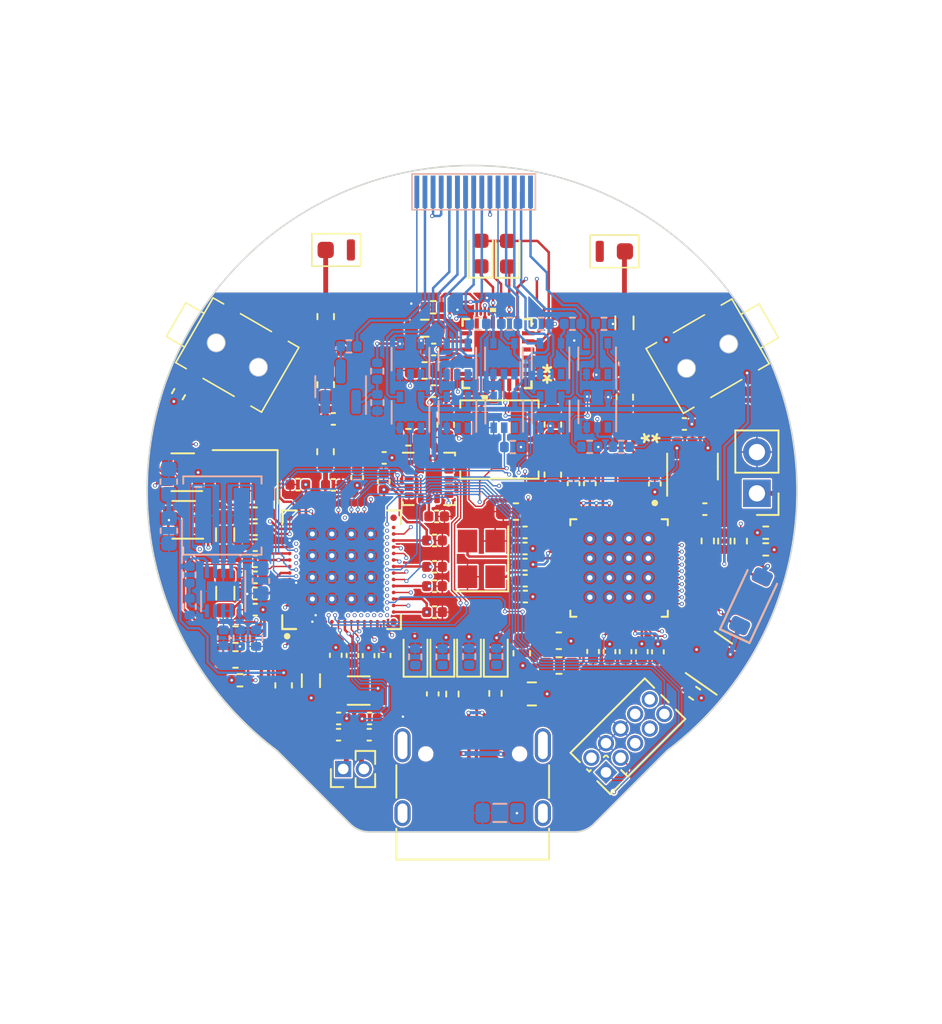
<source format=kicad_pcb>
(kicad_pcb (version 20221018) (generator pcbnew)
  (layers (0 "F.Cu" signal) (1 "In1.Cu" power "GND") (2 "In2.Cu" power "Power") (31 "B.Cu" signal) (34 "B.Paste" user) (35 "F.Paste" user) (36 "B.SilkS" user "B.Silkscreen") (37 "F.SilkS" user "F.Silkscreen") (38 "B.Mask" user) (39 "F.Mask" user) (44 "Edge.Cuts" user))
  (net 0 "")
  (net 1 "/MCU/NFC1")
  (net 2 "GND")
  (net 3 "/MCU/NFC2")
  (net 4 "Net-(U1A-VBUS)")
  (net 5 "+1V8")
  (net 6 "Net-(U1A-DECD)")
  (net 7 "Net-(U1A-DECUSB)")
  (net 8 "Net-(U1A-DECR)")
  (net 9 "+3V3")
  (net 10 "Net-(U1A-DECN)")
  (net 11 "Net-(U1A-DECA)")
  (net 12 "/MCU/ANT")
  (net 13 "Net-(C25-Pad1)")
  (net 14 "Net-(C28-Pad2)")
  (net 15 "Net-(U4-BUCKVMID)")
  (net 16 "/WIFI/PWRIOVDD")
  (net 17 "/WIFI/VDD_BUCK")
  (net 18 "Net-(U4-SXLDO)")
  (net 19 "Net-(U4-DIGVDD)")
  (net 20 "Net-(U4-PALDO)")
  (net 21 "Net-(U4-PWRBUCKVDD)")
  (net 22 "/WIFI/VDDIO_EN")
  (net 23 "Net-(U4-AFELDO)")
  (net 24 "Net-(U4-XOLDO)")
  (net 25 "Net-(U4-RFVDD)")
  (net 26 "/DC DC/VBAT")
  (net 27 "/nPM1100/VSYS")
  (net 28 "Net-(U19-DEC)")
  (net 29 "VBUS")
  (net 30 "VIN")
  (net 31 "Net-(U20-PS{slash}SYNC)")
  (net 32 "Net-(U19-SW)")
  (net 33 "/MCU/P1.07")
  (net 34 "/MCU/P1.06")
  (net 35 "/DC DC/REG_EN")
  (net 36 "Net-(D4-A)")
  (net 37 "Net-(D5-K)")
  (net 38 "/MCU/P0.05{slash}AIN1")
  (net 39 "Net-(D6-K)")
  (net 40 "/MCU/P0.06{slash}AIN2")
  (net 41 "Net-(D7-K)")
  (net 42 "/MCU/P0.07{slash}AIN3")
  (net 43 "Net-(D8-K)")
  (net 44 "/MCU/P0.27{slash}AIN6")
  (net 45 "/MCU/SWDIO")
  (net 46 "/MCU/SWDCLK")
  (net 50 "/MCU/NRESET")
  (net 52 "Net-(J3-CC1)")
  (net 53 "/MCU/USB_D+")
  (net 54 "/MCU/USB_D-")
  (net 56 "Net-(J3-CC2)")
  (net 58 "Net-(J3-SHIELD)")
  (net 59 "Net-(U1A-DCCD)")
  (net 60 "Net-(U1A-DCCH)")
  (net 61 "Net-(U1A-DCC)")
  (net 62 "Net-(L5-Pad2)")
  (net 63 "Net-(L7-Pad2)")
  (net 64 "Net-(U4-BUCKOUT)")
  (net 65 "/WIFI/ANT")
  (net 66 "Net-(L10-Pad2)")
  (net 67 "Net-(L12-Pad2)")
  (net 68 "Net-(U20-L2)")
  (net 69 "Net-(U20-L1)")
  (net 70 "Net-(U19-ICHG)")
  (net 71 "Net-(U20-FB)")
  (net 72 "Net-(U19-NTC)")
  (net 73 "Net-(Q1-G)")
  (net 74 "Net-(Q1-D)")
  (net 75 "/LCD/TP_RESET")
  (net 76 "/LCD/LCD_RESET")
  (net 77 "/LCD/I2C_SDA")
  (net 78 "/LCD/I2C_SCL")
  (net 79 "/LCD/SDA")
  (net 80 "/LCD/TP_RST")
  (net 81 "/LCD/LCD_RST")
  (net 82 "/LCD/SCL")
  (net 83 "/LCD/BL")
  (net 84 "/LCD/LEDK")
  (net 85 "/MCU/P0.04{slash}AIN0")
  (net 89 "/DC DC/BTN")
  (net 90 "/MCU/P1.13")
  (net 94 "/MCU/P0.10{slash}MISO")
  (net 97 "/MCU/XC1")
  (net 99 "/MCU/P1.15")
  (net 100 "/MCU/P1.14")
  (net 101 "/DC DC/REG_ENABLE")
  (net 102 "/DC DC/WAKE_UP")
  (net 103 "/MCU/P0.31")
  (net 104 "/MCU/P0.30")
  (net 105 "/MCU/XC2")
  (net 108 "/MCU/P1.00")
  (net 109 "/MCU/XL1")
  (net 110 "/MCU/P1.01")
  (net 111 "/MCU/XL2")
  (net 113 "/LCD/SPI_SCK")
  (net 114 "/LCD/SPI_MOSI")
  (net 115 "/MCU/P1.10")
  (net 116 "/MCU/P0.29")
  (net 117 "/MCU/P0.28{slash}AIN7")
  (net 119 "/LCD/SPI_CS")
  (net 120 "/MCU/P0.13{slash}IO0")
  (net 121 "/MCU/P0.12{slash}DCX")
  (net 122 "/MCU/P0.14{slash}IO1")
  (net 123 "/MCU/P0.16{slash}IO3")
  (net 124 "/MCU/P0.15{slash}IO2")
  (net 125 "/MCU/P0.17{slash}SCK")
  (net 126 "/LCD/LCD_BL")
  (net 127 "/MCU/P0.18{slash}CSN")
  (net 128 "/LCD/LCD_DC")
  (net 129 "/LCD/TP_INT")
  (net 130 "/MCU/P0.23")
  (net 131 "/MCU/P1.05")
  (net 132 "/MCU/P1.08")
  (net 133 "/MCU/P1.09")
  (net 134 "/MCU/P0.24")
  (net 135 "/MCU/P0.25{slash}AIN4")
  (net 136 "/MCU/P0.26{slash}AIN5")
  (net 144 "/WIFI/2.4G")
  (net 145 "/WIFI/5G")
  (net 146 "/WIFI/XOP")
  (net 147 "/WIFI/XON")
  (net 152 "/WIFI/SW_CTRL0")
  (net 157 "/LCD/MOSI")
  (net 159 "/LCD/SCK")
  (net 161 "/LCD/CS")
  (net 163 "/LCD/DC")
  (net 170 "/LCD/INT")
  (footprint "Capacitor_SMD:C_0603_1608Metric" (layer "F.Cu") (at 125.499326 105.571955 180)
    (fp_text reference "C5" hide)
    (fp_text value "4.7uF")
  )
  (footprint "Capacitor_SMD:C_0603_1608Metric" (layer "F.Cu") (at 137.139326 87.791955 180)
    (fp_text reference "C53" hide)
    (fp_text value "10uF")
  )
  (footprint "Capacitor_SMD:C_0402_1005Metric" (layer "F.Cu") (at 150.509326 105.091955 -90)
    (fp_text reference "C35" hide)
    (fp_text value "2.2uF")
  )
  (footprint "Resistor_SMD:R_0402_1005Metric" (layer "F.Cu") (at 153.759326 107.651955 -35)
    (fp_text reference "R18" hide)
    (fp_text value "100K")
  )
  (footprint "NPM1100-QDAA-R7:QFN24_NPM1100_NOR" (layer "F.Cu") (at 141.597026 86.75227 180)
    (fp_text reference "U19" hide)
    (fp_text value "NPM1100-QDAA-R7")
  )
  (footprint "Capacitor_SMD:C_0402_1005Metric" (layer "F.Cu") (at 137.699326 86.501955 180)
    (fp_text reference "C52" hide)
    (fp_text value "1uF")
  )
  (footprint "Capacitor_SMD:C_0402_1005Metric" (layer "F.Cu") (at 137.749326 98.251955)
    (fp_text reference "C20" hide)
    (fp_text value "100nF")
  )
  (footprint "Resistor_SMD:R_0402_1005Metric" (layer "F.Cu") (at 156.599326 98.291955 -90)
    (fp_text reference "R23" hide)
    (fp_text value "1K")
  )
  (footprint "Capacitor_SMD:C_0402_1005Metric" (layer "F.Cu") (at 131.849326 109.201955 180)
    (fp_text reference "C2" hide)
    (fp_text value "30nF")
  )
  (footprint "Capacitor_SMD:C_0402_1005Metric" (layer "F.Cu") (at 126.71 102.51 180)
    (fp_text reference "C6" hide)
    (fp_text value "1uF")
  )
  (footprint "Capacitor_SMD:C_0402_1005Metric" (layer "F.Cu") (at 143.319326 97.754455 180)
    (fp_text reference "C46" hide)
    (fp_text value "22nF")
  )
  (footprint "Capacitor_SMD:C_0402_1005Metric" (layer "F.Cu") (at 149.509326 105.091955 -90)
    (fp_text reference "C37" hide)
    (fp_text value "470nF")
  )
  (footprint "LED_SMD:LED_0603_1608Metric" (layer "F.Cu") (at 139.869326 105.146955 90)
    (fp_text reference "D7" hide)
    (fp_text value "LED")
  )
  (footprint "Capacitor_SMD:C_0603_1608Metric" (layer "F.Cu") (at 125.499326 104.041955 180)
    (fp_text reference "C8" hide)
    (fp_text value "4.7uF")
  )
  (footprint "Capacitor_SMD:C_0402_1005Metric" (layer "F.Cu") (at 133.689326 105.336955 -90)
    (fp_text reference "C24" hide)
    (fp_text value "100nF")
  )
  (footprint "Capacitor_SMD:C_0402_1005Metric" (layer "F.Cu") (at 148.519326 105.091955 -90)
    (fp_text reference "C40" hide)
    (fp_text value "2.2uF")
  )
  (footprint "Capacitor_SMD:C_0402_1005Metric" (layer "F.Cu") (at 132.989326 94.381955 90)
    (fp_text reference "C19" hide)
    (fp_text value "1uF")
  )
  (footprint "nn02-101:NN02-101" (layer "F.Cu") (at 132.049326 80.376955 180)
    (fp_text reference "U2" hide)
    (fp_text value "~")
  )
  (footprint "Capacitor_SMD:C_0402_1005Metric" (layer "F.Cu") (at 126.709326 96.581955 180)
    (fp_text reference "C11" hide)
    (fp_text value "2.2nF")
  )
  (footprint "Inductor_SMD:L_0603_1608Metric" (layer "F.Cu") (at 131.039326 92.791955 90)
    (fp_text reference "L4" hide)
    (fp_text value "10uH")
  )
  (footprint "Capacitor_SMD:C_0402_1005Metric" (layer "F.Cu") (at 131.669326 105.316955 90)
    (fp_text reference "C12" hide)
    (fp_text value "2.2uF")
  )
  (footprint "Capacitor_SMD:C_0402_1005Metric" (layer "F.Cu") (at 143.319326 99.734455 180)
    (fp_text reference "C44" hide)
    (fp_text value "2.2uF")
  )
  (footprint "LED_SMD:LED_0603_1608Metric" (layer "F.Cu") (at 138.229326 105.149455 90)
    (fp_text reference "D6" hide)
    (fp_text value "LED")
  )
  (footprint "Capacitor_SMD:C_0402_1005Metric" (layer "F.Cu") (at 134.649326 93.171955 180)
    (fp_text reference "C48" hide)
    (fp_text value "100nF")
  )
  (footprint "Inductor_SMD:L_0603_1608Metric" (layer "F.Cu") (at 149.459326 89.434455 90)
    (fp_text reference "L10" hide)
    (fp_text value "8.7nH")
  )
  (footprint "Capacitor_SMD:C_0603_1608Metric" (layer "F.Cu") (at 145.034326 91.121955 90)
    (fp_text reference "C51" hide)
    (fp_text value "10uF")
  )
  (footprint "Capacitor_SMD:C_0402_1005Metric" (layer "F.Cu") (at 147.509326 105.081955 -90)
    (fp_text reference "C30" hide)
    (fp_text value "10nF")
  )
  (footprint "Capacitor_SMD:C_0402_1005Metric" (layer "F.Cu") (at 133.729326 110.201955)
    (fp_text reference "C3" hide)
    (fp_text value "30nF")
  )
  (footprint "Inductor_SMD:L_0603_1608Metric" (layer "F.Cu") (at 131.049326 84.476955 90)
    (fp_text reference "L7" hide)
    (fp_text value "6.8nH")
  )
  (footprint "Inductor_SMD:L_0402_1005Metric" (layer "F.Cu") (at 149.929326 87.224455 180)
    (fp_text reference "L11" hide)
    (fp_text value "8.2nH")
  )
  (footprint "Resistor_SMD:R_0402_1005Metric" (layer "F.Cu") (at 141.499326 107.661955 90)
    (fp_text reference "R3" hide)
    (fp_text value "5.1K")
  )
  (footprint "Package_LGA:LGA-16_3x3mm_P0.5mm_LayoutBorder3x5y" (layer "F.Cu") (at 137.404326 94.461955)
    (fp_text reference "U7" hide)
    (fp_text value "LIS3DH")
  )
  (footprint "Crystal:Crystal_SMD_3225-4Pin_3.2x2.5mm" (layer "F.Cu") (at 140.629326 99.384455 90)
    (fp_text reference "Y3" hide)
    (fp_text value "40Mhz")
  )
  (footprint "nn02-101:NN02-101" (layer "F.Cu") (at 148.469326 80.464455)
    (fp_text reference "U6" hide)
    (fp_text value "~")
  )
  (footprint "Capacitor_SMD:C_0603_1608Metric" (layer "F.Cu") (at 136.139326 91.901955 180)
    (fp_text reference "C49" hide)
    (fp_text value "10uF")
  )
  (footprint "Capacitor_SMD:C_0402_1005Metric" (layer "F.Cu") (at 126.7 101.51 180)
    (fp_text reference "C15" hide)
    (fp_text value "1uF")
  )
  (footprint "Crystal:Crystal_SMD_3225-4Pin_3.2x2.5mm" (layer "F.Cu") (at 126.089326 94.341955 180)
    (fp_text reference "Y2" hide)
    (fp_text value "32MHz")
  )
  (footprint "Connector_USB:USB_C_Receptacle_HRO_TYPE-C-31-M-12" (layer "F.Cu") (at 140.099326 113.981955)
    (fp_text reference "J3" hide)
    (fp_text value "USB_C_Receptacle_USB2.0")
  )
  (footprint "Resistor_SMD:R_0402_1005Metric" (layer "F.Cu") (at 138.849326 107.701955 90)
    (fp_text reference "R2" hide)
    (fp_text value "5.1K")
  )
  (footprint "LED_SMD:LED_0603_1608Metric" (layer "F.Cu") (at 136.579326 105.149455 90)
    (fp_text reference "D5" hide)
    (fp_text value "LED")
  )
  (footprint "Resistor_SMD:R_0402_1005Metric" (layer "F.Cu") (at 121.989326 89.251955 60)
    (fp_text reference "R30" hide)
    (fp_text value "10K")
  )
  (footprint "Capacitor_SMD:C_0603_1608Metric" (layer "F.Cu") (at 145.399326 104.421955 180)
    (fp_text reference "C41" hide)
    (fp_text value "4.7uF")
  )
  (footprint "Resistor_SMD:R_0402_1005Metric" (layer "F.Cu") (at 158.139326 97.771955)
    (fp_text reference "R15" hide)
    (fp_text value "1M5")
  )
  (footprint "Capacitor_SMD:C_0402_1005Metric" (layer "F.Cu") (at 126.709326 97.561955 180)
    (fp_text reference "C10" hide)
    (fp_text value "1uF")
  )
  (footprint "Capacitor_SMD:C_0603_1608Metric" (layer "F.Cu") (at 128.459326 107.166955 90)
    (fp_text reference "C13" hide)
    (fp_text value "4.7uF")
  )
  (footprint "Inductor_SMD:L_0805_2012Metric" (layer "F.Cu") (at 149.439326 84.864455 90)
    (fp_text reference "L12" hide)
    (fp_text value "6.8nH")
  )
  (footprint "Capacitor_SMD:C_0402_1005Metric" (layer "F.Cu") (at 131.839326 110.201955 180)
    (fp_text reference "C4" hide)
    (fp_text value "30nF")
  )
  (footprint "Fuse:Fuse_0805_2012Metric" (layer "F.Cu") (at 143.739326 107.691955)
    (fp_text reference "F1" hide)
    (fp_text value "6V/1.5A")
  )
  (footprint "Package_TO_SOT_SMD:SOT-353_SC-70-5" (layer "F.Cu") (at 122.249326 94.051955 180)
    (fp_text reference "U22" hide)
    (fp_text value "SN74LV1T34DCK")
  )
  (footprint "LED_SMD:LED_0603_1608Metric" (layer "F.Cu") (at 142.249326 80.609455 90)
    (fp_text reference "D2" hide)
    (fp_text value "LED")
  )
  (footprint "Capacitor_SMD:C_0402_1005Metric" (layer "F.Cu") (at 133.749326 109.201955)
    (fp_text reference "C1" hide)
    (fp_text value "30nF")
  )
  (footprint "Package_TO_SOT_SMD:SOT-353_SC-70-5" (layer "F.Cu") (at 122.309326 96.981955 180)
    (fp_text reference "U21" hide)
    (fp_text value "SN74LV1T34DCK")
  )
  (footprint "Inductor_SMD:L_Coilcraft_XAL4020-XXX" (layer "F.Cu") (at 141.744326 92.041955)
    (fp_text reference "L13" hide)
    (fp_text value "2.2uH")
  )
  (footprint "Capacitor_SMD:C_0402_1005Metric" (layer "F.Cu") (at 137.749326 99.871955)
    (fp_text reference "C26" hide)
    (fp_text value "100nF")
  )
  (footprint "Capacitor_SMD:C_0402_1005Metric" (layer "F.Cu") (at 147.309326 94.754455 -90)
    (fp_text reference "C33" hide)
    (fp_text value "470nF")
  )
  (footprint "Resistor_SMD:R_0603_1608Metric" (layer "F.Cu") (at 137.149326 85.191955 180)
    (fp_text reference "TH1" hide)
    (fp_text value "10K")
  )
  (footprint "Connector_PinHeader_1.27mm:PinHeader_2x05_P1.27mm_Vertical" (layer "F.Cu") (at 148.303275 112.518006 135)
    (fp_text reference "J2" hide)
    (fp_text value "NRF_Debug")
  )
  (footprint "Capacitor_SMD:C_0402_1005Metric" (layer "F.Cu") (at 134.619326 94.631955 90)
    (fp_text reference "C17" hide)
    (fp_text value "100nF")
  )
  (footprint "Capacitor_SMD:C_0402_1005Metric" (layer "F.Cu") (at 126.709326 100.521955 180)
    (fp_text reference "C7" hide)
    (fp_text value "1uF")
  )
  (footprint "Resistor_SMD:R_0402_1005Metric" (layer "F.Cu") (at 154.569326 98.281955 90)
    (fp_text reference "R25" hide)
    (fp_text value "10K")
  )
  (footprint "Package_TO_SOT_SMD:SOT-23" (layer "F.Cu") (at 154.639326 105.501955 145)
    (fp_text reference "Q2" hide)
    (fp_text value "IRLM2803")
  )
  (footprint "Connector_PinHeader_1.27mm:PinHeader_1x02_P1.27mm_Vertical" (layer "F.Cu") (at 132.129326 112.311955 90)
    (fp_text reference "J1" hide)
    (fp_text value "NFC")
  )
  (footprint "Inductor_SMD:L_0603_1608Metric" (layer "F.Cu") (at 145.409326 105.946955 180)
    (fp_text reference "L9" hide)
    (fp_text value "3.3uH")
  )
  (footprint "Capacitor_SMD:C_0402_1005Metric" (layer "F.Cu") (at 131.519326 94.831955)
    (fp_text reference "C22" hide)
    (fp_text value "0.7pF")
  )
  (footprint "Capacitor_SMD:C_0402_1005Metric" (layer "F.Cu") (at 137.639326 107.691955 -90)
    (fp_text reference "C28" hide)
    (fp_text value "1uF")
  )
  (footprint "Resistor_SMD:R_0402_1005Metric" (layer "F.Cu") (at 137.669326 83.901955 180)
    (fp_text reference "R17" hide)
    (fp_text value "1.5K")
  )
  (footprint "Capacitor_SMD:C_0402_1005Metric" (layer "F.Cu") (at 126.709326 99.531955 180)
    (fp_text reference "C9" hide)
    (fp_text value "1uF")
  )
  (footprint "LED_SMD:LED_0603_1608Metric" (layer "F.Cu") (at 141.519326 105.149455 90)
    (fp_text reference "D8" hide)
    (fp_text value "LED")
  )
  (footprint "Capacitor_SMD:C_0402_1005Metric" (layer "F.Cu") (at 134.679326 105.326955 -90)
    (fp_text reference "C18" hide)
    (fp_text value "100nF")
  )
  (footprint "Connector_PinHeader_2.54mm:PinHeader_1x02_P2.54mm_Vertical" (layer "F.Cu") (at 157.594326 95.351955 180)
    (fp_text reference "J4" hide)
    (fp_text value "Conn_01x02_Pin")
  )
  (footprint "Crystal:Crystal_SMD_3215-2Pin_3.2x1.5mm" (layer "F.Cu") (at 133.079326 107.486955)
    (fp_text reference "Y1" hide)
    (fp_text value "32.768kHz")
  )
  (footprint "Footprints:IC_NRF7002-QFAA-R" (layer "F.Cu") (at 149.109326 99.944455 -90)
    (fp_text reference "U4" hide)
    (fp_text value "NRF7002-QFAA-R")
  )
  (footprint "Capacitor_SMD:C_0402_1005Metric" (layer "F.Cu") (at 131.519326 90.771955)
    (fp_text reference "C25" hide)
    (fp_text value "NC")
  )
  (footprint "Capacitor_SMD:C_0402_1005Metric" (layer "F.Cu") (at 154.389326 96.324455)
    (fp_text reference "C39" hide)
    (fp_text value "2.2uF")
  )
  (footprint "Inductor_SMD:L_0402_1005Metric" (layer "F.Cu") (at 131.549326 86.576955 180)
    (fp_text reference "L6" hide)
    (fp_text value "8.2nH")
  )
  (footprint "Inductor_SMD:L_0805_2012Metric" (layer "F.Cu") (at 124.869326 101.491955 -90)
    (fp_text reference "L1" hide)
    (fp_text value "10uH")
  )
  (footprint "Capacitor_SMD:C_0603_1608Metric" (layer "F.Cu") (at 142.759326 96.474455 180)
    (fp_text reference "C47" hide)
    (fp_text value "4.7uF")
  )
  (footprint "Capacitor_SMD:C_0603_1608Metric" (layer "F.Cu") (at 143.119326 105.191955 90)
    (fp_text reference "C32" hide)
    (fp_text value "4.7uF")
  )
  (footprint "DPX165950DT-8126A1:DPX-6_1P6X0P8" (layer "F.Cu") (at 149.459326 92.614455 -90)
    (fp_text reference "U5" hide)
    (fp_text value "DPX165950DT-8126A1")
  )
  (footprint "Capacitor_SMD:C_0402_1005Metric" (layer "F.Cu") (at 132.699326 105.326955 -90)
    (fp_text reference "C21" hide)
    (fp_text value "100nF")
  )
  (footprint "Resistor_SMD:R_0402_1005Metric" (layer "F.Cu") (at 155.589326 98.291955 90)
    (fp_text reference "R24" hide)
    (fp_text value "10K")
  )
  (footprint "Resistor_SMD:R_0402_1005Metric" (layer "F.Cu") (at 125.769326 106.851955)
    (fp_text reference "R1" hide)
    (fp_text value "2.2R")
  )
  (footprint "Inductor_SMD:L_0603_1608Metric" (layer "F.Cu") (at 131.049326 88.664455 90)
    (fp_text reference "L5" hide)
    (fp_text value "8.7nH")
  )
  (footprint "Capacitor_SMD:C_0402_1005Metric" (layer "F.Cu") (at 129.339326 94.811955 180)
    (fp_text reference "C16" hide)
    (fp_text value "1uF")
  )
  (footprint "LED_SMD:LED_0603_1608Metric" (layer "F.Cu") (at 140.599326 80.599455 90)
    (fp_text reference "D1" hide)
    (fp_text value "LED")
  )
  (footprint "Capacitor_SMD:C_0402_1005Metric" (layer "F.Cu") (at 151.309326 94.774455 -90)
    (fp_text reference "C31" hide)
    (fp_text value "100nF")
  )
  (footprint "Capacitor_SMD:C_0402_1005Metric" (layer "F.Cu") (at 151.499326 105.101955 -90)
    (fp_text reference "C34" hide)
    (fp_text value "1uF")
  )
  (footprint "Capacitor_SMD:C_0402_1005Metric" (layer "F.Cu") (at 153.129326 91.084455)
    (fp_text reference "C29" hide)
    (fp_text value "100nF")
  )
  (footprint "EVQ-PSD02K:EVQ-PSD02K" (layer "F.Cu") (at 154.559326 86.911955 30)
    (fp_text reference "SW1" hide)
    (fp_text value "~")
    (fp_circle (center -1.5 0) (end -0.95 0) (stroke (width 0.05)) (fill none) (layer "Edge.Cuts"))
    (fp_circle (center 1.5 0) (end 2.05 0) (stroke (width 0.05)) (fill none) (layer "Edge.Cuts"))
  )
  (footprint "EVQ-PSD02K:EVQ-PSD02K" (layer "F.Cu") (at 125.607243 86.841955 150)
    (fp_text reference "SW2" hide)
    (fp_text value "~")
    (fp_circle (center -1.5 0) (end -0.95 0) (stroke (width 0.05)) (fill none) (layer "Edge.Cuts"))
    (fp_circle (center 1.5 0) (end 2.05 0) (stroke (width 0.05)) (fill none) (layer "Edge.Cuts"))
  )
  (footprint "Capacitor_SMD:C_0402_1005Metric" (layer "F.Cu") (at 143.319326 98.744455 180)
    (fp_text reference "C45" hide)
    (fp_text value "220nF")
  )
  (footprint "Inductor_SMD:L_0805_2012Metric" (layer "F.Cu") (at 130.139326 106.876955 90)
    (fp_text reference "L2" hide)
    (fp_text value "10uH")
  )
  (footprint "Capacitor_SMD:C_0402_1005Metric" (layer "F.Cu") (at 137.749326 102.661955)
    (fp_text reference "C27" hide)
    (fp_text value "100nF")
  )
  (footprint "Capacitor_SMD:C_0402_1005Metric" (layer "F.Cu") (at 137.749326 101.061955)
    (fp_text reference "C23" hide)
    (fp_text value "100nF")
  )
  (footprint "Capacitor_SMD:C_0603_1608Metric" (layer "F.Cu") (at 138.434326 91.131955 90)
    (fp_text reference "C54" hide)
    (fp_text value "10uF")
  )
  (footprint "Resistor_SMD:R_0402_1005Metric" (layer "F.Cu") (at 158.139326 98.801955 180)
    (fp_text reference "R16" hide)
    (fp_text value "220K")
  )
  (footprint "Capacitor_SMD:C_0402_1005Metric" (layer "F.Cu") (at 143.329326 100.724455 180)
    (fp_text reference "C43" hide)
    (fp_text value "1uF")
  )
  (footprint "Capacitor_SMD:C_0402_1005Metric" (layer "F.Cu") (at 143.339326 101.704455 180)
    (fp_text reference "C42" hide)
    (fp_text value "1uF")
  )
  (footprint "Diode_SMD:D_SOD-123" (layer "F.Cu") (at 157.229326 102.001955 65)
    (fp_text reference "D4" hide)
    (fp_text value "MBR0520")
  )
  (footprint "Package_TO_SOT_SMD:SOT-23-6" (layer "F.Cu") (at 153.629326 93.704455 90)
    (fp_text reference "U3" hide)
    (fp_text value "74LVC1G3157")
  )
  (footprint "Capacitor_SMD:C_0402_1005Metric" (layer "F.Cu") (at 137.679326 89.061955 180)
    (fp_text reference "C55" hide)
    (fp_text value "2.2uF")
  )
  (footprint "Footprints:XCVR_NRF5340-QKAA-R7" (layer "F.Cu") (at 132.029326 100.051955 90)
    (fp_text reference "U1" hide)
    (fp_text value "NRF5340-QKAA-R7")
  )
  (footprint "Capacitor_SMD:C_0402_1005Metric" (layer "F.Cu") (at 126.709326 98.541955 180)
    (fp_text reference "C14" hide)
    (fp_text value "100nF")
  )
  (footprint "Capacitor_SMD:C_0402_1005Metric" (layer "F.Cu") (at 146.309326 94.754455 -90)
    (fp_text reference "C36" hide)
    (fp_text value "100nF")
  )
  (footprint "Capacitor_SMD:C_0402_1005Metric" (layer "F.Cu") (at 137.879326 96.771955)
    (fp_text reference "C50" hide)
    (fp_text value "100nF")
  )
  (footprint "Capacitor_SMD:C_0603_1608Metric" (layer "F.Cu") (at 145.029326 94.204455 -90)
    (fp_text reference "C38" hide)
    (fp_text value "4.7uF")
  )
  (footprint "Inductor_SMD:L_0805_2012Metric" (layer "F.Cu") (at 124.859326 97.891955 -90)
    (fp_text reference "L3" hide)
    (fp_text value "10uH")
  )
  (footprint "Resistor_SMD:R_0402_1005Metric" (layer "B.Cu") (at 146.239326 84.921955)
    (fp_text reference "R8" hide)
    (fp_text value "10K")
  )
  (footprint "Package_TO_SOT_SMD:SOT-353_SC-70-5" (layer "B.Cu") (at 136.269326 90.371955 90)
    (fp_text reference "U11" hide)
    (fp_text value "SN74LV1T34DCK")
  )
  (footprint "Resistor_SMD:R_0402_1005Metric" (layer "B.Cu") (at 134.229326 89.771955 90)
    (fp_text reference "R13" hide)
    (fp_text value "10K")
  )
  (footprint "Resistor_SMD:R_0402_1005Metric" (layer "B.Cu") (at 142.559326 92.501955 180)
    (fp_text reference "R5" hide)
    (fp_text value "10K")
  )
  (footprint "Package_TO_SOT_SMD:SOT-353_SC-70-5" (layer "B.Cu") (at 139.149326 87.091955 90)
    (fp_text reference "U10" hide)
    (fp_text value "SN74LV1T34DCK")
  )
  (footprint "Resistor_SMD:R_0402_1005Metric" (layer "B.Cu") (at 142.369326 84.921955)
    (fp_text reference "R9" hide)
    (fp_text value "10K")
  )
  (footprint "Capacitor_SMD:C_0603_1608Metric" (layer "B.Cu") (at 121.399326 97.651955 -90)
    (fp_text reference "C58" hide)
    (fp_text value "10uF")
  )
  (footprint "Resistor_SMD:R_0402_1005Metric" (layer "B.Cu") (at 149.239326 92.491955 180)
    (fp_text reference "R7" hide)
    (fp_text value "10K")
  )
  (footprint "Resistor_SMD:R_0402_1005Metric" (layer "B.Cu") (at 147.299326 92.491955 180)
    (fp_text reference "R11" hide)
    (fp_text value "10K")
  )
  (footprint "Resistor_SMD:R_0402_1005Metric" (layer "B.Cu") (at 132.479326 86.311955 180)
    (fp_text reference "R14" hide)
    (fp_text value "10R")
  )
  (footprint "Package_TO_SOT_SMD:SOT-353_SC-70-5" (layer "B.Cu") (at 147.759326 87.071955 90)
    (fp_text reference "U14" hide)
    (fp_text value "SN74LV1T34DCK")
  )
  (footprint "Package_SON:WSON-10-1EP_2.5x2.5mm_P0.5mm_EP1.2x2mm" (layer "B.Cu") (at 124.739326 101.369455 -90)
    (fp_text reference "U20" hide)
    (fp_text value "TPS63030DSK")
  )
  (footprint "Resistor_SMD:R_0402_1005Metric" (layer "B.Cu") (at 126.7706 104.256955 -90)
    (fp_text reference "R20" hide)
    (fp_text value "200K")
  )
  (footprint "Resistor_SMD:R_0402_1005Metric" (layer "B.Cu") (at 141.549326 105.391955 90)
    (fp_text reference "R26" hide)
    (fp_text value "100R")
  )
  (footprint "Diode_SMD:D_SOD-123" (layer "B.Cu") (at 157.229326 101.981955 65)
    (fp_text reference "D3" hide)
    (fp_text value "MBR0520")
  )
  (footprint "Resistor_SMD:R_0402_1005Metric" (layer "B.Cu") (at 144.309326 84.921955)
    (fp_text reference "R4" hide)
    (fp_text value "10K")
  )
  (footprint "Capacitor_SMD:C_0603_1608Metric" (layer "B.Cu") (at 127.059326 100.736955 -90)
    (fp_text reference "C56" hide)
    (fp_text value "10uF")
  )
  (footprint "Resistor_SMD:R_0402_1005Metric" (layer "B.Cu") (at 148.179326 84.921955 180)
    (fp_text reference "R6" hide)
    (fp_text value "10K")
  )
  (footprint "Package_TO_SOT_SMD:SOT-353_SC-70-5" (layer "B.Cu") (at 144.899326 90.351955 90)
    (fp_text reference "U17" hide)
    (fp_text value "SN74LV1T34DCK")
  )
  (footprint "Capacitor_SMD:C_0402_1005Metric" (layer "B.Cu") (at 124.76 104.24 90)
    (fp_text reference "C57" hide)
    (fp_text value "100nF")
  )
  (footprint "Inductor_SMD:L_Coilcraft_XAL4020-XXX" (layer "B.Cu") (at 124.689326 96.716955)
    (fp_text reference "L14" hide)
    (fp_text value "1.5uH")
  )
  (footprint "Capacitor_SMD:C_0603_1608Metric" (layer "B.Cu") (at 121.389326 94.631955 90)
    (fp_text reference "C59" hide)
    (fp_text value "10uF")
  )
  (footprint "Package_TO_SOT_SMD:SOT-353_SC-70-5" (layer "B.Cu") (at 136.269326 87.091955 90)
    (fp_text reference "U13" hide)
    (fp_text value "SN74LV1T34DCK")
  )
  (footprint "Resistor_SMD:R_0402_1005Metric" (layer "B.Cu") (at 134.219326 87.831955 -90)
    (fp_text reference "R12" hide)
    (fp_text value "1K")
  )
  (footprint "Resistor_SMD:R_0402_1005Metric" (layer "B.Cu") (at 139.879326 105.391955 90)
    (fp_text reference "R28" hide)
    (fp_text value "100R")
  )
  (footprint "Package_TO_SOT_SMD:SOT-353_SC-70-5" (layer "B.Cu") (at 144.889326 87.071955 90)
    (fp_text reference "U16" hide)
    (fp_text value "SN74LV1T34DCK")
  )
  (footprint "Package_TO_SOT_SMD:SOT-353_SC-70-5" (layer "B.Cu") (at 147.769326 90.341955 90)
    (fp_text reference "U15" hide)
    (fp_text value "SN74LV1T34DCK")
  )
  (footprint "Package_TO_SOT_SMD:SOT-353_SC-70-5" (layer "B.Cu") (at 142.039326 90.361955 90)
    (fp_text reference "U12" hide)
    (fp_text value "SN74LV1T34DCK")
  )
  (footprint "Resistor_SMD:R_0402_1005Metric" (layer "B.Cu") (at 122.669326 102.326955 90)
    (fp_text reference "R21" hide)
    (fp_text value "178K")
  )
  (footprint "1-28-LCD-Touch:1.28LCD-TP" (layer "B.Cu") (at 140.159326 76.801955 180)
    (fp_text reference "U18" hide)
    (fp_text value "~")
  )
  (footprint "Package_TO_SOT_SMD:SOT-353_SC-70-5" (layer "B.Cu") (at 139.159326 90.371955 90)
    (fp_text reference "U9" hide)
    (fp_text value "SN74LV1T34DCK")
  )
  (footprint "Package_TO_SOT_SMD:SOT-353_SC-70-5" (layer "B.Cu") (at 142.019326 87.071955 90)
    (fp_text reference "U8" hide)
    (fp_text value "SN74LV1T34DCK")
  )
  (footprint "Package_TO_SOT_SMD:SOT-23" (layer "B.Cu") (at 131.969326 88.791955 90)
    (fp_text reference "Q1" hide)
    (fp_text value "BSS123")
  )
  (footprint "Resistor_SMD:R_0402_1005Metric" (layer "B.Cu") (at 140.429326 84.921955)
    (fp_text reference "R10" hide)
    (fp_text value "10K")
  )
  (footprint "Inductor_SMD:L_0805_2012Metric" (layer "B.Cu") (at 141.769326 115.011955 180)
    (fp_text reference "L8" hide)
    (fp_text value "220R")
  )
  (footprint "Resistor_SMD:R_0402_1005Metric" (layer "B.Cu") (at 125.7606 104.256955 90)
    (fp_text reference "R19" hide)
    (fp_text value "100K")
  )
  (footprint "Resistor_SMD:R_0402_1005Metric" (layer "B.Cu") (at 122.659326 100.366955 90)
    (fp_text reference "R22" hide)
    (fp_text value "1M")
  )
  (footprint "Resistor_SMD:R_0402_1005Metric" (layer "B.Cu") (at 136.559326 105.411955 90)
    (fp_text reference "R29" hide)
    (fp_text value "100R")
  )
  (footprint "Resistor_SMD:R_0402_1005Metric" (layer "B.Cu") (at 138.239326 105.411955 90)
    (fp_text reference "R27" hide)
    (fp_text value "100R")
  )
  (gr_arc (start 128.059326 111.181955) (mid 140.059326 75.181955) (end 152.059326 111.181955) (stroke (width 0.1)) (layer "Edge.Cuts"))
  (gr_line (start 147.561408 115.684037) (end 152.059326 111.181955) (stroke (width 0.1)) (layer "Edge.Cuts"))
  (gr_line (start 146.359326 116.181955) (end 133.759326 116.181955) (stroke (width 0.1)) (layer "Edge.Cuts"))
  (gr_arc (start 147.561408 115.684037) (mid 147.009888 116.052551) (end 146.359326 116.181955) (stroke (width 0.1)) (layer "Edge.Cuts"))
  (gr_arc (start 133.759326 116.181955) (mid 133.108764 116.05255) (end 132.557244 115.684037) (stroke (width 0.1)) (layer "Edge.Cuts"))
  (gr_line (start 132.557244 115.684037) (end 128.059326 111.181955) (stroke (width 0.1)) (layer "Edge.Cuts"))
  (segment (start 132.629326 103.251955) (end 132.629326 103.739326) (width 0.0889) (layer "F.Cu") (net 1))
  (segment (start 133.249326 110.201955) (end 133.249326 112.161955) (width 0.3) (layer "F.Cu") (net 1))
  (segment (start 133.269326 110.181955) (end 133.249326 110.201955) (width 0.3) (layer "F.Cu") (net 1))
  (segment (start 132.629326 103.739326) (end 132.8 103.91) (width 0.0889) (layer "F.Cu") (net 1))
  (segment (start 133.02 104.13) (end 133.02 104.32) (width 0.0889) (layer "F.Cu") (net 1))
  (segment (start 133.249326 112.161955) (end 133.399326 112.311955) (width 0.3) (layer "F.Cu") (net 1))
  (segment (start 133.269326 109.201955) (end 133.269326 110.181955) (width 0.3) (layer "F.Cu") (net 1))
  (segment (start 132.8 103.91) (end 133.02 104.13) (width 0.0889) (layer "F.Cu") (net 1))
  (via (at 133.29 109.22) (size 0.25) (drill 0.15) (layers "F.Cu" "B.Cu") (net 1))
  (via (at 133.02 104.32) (size 0.25) (drill 0.15) (layers "F.Cu" "B.Cu") (net 1))
  (segment (start 134.94 108.65) (end 134.37 109.22) (width 0.0889) (layer "B.Cu") (net 1))
  (segment (start 133.02 104.32) (end 133.02 106.69) (width 0.0889) (layer "B.Cu") (net 1))
  (segment (start 134.94 107.28) (end 134.94 108.65) (width 0.0889) (layer "B.Cu") (net 1))
  (segment (start 133.22 106.89) (end 134.550001 106.89) (width 0.0889) (layer "B.Cu") (net 1))
  (segment (start 133.02 106.69) (end 133.22 106.89) (width 0.0889) (layer "B.Cu") (net 1))
  (segment (start 134.550001 106.89) (end 134.94 107.28) (width 0.0889) (layer "B.Cu") (net 1))
  (segment (start 134.37 109.22) (end 133.29 109.22) (width 0.0889) (layer "B.Cu") (net 1))
  (segment (start 130.229326 103.251955) (end 130.229326 103.250674) (width 0.0889) (layer "F.Cu") (net 2))
  (segment (start 130.429326 102.851955) (end 130.429326 102.850674) (width 0.0889) (layer "F.Cu") (net 2))
  (segment (start 129.229326 100.851955) (end 129.229326 100.850674) (width 0.0889) (layer "F.Cu") (net 2))
  (segment (start 129.229326 100.850674) (end 129.23 100.85) (width 0.0889) (layer "F.Cu") (net 2))
  (segment (start 128.829326 98.251955) (end 128.829326 98.250674) (width 0.0889) (layer "F.Cu") (net 2))
  (segment (start 128.915545 98.164455) (end 128.83 98.25) (width 0.1524) (layer "F.Cu") (net 2))
  (segment (start 129.116826 98.164455) (end 128.915545 98.164455) (width 0.1524) (layer "F.Cu") (net 2))
  (segment (start 130.229326 103.250674) (end 130.23 103.25) (width 0.0889) (layer "F.Cu") (net 2))
  (segment (start 130.429326 102.850674) (end 130.43 102.85) (width 0.0889) (layer "F.Cu") (net 2))
  (segment (start 129.229326 98.051955) (end 129.116826 98.164455) (width 0.1524) (layer "F.Cu") (net 2))
  (segment (start 126.22 101.51) (end 126.22 101.54) (width 0.0889) (layer "F.Cu") (net 2))
  (segment (start 128.829326 98.250674) (end 128.83 98.25) (width 0.0889) (layer "F.Cu") (net 2))
  (via (at 128.83 98.25) (size 0.25) (drill 0.15) (layers "F.Cu" "B.Cu") (net 2))
  (via (at 136.32 83.68) (size 0.25) (drill 0.15) (layers "F.Cu" "B.Cu") (net 2))
  (via (at 130.23 103.25) (size 0.25) (drill 0.15) (layers "F.Cu" "B.Cu") (net 2))
  (via (at 130.43 102.85) (size 0.25) (drill 0.15) (layers "F.Cu" "B.Cu") (net 2))
  (via (at 140.98 83.33) (size 0.25) (drill 0.15) (layers "F.Cu" "B.Cu") (net 2))
  (via (at 146.35 85.95) (size 0.25) (drill 0.15) (layers "F.Cu" "B.Cu") (net 2))
  (via (at 139.16 84.06) (size 0.25) (drill 0.15) (layers "F.Cu" "B.Cu") (net 2))
  (via (at 135.8 109.09) (size 0.25) (drill 0.15) (layers "F.Cu" "B.Cu") (net 2))
  (via (at 126.22 101.54) (size 0.25) (drill 0.15) (layers "F.Cu" "B.Cu") (net 2))
  (via (at 129.23 100.85) (size 0.25) (drill 0.15) (layers "F.Cu" "B.Cu") (net 2))
  (segment (start 141.659326 82.960674) (end 141.54 83.08) (width 0.0889) (layer "B.Cu") (net 2))
  (segment (start 136.659326 76.801955) (end 136.659326 83.340674) (width 0.0889) (layer "B.Cu") (net 2))
  (segment (start 141.29 83.33) (end 140.98 83.33) (width 0.0889) (layer "B.Cu") (net 2))
  (segment (start 141.659326 76.801955) (end 141.659326 82.960674) (width 0.0889) (layer "B.Cu") (net 2))
  (segment (start 141.54 83.08) (end 141.29 83.33) (width 0.0889) (layer "B.Cu") (net 2))
  (segment (start 136.659326 83.340674) (end 136.32 83.68) (width 0.0889) (layer "B.Cu") (net 2))
  (segment (start 132.319326 110.201955) (end 132.319326 112.121955) (width 0.3) (layer "F.Cu") (net 3))
  (segment (start 133.029326 103.709326) (end 133.13 103.81) (width 0.0889) (layer "F.Cu") (net 3))
  (segment (start 133.029326 103.251955) (end 133.029326 103.709326) (width 0.0889) (layer "F.Cu") (net 3))
  (segment (start 132.329326 110.191955) (end 132.319326 110.201955) (width 0.3) (layer "F.Cu") (net 3))
  (segment (start 132.319326 112.121955) (end 132.129326 112.311955) (width 0.3) (layer "F.Cu") (net 3))
  (segment (start 132.329326 109.201955) (end 132.329326 110.191955) (width 0.3) (layer "F.Cu") (net 3))
  (via (at 132.34 109.2) (size 0.25) (drill 0.15) (layers "F.Cu" "B.Cu") (net 3))
  (via (at 133.12 103.84) (size 0.25) (drill 0.15) (layers "F.Cu" "B.Cu") (net 3))
  (segment (start 132.92 103.81) (end 132.75055 103.97945) (width 0.0889) (layer "B.Cu") (net 3))
  (segment (start 133.86 107.07) (end 133.8621 107.0679) (width 0.0889) (layer "B.Cu") (net 3))
  (segment (start 132.35 109.19) (end 132.34 109.2) (width 0.0889) (layer "B.Cu") (net 3))
  (segment (start 133.13 103.81) (end 132.92 103.81) (width 0.0889) (layer "B.Cu") (net 3))
  (segment (start 134.38 108.83) (end 132.5 108.83) (width 0.0889) (layer "B.Cu") (net 3))
  (segment (start 134.7621 107.353688) (end 134.7621 108.4479) (width 0.0889) (layer "B.Cu") (net 3))
  (segment (start 132.8421 104.52316) (end 132.8421 106.763688) (width 0.0889) (layer "B.Cu") (net 3))
  (segment (start 133.8579 107.0679) (end 133.86 107.07) (width 0.0889) (layer "B.Cu") (net 3))
  (segment (start 132.75055 104.43161) (end 132.8421 104.52316) (width 0.0889) (layer "B.Cu") (net 3))
  (segment (start 134.7621 108.4479) (end 134.38 108.83) (width 0.0889) (layer "B.Cu") (net 3))
  (segment (start 133.8621 107.0679) (end 134.476312 107.0679) (width 0.0889) (layer "B.Cu") (net 3))
  (segment (start 132.75055 103.97945) (end 132.75055 104.43161) (width 0.0889) (layer "B.Cu") (net 3))
  (segment (start 134.476312 107.0679) (end 134.7621 107.353688) (width 0.0889) (layer "B.Cu") (net 3))
  (segment (start 132.5 108.83) (end 132.35 108.98) (width 0.0889) (layer "B.Cu") (net 3))
  (segment (start 132.8421 106.763688) (end 133.146312 107.0679) (width 0.0889) (layer "B.Cu") (net 3))
  (segment (start 133.146312 107.0679) (end 133.8579 107.0679) (width 0.0889) (layer "B.Cu") (net 3))
  (segment (start 132.35 108.98) (end 132.35 109.19) (width 0.0889) (layer "B.Cu") (net 3))
  (segment (start 126.281281 106.85) (end 126.279326 106.851955) (width 0.1524) (layer "F.Cu") (net 4))
  (segment (start 126.274326 106.846955) (end 126.279326 106.851955) (width 0.1524) (layer "F.Cu") (net 4))
  (segment (start 128.658045 102.251955) (end 128.53 102.38) (width 0.1524) (layer "F.Cu") (net 4))
  (segment (start 126.73 106.85) (end 126.281281 106.85) (width 0.1524) (layer "F.Cu") (net 4))
  (segment (start 126.274326 105.571955) (end 126.274326 106.846955) (width 0.1524) (layer "F.Cu") (net 4))
  (segment (start 128.829326 102.251955) (end 128.658045 102.251955) (width 0.1524) (layer "F.Cu") (net 4))
  (via (at 128.55 102.37) (size 0.25) (drill 0.15) (layers "F.Cu" "B.Cu") (net 4))
  (via (at 126.73 106.85) (size 0.25) (drill 0.15) (layers "F.Cu" "B.Cu") (net 4))
  (segment (start 121.299326 94.701955) (end 120.708045 94.701955) (width 0.1524) (layer "F.Cu") (net 5))
  (segment (start 128.468045 101.651955) (end 127.61 102.51) (width 0.1524) (layer "F.Cu") (net 5))
  (segment (start 131.429326 95.880674) (end 131.77 95.54) (width 0.1524) (layer "F.Cu") (net 5))
  (segment (start 143.95 90.65) (end 144.253045 90.346955) (width 0.3) (layer "F.Cu") (net 5))
  (segment (start 143.95 91.86) (end 143.95 90.65) (width 0.3) (layer "F.Cu") (net 5))
  (segment (start 127.691392 97.08) (end 127.62 97.08) (width 0.1524) (layer "F.Cu") (net 5))
  (segment (start 121.734326 89.693628) (end 121.706372 89.693628) (width 0.1524) (layer "F.Cu") (net 5))
  (segment (start 127.269326 99.451955) (end 127.189326 99.531955) (width 0.1524) (layer "F.Cu") (net 5))
  (segment (start 134.619326 95.111955) (end 135.211955 95.111955) (width 0.1524) (layer "F.Cu") (net 5))
  (segment (start 136.179326 93.461955) (end 135.781955 93.461955) (width 0.089) (layer "F.Cu") (net 5))
  (segment (start 133.689326 104.299326) (end 133.689326 104.856955) (width 0.1524) (layer "F.Cu") (net 5))
  (segment (start 129.229326 101.651955) (end 128.468045 101.651955) (width 0.1524) (layer "F.Cu") (net 5))
  (segment (start 143.514726 88.002585) (end 144.632585 88.002585) (width 0.1524) (layer "F.Cu") (net 5))
  (segment (start 137.269326 97.609326) (end 137.269326 98.251955) (width 0.1524) (layer "F.Cu") (net 5))
  (segment (start 131.669326 104.279326) (end 131.669326 104.836955) (width 0.1524) (layer "F.Cu") (net 5))
  (segment (start 133.429326 103.251955) (end 133.429326 104.039326) (width 0.1524) (layer "F.Cu") (net 5))
  (segment (start 129.429326 103.251955) (end 129.429326 103.870674) (width 0.1524) (layer "F.Cu") (net 5))
  (segment (start 132.699326 104.219326) (end 132.699326 104.846955) (width 0.1524) (layer "F.Cu") (net 5))
  (segment (start 135.129326 93.171955) (end 135.129326 93.160674) (width 0.089) (layer "F.Cu") (net 5))
  (segment (start 144.632585 88.002585) (end 145.034326 88.404326) (width 0.1524) (layer "F.Cu") (net 5))
  (segment (start 145.034326 88.404326) (end 145.034326 90.346955) (width 0.1524) (layer "F.Cu") (net 5))
  (segment (start 135.211955 95.111955) (end 135.61 95.51) (width 0.1524) (layer "F.Cu") (net 5))
  (segment (start 132.83 95.54) (end 132.99 95.38) (width 0.1524) (layer "F.Cu") (net 5))
  (segment (start 135.61 96.68) (end 136.0588 97.1288) (width 0.1524) (layer "F.Cu") (net 5))
  (segment (start 144.253045 90.346955) (end 145.034326 90.346955) (width 0.3) (layer "F.Cu") (net 5))
  (segment (start 154.579326 92.566955) (end 154.579326 92.560674) (width 0.1524) (layer "F.Cu") (net 5))
  (segment (start 134.229326 103.909326) (end 134.229326 103.251955) (width 0.1524) (layer "F.Cu") (net 5))
  (segment (start 132.989326 95.379326) (end 132.989326 94.861955) (width 0.1524) (layer "F.Cu") (net 5))
  (segment (start 134.58 104.26) (end 134.229326 103.909326) (width 0.1524) (layer "F.Cu") (net 5))
  (segment (start 136.7888 97.1288) (end 137.269326 97.609326) (width 0.1524) (layer "F.Cu") (net 5))
  (segment (start 131.429326 96.851955) (end 131.429326 95.880674) (width 0.1524) (layer "F.Cu") (net 5))
  (segment (start 137.269326 102.129326) (end 137.269326 102.661955) (width 0.1524) (layer "F.Cu") (net 5))
  (segment (start 129.829326 94.821955) (end 129.819326 94.811955) (width 0.1524) (layer "F.Cu") (net 5))
  (segment (start 129.229326 97.651955) (end 129.117371 97.54) (width 0.1524) (layer "F.Cu") (net 5))
  (segment (start 128.151392 97.54) (end 127.691392 97.08) (width 0.1524) (layer "F.Cu") (net 5))
  (segment (start 136.991955 101.851955) (end 137.269326 102.129326) (width 0.1524) (layer "F.Cu") (net 5))
  (segment (start 127.61 102.51) (end 127.19 102.51) (width 0.1524) (layer "F.Cu") (net 5))
  (segment (start 131.029326 103.639326) (end 131.669326 104.279326) (width 0.1524) (layer "F.Cu") (net 5))
  (segment (start 135.491955 93.171955) (end 135.129326 93.171955) (width 0.089) (layer "F.Cu") (net 5))
  (segment (start 135.229326 102.651955) (end 137.259326 102.651955) (width 0.1524) (layer "F.Cu") (net 5))
  (segment (start 130.159455 107.939455) (end 130.16 107.94) (width 0.1524) (layer "F.Cu") (net 5))
  (segment (start 137.48 98.35) (end 137.381955 98.251955) (width 0.1524) (layer "F.Cu") (net 5))
  (segment (start 137.381955 98.251955) (end 135.229326 98.251955) (width 0.1524) (layer "F.Cu") (net 5))
  (segment (start 121.706372 89.693628) (end 121.7 89.7) (width 0.1524) (layer "F.Cu") (net 5))
  (segment (start 130.139326 107.939455) (end 130.159455 107.939455) (width 0.1524) (layer "F.Cu") (net 5))
  (segment (start 137.5 99.87) (end 137.481955 99.851955) (width 0.1524) (layer "F.Cu") (net 5))
  (segment (start 129.429326 103.870674) (end 128.55 104.75) (width 0.1524) (layer "F.Cu") (net 5))
  (segment (start 129.117371 97.54) (end 128.64 97.54) (width 0.1524) (layer "F.Cu") (net 5))
  (segment (start 132.99 95.38) (end 132.989326 95.379326) (width 0.1524) (layer "F.Cu") (net 5))
  (segment (start 137.481955 99.851955) (end 135.229326 99.851955) (width 0.1524) (layer "F.Cu") (net 5))
  (segment (start 128.64 97.54) (end 128.151392 97.54) (width 0.1524) (layer "F.Cu") (net 5))
  (segment (start 132.229326 103.251955) (end 132.229326 103.749326) (width 0.1524) (layer "F.Cu") (net 5))
  (segment (start 136.0588 97.1288) (end 136.7888 97.1288) (width 0.1524) (layer "F.Cu") (net 5))
  (segment (start 128.829326 99.451955) (end 127.269326 99.451955) (width 0.1524) (layer "F.Cu") (net 5))
  (segment (start 135.781955 93.461955) (end 135.491955 93.171955) (width 0.089) (layer "F.Cu") (net 5))
  (segment (start 137.42 101.06) (end 137.411955 101.051955) (width 0.1524) (layer "F.Cu") (net 5))
  (segment (start 137.259326 102.651955) (end 137.269326 102.661955) (width 0.1524) (layer "F.Cu") (net 5))
  (segment (start 120.708045 94.701955) (end 120.54 94.87) (width 0.1524) (layer "F.Cu") (net 5))
  (segment (start 131.029326 103.251955) (end 131.029326 103.639326) (width 0.1524) (layer "F.Cu") (net 5))
  (segment (start 134.58 104.95) (end 134.58 104.26) (width 0.1524) (layer "F.Cu") (net 5))
  (segment (start 129.829326 96.851955) (end 129.829326 94.821955) (width 0.1524) (layer "F.Cu") (net 5))
  (segment (start 137.411955 101.051955) (end 135.229326 101.051955) (width 0.1524) (layer "F.Cu") (net 5))
  (segment (start 154.579326 92.560674) (end 154.58 92.56) (width 0.1524) (layer "F.Cu") (net 5))
  (segment (start 133.429326 104.039326) (end 133.689326 104.299326) (width 0.1524) (layer "F.Cu") (net 5))
  (segment (start 135.61 95.51) (end 135.61 96.68) (width 0.1524) (layer "F.Cu") (net 5))
  (segment (start 132.229326 103.749326) (end 132.699326 104.219326) (width 0.1524) (layer "F.Cu") (net 5))
  (segment (start 143.768045 92.041955) (end 143.95 91.86) (width 0.3) (layer "F.Cu") (net 5))
  (segment (start 142.929326 92.041955) (end 143.768045 92.041955) (width 0.3) (layer "F.Cu") (net 5))
  (segment (start 135.229326 101.851955) (end 136.991955 101.851955) (width 0.1524) (layer "F.Cu") (net 5))
  (segment (start 134.629326 96.851955) (end 134.629326 95.121955) (width 0.1524) (layer "F.Cu") (net 5))
  (segment (start 131.77 95.54) (end 132.83 95.54) (width 0.1524) (layer "F.Cu") (net 5))
  (segment (start 135.129326 93.160674) (end 135.13 93.16) (width 0.089) (layer "F.Cu") (net 5))
  (segment (start 134.619326 95.111955) (end 134.629326 95.121955) (width 0.1524) (layer "F.Cu") (net 5))
  (via (at 154.58 92.56) (size 0.25) (drill 0.15) (layers "F.Cu" "B.Cu") (net 5))
  (via (at 120.54 94.87) (size 0.25) (drill 0.15) (layers "F.Cu" "B.Cu") (net 5))
  (via (at 134.58 104.95) (size 0.25) (drill 0.15) (layers "F.Cu" "B.Cu") (net 5))
  (via (at 128.15 99.451955) (size 0.25) (drill 0.15) (layers "F.Cu" "B.Cu") (net 5))
  (via (at 137.269326 102.661955) (size 0.25) (drill 0.15) (layers "F.Cu" "B.Cu") (net 5))
  (via (at 143.069326 92.501955) (size 0.25) (drill 0.15) (layers "F.Cu" "B.Cu") (net 5))
  (via (at 131.669326 104.836955) (size 0.25) (drill 0.15) (layers "F.Cu" "B.Cu") (net 5))
  (via (at 143.78 84.92) (size 0.25) (drill 0.15) (layers "F.Cu" "B.Cu") (net 5))
  (via (at 132.989326 94.861955) (size 0.25) (drill 0.15) (layers "F.Cu" "B.Cu") (net 5))
  (via (at 129.819326 94.811955) (size 0.25) (drill 0.15) (layers "F.Cu" "B.Cu") (net 5))
  (via (at 137.5 99.87) (size 0.25) (drill 0.15) (layers "F.Cu" "B.Cu") (net 5))
  (via (at 148.73 84.93) (size 0.25) (drill 0.15) (layers "F.Cu" "B.Cu") (net 5))
  (via (at 127.62 97.08) (size 0.25) (drill 0.15) (layers "F.Cu" "B.Cu") (net 5))
  (via (at 130.16 107.94) (size 0.25) (drill 0.15) (layers "F.Cu" "B.Cu") (net 5))
  (via (at 137.42 101.06) (size 0.25) (drill 0.15) (layers "F.Cu" "B.Cu") (net 5))
  (via (at 135.13 93.16) (size 0.25) (drill 0.15) (layers "F.Cu" "B.Cu") (net 5))
  (via (at 133.689326 104.856955) (size 0.25) (drill 0.15) (layers "F.Cu" "B.Cu") (net 5))
  (via (at 121.7 89.7) (size 0.25) (drill 0.15) (layers "F.Cu" "B.Cu") (net 5))
  (via (at 132.465 103.985) (size 0.25) (drill 0.15) (layers "F.Cu" "B.Cu") (net 5))
  (via (at 128.55 104.75) (size 0.25) (drill 0.15) (layers "F.Cu" "B.Cu") (net 5))
  (via (at 134.629326 95.121955) (size 0.25) (drill 0.15) (layers "F.Cu" "B.Cu") (net 5))
  (via (at 127.19 102.51) (size 0.25) (drill 0.15) (layers "F.Cu" "B.Cu") (net 5))
  (via (at 137.48 98.35) (size 0.25) (drill 0.15) (layers "F.Cu" "B.Cu") (net 5))
  (segment (start 154.58 92.24) (end 154.58 92.56) (width 0.0889) (layer "B.Cu") (net 5))
  (segment (start 143.799326 84.921955) (end 143.781955 84.921955) (width 0.0889) (layer "B.Cu") (net 5))
  (segment (start 149.749326 92.491955) (end 150.668045 92.491955) (width 0.0889) (layer "B.Cu") (net 5))
  (segment (start 151.16 92) (end 154.34 92) (width 0.0889) (layer "B.Cu") (net 5))
  (segment (start 143.781955 84.921955) (end 143.78 84.92) (width 0.0889) (layer "B.Cu") (net 5))
  (segment (start 150.668045 92.491955) (end 151.16 92) (width 0.0889) (layer "B.Cu") (net 5))
  (segment (start 154.34 92) (end 154.58 92.24) (width 0.0889) (layer "B.Cu") (net 5))
  (segment (start 148.721955 84.921955) (end 148.73 84.93) (width 0.0889) (layer "B.Cu") (net 5))
  (segment (start 148.689326 84.921955) (end 148.721955 84.921955) (width 0.0889) (layer "B.Cu") (net 5))
  (segment (start 127.062845 100.997155) (end 124.987155 100.997155) (width 0.1524) (layer "F.Cu") (net 6))
  (segment (start 128.018045 100.521955) (end 127.189326 100.521955) (width 0.1524) (layer "F.Cu") (net 6))
  (segment (start 124.987155 100.997155) (end 124.869326 100.879326) (width 0.1524) (layer "F.Cu") (net 6))
  (segment (start 128.829326 100.251955) (end 128.288045 100.251955) (width 0.1524) (layer "F.Cu") (net 6))
  (segment (start 124.869326 100.879326) (end 124.869326 100.429455) (width 0.1524) (layer "F.Cu") (net 6))
  (segment (start 127.189326 100.870674) (end 127.062845 100.997155) (width 0.1524) (layer "F.Cu") (net 6))
  (segment (start 127.189326 100.521955) (end 127.189326 100.870674) (width 0.1524) (layer "F.Cu") (net 6))
  (segment (start 128.288045 100.251955) (end 128.018045 100.521955) (width 0.1524) (layer "F.Cu") (net 6))
  (segment (start 128.551392 101.91) (end 127.28 103.181392) (width 0.1524) (layer "F.Cu") (net 7))
  (segment (start 129.229326 102.051955) (end 129.087371 101.91) (width 0.1524) (layer "F.Cu") (net 7))
  (segment (start 126.918045 104.041955) (end 126.274326 104.041955) (width 0.1524) (layer "F.Cu") (net 7))
  (segment (start 127.28 103.181392) (end 127.28 103.68) (width 0.1524) (layer "F.Cu") (net 7))
  (segment (start 129.087371 101.91) (end 128.551392 101.91) (width 0.1524) (layer "F.Cu") (net 7))
  (segment (start 127.28 103.68) (end 126.918045 104.041955) (width 0.1524) (layer "F.Cu") (net 7))
  (segment (start 125.916755 97.086755) (end 127.186081 97.086755) (width 0.1524) (layer "F.Cu") (net 8))
  (segment (start 127.186081 97.086755) (end 127.189326 97.09) (width 0.1524) (layer "F.Cu") (net 8))
  (segment (start 127.189326 97.09) (end 127.189326 97.561955) (width 0.1524) (layer "F.Cu") (net 8))
  (segment (start 127.189326 96.581955) (end 127.189326 97.09) (width 0.1524) (layer "F.Cu") (net 8))
  (segment (start 124.859326 96.829455) (end 125.659455 96.829455) (width 0.1524) (layer "F.Cu") (net 8))
  (segment (start 128.121955 97.851955) (end 127.831955 97.561955) (width 0.1524) (layer "F.Cu") (net 8))
  (segment (start 125.659455 96.829455) (end 125.916755 97.086755) (width 0.1524) (layer "F.Cu") (net 8))
  (segment (start 130.229326 96.851955) (end 130.229326 96.539326) (width 0.0889) (layer "F.Cu") (net 8))
  (segment (start 127.831955 97.561955) (end 127.189326 97.561955) (width 0.1524) (layer "F.Cu") (net 8))
  (segment (start 130.229326 96.539326) (end 130.15 96.46) (width 0.0889) (layer "F.Cu") (net 8))
  (segment (start 128.829326 97.851955) (end 128.121955 97.851955) (width 0.1524) (layer "F.Cu") (net 8))
  (via (at 130.15 96.46) (size 0.25) (drill 0.15) (layers "F.Cu" "B.Cu") (net 8))
  (via (at 128.83 97.86) (size 0.25) (drill 0.15) (layers "F.Cu" "B.Cu") (net 8))
  (segment (start 129.31 96.53) (end 128.83 97.01) (width 0.0889) (layer "B.Cu") (net 8))
  (segment (start 129.38 96.46) (end 129.31 96.53) (width 0.0889) (layer "B.Cu") (net 8))
  (segment (start 130.15 96.46) (end 129.38 96.46) (width 0.0889) (layer "B.Cu") (net 8))
  (segment (start 128.83 97.01) (end 128.83 97.86) (width 0.0889) (layer "B.Cu") (net 8))
  (segment (start 144.065545 101.704455) (end 143.819326 101.704455) (width 0.1524) (layer "F.Cu") (net 9))
  (segment (start 146.909326 102.944455) (end 146.909326 103.460674) (width 0.1524) (layer "F.Cu") (net 9))
  (segment (start 149.309326 102.944455) (end 149.309326 103.550674) (width 0.1524) (layer "F.Cu") (net 9))
  (segment (start 143.52 96.4) (end 144.864455 97.744455) (width 0.1524) (layer "F.Cu") (net 9))
  (segment (start 146.174326 104.195674) (end 146.174326 104.421955) (width 0.1524) (layer "F.Cu") (net 9))
  (segment (start 148.519326 104.340674) (end 148.519326 104.611955) (width 0.1524) (layer "F.Cu") (net 9))
  (segment (start 136.914326 92.214326) (end 137.404326 92.704326) (width 0.1524) (layer "F.Cu") (net 9))
  (segment (start 129.829326 103.960674) (end 128.459326 105.330674) (width 0.1524) (layer "F.Cu") (net 9))
  (segment (start 137.399326 96.771955) (end 137.399326 95.691955) (width 0.1524) (layer "F.Cu") (net 9))
  (segment (start 149.309326 103.550674) (end 148.519326 104.340674) (width 0.1524) (layer "F.Cu") (net 9))
  (segment (start 146.909326 103.460674) (end 146.174326 104.195674) (width 0.1524) (layer "F.Cu") (net 9))
  (segment (start 145.225545 100.544455) (end 144.065545 101.704455) (width 0.1524) (layer "F.Cu") (net 9))
  (segment (start 121.359326 97.631955) (end 121.359326 97.040674) (width 0.1524) (layer "F.Cu") (net 9))
  (segment (start 146.109326 100.544455) (end 145.225545 100.544455) (width 0.1524) (layer "F.Cu") (net 9))
  (segment (start 153.629326 92.566955) (end 153.629326 91.104455) (width 0.1524) (layer "F.Cu") (net 9))
  (segment (start 136.914326 91.901955) (end 136.914326 92.214326) (width 0.1524) (layer "F.Cu") (net 9))
  (segment (start 121.359326 97.040674) (end 121.4 97) (width 0.1524) (layer "F.Cu") (net 9))
  (segment (start 153.629326 91.104455) (end 153.609326 91.084455) (width 0.1524) (layer "F.Cu") (net 9))
  (segment (start 137.404326 92.704326) (end 137.404326 93.236955) (width 0.1524) (layer "F.Cu") (net 9))
  (segment (start 128.459326 105.330674) (end 128.459326 106.391955) (width 0.1524) (layer "F.Cu") (net 9))
  (segment (start 129.829326 103.251955) (end 129.829326 103.960674) (width 0.1524) (layer "F.Cu") (net 9))
  (segment (start 137.399326 95.691955) (end 137.404326 95.686955) (width 0.1524) (layer "F.Cu") (net 9))
  (segment (start 143.52 95.59) (end 143.52 96.4) (width 0.1524) (layer "F.Cu") (net 9))
  (segment (start 144.864455 97.744455) (end 146.109326 97.744455) (width 0.1524) (layer "F.Cu") (net 9))
  (via (at 147.83 92.5) (size 0.25) (drill 0.15) (layers "F.Cu" "B.Cu") (net 9))
  (via (at 148.53 104.63) (size 0.25) (drill 0.15) (layers "F.Cu" "B.Cu") (net 9))
  (via (at 146.15 104.44) (size 0.25) (drill 0.15) (layers "F.Cu" "B.Cu") (net 9))
  (via (at 121.4 97) (size 0.25) (drill 0.15) (layers "F.Cu" "B.Cu") (net 9))
  (via (at 137.6 78.29) (size 0.25) (drill 0.15) (layers "F.Cu" "B.Cu") (net 9))
  (via (at 143.8 101.71) (size 0.25) (drill 0.15) (layers "F.Cu" "B.Cu") (net 9))
  (via (at 141.17 78.21) (size 0.25) (drill 0.15) (layers "F.Cu" "B.Cu") (net 9))
  (via (at 137.64 93.19) (size 0.25) (drill 0.15) (layers "F.Cu" "B.Cu") (net 9))
  (via (at 139.09 84.6) (size 0.25) (drill 0.15) (layers "F.Cu" "B.Cu") (net 9))
  (via (at 136.93 85.96) (size 0.25) (drill 0.15) (layers "F.Cu" "B.Cu") (net 9))
  (via (at 148.44 89.43) (size 0.25) (drill 0.15) (layers "F.Cu" "B.Cu") (net 9))
  (via (at 153.59 91.09) (size 0.25) (drill 0.15) (layers "F.Cu" "B.Cu") (net 9))
  (via (at 128.459326 106.391955) (size 0.25) (drill 0.15) (layers "F.Cu" "B.Cu") (net 9))
  (via (at 143.52 95.59) (size 0.25) (drill 0.15) (layers "F.Cu" "B.Cu") (net 9))
  (segment (start 122.11 99.7) (end 122.1 99.7) (width 0.1524) (layer "B.Cu") (net 9))
  (segment (start 123.739326 100.156955) (end 123.739326 99.539326) (width 0.1524) (layer "B.Cu") (net 9))
  (segment (start 142.669326 86.121955) (end 142.221955 86.121955) (width 0.1524) (layer "B.Cu") (net 9))
  (segment (start 153.59 90.69) (end 153.59 91.09) (width 0.3) (layer "B.Cu") (net 9))
  (segment (start 143.1086 87.2086) (end 143.1086 88.5314) (width 0.1524) (layer "B.Cu") (net 9))
  (segment (start 142.58 90.17) (end 145.54 90.17) (width 0.3) (layer "B.Cu") (net 9))
  (segment (start 137.62 89.2) (end 137.398045 89.421955) (width 0.0889) (layer "B.Cu") (net 9))
  (segment (start 145.549326 90.160674) (end 145.54 90.17) (width 0.3) (layer "B.Cu") (net 9))
  (segment (start 142.689326 90.060674) (end 142.58 90.17) (width 0.3) (layer "B.Cu") (net 9))
  (segment (start 138.06 78.29) (end 137.6 78.29) (width 0.1524) (layer "B.Cu") (net 9))
  (segment (start 137.659326 78.230674) (end 137.6 78.29) (width 0.1524) (layer "B.Cu") (net 9))
  (segment (start 137.71 90.17) (end 139.82 90.17) (width 0.3) (layer "B.Cu") (net 9))
  (segment (start 153.07 90.17) (end 153.59 90.69) (width 0.3) (layer "B.Cu") (net 9))
  (segment (start 145.539326 86.121955) (end 145.539326 86.539326) (width 0.1524) (layer "B.Cu") (net 9))
  (segment (start 123.78 105.73) (end 124.441955 106.391955) (width 0.1524) (layer "B.Cu") (net 9))
  (segment (start 141.159326 78.199326) (end 141.17 78.21) (width 0.1524) (layer "B.Cu") (net 9))
  (segment (start 148.99 89.23) (end 148.828045 89.391955) (width 0.0889) (layer "B.Cu") (net 9))
  (segment (start 145.729326 85.460674) (end 145.729326 84.921955) (width 0.1524) (layer "B.Cu") (net 9))
  (segment (start 122.1 100.02391) (end 122.1 100.03) (width 0.1524) (layer "B.Cu") (net 9))
  (segment (start 139.73 84.49) (end 139.2 84.49) (width 0.1524) (layer "B.Cu") (net 9))
  (segment (start 147.809326 92.491955) (end 147.821955 92.491955) (width 0.0889) (layer "B.Cu") (net 9))
  (segment (start 123.26 103.65) (end 123.78 104.17) (width 0.1524) (layer "B.Cu") (net 9))
  (segment (start 148.409326 86.121955) (end 148.409326 86.749326) (width 0.0889) (layer "B.Cu") (net 9))
  (segment (start 136.919326 86.141955) (end 136.919326 86.779326) (width 0.0889) (layer "B.Cu") (net 9))
  (segment (start 147.821955 92.491955) (end 147.83 92.5) (width 0.0889) (layer "B.Cu") (net 9))
  (segment (start 137.71 93.12) (end 137.64 93.19) (width 0.3) (layer "B.Cu") (net 9))
  (segment (start 137.12 90.17) (end 137.71 90.17) (width 0.3) (layer "B.Cu") (net 9))
  (segment (start 143.1086 88.5314) (end 142.689326 88.950674) (width 0.1524) (layer "B.Cu") (net 9))
  (segment (start 123.5512 99.3512) (end 122.8488 99.3512) (width 0.1524) (layer "B.Cu") (net 9))
  (segment (start 137.71 90.17) (end 137.71 93.12) (width 0.3) (layer "B.Cu") (net 9))
  (segment (start 142.689326 88.950674) (end 142.689326 89.411955) (width 0.1524) (layer "B.Cu") (net 9))
  (segment (start 139.809326 89.421955) (end 139.809326 90.159326) (width 0.3) (layer "B.Cu") (net 9))
  (segment (start 141.859326 85.759326) (end 141.859326 84.921955) (width 0.1524) (layer "B.Cu") (net 9))
  (segment (start 148.47 90.17) (end 153.07 90.17) (width 0.3) (layer "B.Cu") (net 9))
  (segment (start 122.1 97) (end 121.976955 96.876955) (width 0.1524) (layer "B.Cu") (net 9))
  (segment (start 137.659326 76.801955) (end 137.659326 78.230674) (width 0.1524) (layer "B.Cu") (net 9))
  (segment (start 121.389326 96.866955) (end 121.399326 96.876955) (width 0.3) (layer "B.Cu") (net 9))
  (segment (start 139.919326 85.589326) (end 139.919326 84.921955) (width 0.1524) (layer "B.Cu") (net 9))
  (segment (start 148.409326 86.749326) (end 148.99 87.33) (width 0.0889) (layer "B.Cu") (net 9))
  (segment (start 122.266955 99.856955) (end 122.11 99.7) (width 0.1524) (layer "B.Cu") (net 9))
  (segment (start 124.441955 106.391955) (end 128.459326 106.391955) (width 0.1524) (layer "B.Cu") (net 9))
  (segment (start 122.1 100.03) (end 122.1 103.17) (width 0.1524) (layer "B.Cu") (net 9))
  (segment (start 123.739326 99.539326) (end 123.5512 99.3512) (width 0.1524) (layer "B.Cu") (net 9))
  (segment (start 142.669326 86.121955) (end 142.669326 86.769326) (width 0.1524) (layer "B.Cu") (net 9))
  (segment (start 122.1 103.17) (end 122.58 103.65) (width 0.1524) (layer "B.Cu") (net 9))
  (segment (start 148.419326 89.391955) (end 148.419326 90.119326) (width 0.3) (layer "B.Cu") (net 9))
  (segment (start 148.419326 90.119326) (end 148.47 90.17) (width 0.3) (layer "B.Cu") (net 9))
  (segment (start 138.159326 78.190674) (end 138.06 78.29) (width 0.1524) (layer "B.Cu") (net 9))
  (segment (start 139.919326 84.679326) (end 139.73 84.49) (width 0.1524) (layer "B.Cu") (net 9))
  (segment (start 137.62 87.48) (end 137.62 89.2) (width 0.0889) (layer "B.Cu") (net 9))
  (segment (start 121.976955 96.876955) (end 121.399326 96.876955) (width 0.1524) (layer "B.Cu") (net 9))
  (segment (start 148.828045 89.391955) (end 148.419326 89.391955) (width 0.0889) (layer "B.Cu") (net 9))
  (segment (start 139.92 85.59) (end 139.919326 85.589326) (width 0.1524) (layer "B.Cu") (net 9))
  (segment (start 122.1 99.7) (end 122.1 97) (width 0.1524) (layer "B.Cu") (net 9))
  (segment (start 121.389326 95.406955) (end 121.389326 96.866955) (width 0.3) (layer "B.Cu") (net 9))
  (segment (start 142.221955 86.121955) (end 141.859326 85.759326) (width 0.1524) (layer "B.Cu") (net 9))
  (segment (start 122.266955 99.856955) (end 122.1 100.02391) (width 0.1524) (layer "B.Cu") (net 9))
  (segment (start 142.689326 89.411955) (end 142.689326 90.060674) (width 0.3) (layer "B.Cu") (net 9))
  (segment (start 145.539326 86.539326) (end 146.2786 87.2786) (width 0.1524) (layer "B.Cu") (net 9))
  (segment (start 139.919326 84.921955) (end 139.919326 84.679326) (width 0.1524) (layer "B.Cu") (net 9))
  (segment (start 148.99 87.33) (end 148.99 89.23) (width 0.0889) (layer "B.Cu") (net 9))
  (segment (start 146.088045 89.401955) (end 145.549326 89.401955) (width 0.1524) (layer "B.Cu") (net 9))
  (segment (start 146.2786 89.2114) (end 146.088045 89.401955) (width 0.1524) (layer "B.Cu") (net 9))
  (segment (start 136.919326 89.969326) (end 137.12 90.17) (width 0.3) (layer "B.Cu") (net 9))
  (segment (start 139.799326 85.710674) (end 139.92 85.59) (width 0.1524) (layer "B.Cu") (net 9))
  (segment (start 122.58 103.65) (end 123.26 103.65) (width 0.1524) (layer "B.Cu") (net 9))
  (segment (start 139.809326 90.159326) (end 139.82 90.17) (width 0.3) (layer "B.Cu") (net 9))
  (segment (start 123.78 104.17) (end 123.78 105.73) (width 0.1524) (layer "B.Cu") (net 9))
  (segment (start 145.539326 85.650674) (end 145.729326 85.460674) (width 0.1524) (layer "B.Cu") (net 9))
  (segment (start 139.82 90.17) (end 142.58 90.17) (width 0.3) (layer "B.Cu") (net 9))
  (segment (start 142.669326 86.769326) (end 143.1086 87.2086) (width 0.1524) (layer "B.Cu") (net 9))
  (segment (start 122.659326 99.540674) (end 122.659326 99.856955) (width 0.1524) (layer "B.Cu") (net 9))
  (segment (start 145.539326 86.121955) (end 145.539326 85.650674) (width 0.1524) (layer "B.Cu") (net 9))
  (segment (start 146.2786 87.2786) (end 146.2786 89.2114) (width 0.1524) (layer "B.Cu") (net 9))
  (segment (start 141.159326 76.801955) (end 141.159326 78.199326) (width 0.1524) (layer "B.Cu") (net 9))
  (segment (start 122.8488 99.3512) (end 122.659326 99.540674) (width 0.1524) (layer "B.Cu") (net 9))
  (segment (start 137.398045 89.421955) (end 136.919326 89.421955) (width 0.0889) (layer "B.Cu") (net 9))
  (segment (start 122.659326 99.856955) (end 122.266955 99.856955) (width 0.1524) (layer "B.Cu") (net 9))
  (segment (start 139.799326 86.141955) (end 139.799326 85.710674) (width 0.1524) (layer "B.Cu") (net 9))
  (segment (start 122.1 99.7) (end 122.1 100.03) (width 0.1524) (layer "B.Cu") (net 9))
  (segment (start 138.159326 76.801955) (end 138.159326 78.190674) (width 0.1524) (layer "B.Cu") (net 9))
  (segment (start 145.54 90.17) (end 148.47 90.17) (width 0.3) (layer "B.Cu") (net 9))
  (segment (start 136.919326 86.779326) (end 137.62 87.48) (width 0.0889) (layer "B.Cu") (net 9))
  (segment (start 136.919326 89.421955) (end 136.919326 89.969326) (width 0.3) (layer "B.Cu") (net 9))
  (segment (start 139.2 84.49) (end 139.09 84.6) (width 0.1524) (layer "B.Cu") (net 9))
  (segment (start 145.549326 89.401955) (end 145.549326 90.160674) (width 0.3) (layer "B.Cu") (net 9))
  (segment (start 128.829326 98.651955) (end 127.299326 98.651955) (width 0.1524) (layer "F.Cu") (net 10))
  (segment (start 127.299326 98.651955) (end 127.189326 98.541955) (width 0.1524) (layer "F.Cu") (net 10))
  (segment (start 127.57 101.51) (end 127.18 101.51) (width 0.1524) (layer "F.Cu") (net 11))
  (segment (start 128.428045 100.651955) (end 127.57 101.51) (width 0.1524) (layer "F.Cu") (net 11))
  (segment (start 128.829326 100.651955) (end 128.428045 100.651955) (width 0.1524) (layer "F.Cu") (net 11))
  (segment (start 131.029326 96.851955) (end 131.029326 94.841955) (width 0.1524) (layer "F.Cu") (net 12))
  (segment (start 131.029326 94.841955) (end 131.039326 94.831955) (width 0.1524) (layer "F.Cu") (net 12))
  (segment (start 131.039326 93.579455) (end 131.039326 94.831955) (width 0.3) (layer "F.Cu") (net 12))
  (segment (start 131.039326 92.004455) (end 131.039326 90.771955) (width 0.3) (layer "F.Cu") (net 13))
  (segment (start 131.039326 90.771955) (end 131.039326 89.461955) (width 0.3) (layer "F.Cu") (net 13))
  (segment (start 131.039326 89.461955) (end 131.049326 89.451955) (width 0.3) (layer "F.Cu") (net 13))
  (segment (start 137.649326 109.936955) (end 137.649326 108.181955) (width 0.3) (layer "F.Cu") (net 14))
  (segment (start 142.07 111.4) (end 142.549326 110.920674) (width 0.3) (layer "F.Cu") (net 14))
  (segment (start 142.549326 110.920674) (end 142.549326 109.936955) (width 0.3) (layer "F.Cu") (net 14))
  (segment (start 139.53 111.36) (end 138.15 111.36) (width 0.3) (layer "F.Cu") (net 14))
  (segment (start 137.649326 108.181955) (end 137.639326 108.171955) (width 0.3) (layer "F.Cu") (net 14))
  (segment (start 142.549326 108.970674) (end 142.801826 108.718174) (width 0.3) (layer "F.Cu") (net 14))
  (segment (start 137.649326 110.859326) (end 137.649326 109.936955) (width 0.3) (layer "F.Cu") (net 14))
  (segment (start 142.549326 109.936955) (end 142.549326 108.970674) (width 0.3) (layer "F.Cu") (net 14))
  (segment (start 141.83 111.4) (end 142.07 111.4) (width 0.3) (layer "F.Cu") (net 14))
  (segment (start 142.801826 108.718174) (end 142.801826 107.691955) (width 0.3) (layer "F.Cu") (net 14))
  (segment (start 138.15 111.36) (end 137.649326 110.859326) (width 0.3) (layer "F.Cu") (net 14))
  (via (at 139.53 111.36) (size 0.25) (drill 0.15) (layers "F.Cu" "B.Cu") (net 14))
  (via (at 141.83 111.4) (size 0.25) (drill 0.15) (layers "F.Cu" "B.Cu") (net 14))
  (segment (start 141.79 111.36) (end 141.83 111.4) (width 0.3) (layer "B.Cu") (net 14))
  (segment (start 139.53 111.36) (end 141.79 111.36) (width 0.3) (layer "B.Cu") (net 14))
  (segment (start 148.509326 103.340674) (end 147.509326 104.340674) (width 0.1524) (layer "F.Cu") (net 15))
  (segment (start 148.509326 102.944455) (end 148.509326 103.340674) (width 0.1524) (layer "F.Cu") (net 15))
  (segment (start 147.509326 104.340674) (end 147.509326 104.601955) (width 0.1524) (layer "F.Cu") (net 15))
  (segment (start 150.509326 102.944455) (end 150.509326 104.611955) (width 0.1524) (layer "F.Cu") (net 16))
  (segment (start 151.309326 96.944455) (end 151.309326 95.254455) (width 0.1524) (layer "F.Cu") (net 16))
  (via (at 150.509326 104.611955) (size 0.25) (drill 0.15) (layers "F.Cu" "B.Cu") (net 16))
  (via (at 151.31 95.27) (size 0.25) (drill 0.15) (layers "F.Cu" "B.Cu") (net 16))
  (segment (start 144.425545 98.744455) (end 143.799326 98.744455) (width 0.1524) (layer "F.Cu") (net 17))
  (segment (start 144.09 105.966955) (end 144.601826 105.966955) (width 0.3) (layer "F.Cu") (net 17))
  (segment (start 143.119326 105.966955) (end 144.09 105.966955) (width 0.3) (layer "F.Cu") (net 17))
  (segment (start 144.625545 98.544455) (end 144.425545 98.744455) (width 0.1524) (layer "F.Cu") (net 17))
  (segment (start 144.601826 105.966955) (end 144.621826 105.946955) (width 0.3) (layer "F.Cu") (net 17))
  (segment (start 146.109326 98.544455) (end 144.625545 98.544455) (width 0.1524) (layer "F.Cu") (net 17))
  (via (at 143.799326 98.744455) (size 0.25) (drill 0.15) (layers "F.Cu" "B.Cu") (net 17))
  (via (at 143.18 105.95) (size 0.25) (drill 0.15) (layers "F.Cu" "B.Cu") (net 17))
  (segment (start 147.309326 96.944455) (end 147.309326 95.234455) (width 0.1524) (layer "F.Cu") (net 18))
  (segment (start 150.109326 102.944455) (end 150.109326 103.970674) (width 0.1524) (layer "F.Cu") (net 19))
  (segment (start 150.109326 103.970674) (end 150.1 103.98) (width 0.1524) (layer "F.Cu") (net 19))
  (via (at 150.1 103.98) (size 0.25) (drill 0.15) (layers "F.Cu" "B.Cu") (net 19))
  (via (at 151.499326 104.621955) (size 0.25) (drill 0.15) (layers "F.Cu" "B.Cu") (net 19))
  (segment (start 150.1 103.98) (end 151.33 103.98) (width 0.1524) (layer "B.Cu") (net 19))
  (segment (start 151.499326 104.149326) (end 151.499326 104.621955) (width 0.1524) (layer "B.Cu") (net 19))
  (segment (start 151.33 103.98) (end 151.499326 104.149326) (width 0.1524) (layer "B.Cu") (net 19))
  (segment (start 146.309326 95.234455) (end 145.284326 95.234455) (width 0.1524) (layer "F.Cu") (net 20))
  (segment (start 146.909326 95.960674) (end 146.92 95.95) (width 0.1524) (layer "F.Cu") (net 20))
  (segment (start 146.309326 95.779326) (end 146.309326 95.234455) (width 0.1524) (layer "F.Cu") (net 20))
  (segment (start 147.709326 95.950674) (end 147.71 95.95) (width 0.1524) (layer "F.Cu") (net 20))
  (segment (start 147.709326 96.944455) (end 147.709326 95.950674) (width 0.1524) (layer "F.Cu") (net 20))
  (segment (start 145.284326 95.234455) (end 145.029326 94.979455) (width 0.1524) (layer "F.Cu") (net 20))
  (segment (start 146.909326 96.944455) (end 146.909326 95.960674) (width 0.1524) (layer "F.Cu") (net 20))
  (segment (start 148.509326 96.944455) (end 148.509326 95.950674) (width 0.1524) (layer "F.Cu") (net 20))
  (segment (start 146.48 95.95) (end 146.309326 95.779326) (width 0.1524) (layer "F.Cu") (net 20))
  (segment (start 146.92 95.95) (end 146.48 95.95) (width 0.1524) (layer "F.Cu") (net 20))
  (segment (start 148.509326 95.950674) (end 148.51 95.95) (width 0.1524) (layer "F.Cu") (net 20))
  (via (at 147.71 95.95) (size 0.25) (drill 0.15) (layers "F.Cu" "B.Cu") (net 20))
  (via (at 148.51 95.95) (size 0.25) (drill 0.15) (layers "F.Cu" "B.Cu") (net 20))
  (via (at 146.92 95.95) (size 0.25) (drill 0.15) (layers "F.Cu" "B.Cu") (net 20))
  (segment (start 148.51 95.95) (end 147.71 95.95) (width 0.1524) (layer "B.Cu") (net 20))
  (segment (start 147.71 95.95) (end 146.92 95.95) (width 0.1524) (layer "B.Cu") (net 20))
  (segment (start 149.709326 103.800674) (end 149.509326 104.000674) (width 0.1524) (layer "F.Cu") (net 21))
  (segment (start 149.509326 104.000674) (end 149.509326 104.611955) (width 0.1524) (layer "F.Cu") (net 21))
  (segment (start 149.709326 102.944455) (end 149.709326 103.800674) (width 0.1524) (layer "F.Cu") (net 21))
  (segment (start 152.679326 94.841955) (end 152.679326 95.929326) (width 0.1524) (layer "F.Cu") (net 22))
  (segment (start 152.679326 95.929326) (end 153.074455 96.324455) (width 0.1524) (layer "F.Cu") (net 22))
  (segment (start 153.415545 97.744455) (end 153.909326 97.250674) (width 0.1524) (layer "F.Cu") (net 22))
  (segment (start 153.074455 96.324455) (end 153.909326 96.324455) (width 0.1524) (layer "F.Cu") (net 22))
  (segment (start 152.159326 97.744455) (end 153.415545 97.744455) (width 0.1524) (layer "F.Cu") (net 22))
  (segment (start 153.909326 97.250674) (end 153.909326 96.324455) (width 0.1524) (layer "F.Cu") (net 22))
  (segment (start 146.109326 100.144455) (end 145.095545 100.144455) (width 0.1524) (layer "F.Cu") (net 23))
  (segment (start 144.515545 100.724455) (end 143.809326 100.724455) (width 0.1524) (layer "F.Cu") (net 23))
  (segment (start 145.095545 100.144455) (end 144.515545 100.724455) (width 0.1524) (layer "F.Cu") (net 23))
  (segment (start 144.825545 98.944455) (end 144.71 99.06) (width 0.1524) (layer "F.Cu") (net 24))
  (segment (start 146.109326 98.944455) (end 144.825545 98.944455) (width 0.1524) (layer "F.Cu") (net 24))
  (via (at 143.81 99.73) (size 0.25) (drill 0.15) (layers "F.Cu" "B.Cu") (net 24))
  (via (at 144.73 99.04) (size 0.25) (drill 0.15) (layers "F.Cu" "B.Cu") (net 24))
  (segment (start 144.71 99.53) (end 144.63 99.61) (width 0.1524) (layer "B.Cu") (net 24))
  (segment (start 144.63 99.61) (end 144.51 99.73) (width 0.1524) (layer "B.Cu") (net 24))
  (segment (start 144.71 99.06) (end 144.71 99.53) (width 0.1524) (layer "B.Cu") (net 24))
  (segment (start 144.51 99.73) (end 143.81 99.73) (width 0.1524) (layer "B.Cu") (net 24))
  (segment (start 144.344455 97.754455) (end 143.799326 97.754455) (width 0.1524) (layer "F.Cu") (net 25))
  (segment (start 146.109326 98.144455) (end 144.734455 98.144455) (width 0.1524) (layer "F.Cu") (net 25))
  (segment (start 144.734455 98.144455) (end 144.344455 97.754455) (width 0.1524) (layer "F.Cu") (net 25))
  (segment (start 158.97 91.38) (end 158.97 95.05) (width 0.3) (layer "F.Cu") (net 26))
  (segment (start 158.668045 95.351955) (end 157.594326 95.351955) (width 0.3) (layer "F.Cu") (net 26))
  (segment (start 158.97 95.05) (end 158.668045 95.351955) (width 0.3) (layer "F.Cu") (net 26))
  (segment (start 153.871371 104.964227) (end 153.875773 104.964227) (width 0.3) (layer "F.Cu") (net 26))
  (segment (start 152.012083 85.9) (end 151.39 86.65) (width 0.3) (layer "F.Cu") (net 26))
  (segment (start 153.35391 89.62391) (end 154.162083 89.62391) (width 0.3) (layer "F.Cu") (net 26))
  (segment (start 138.179326 86.501955) (end 137.948045 86.501955) (width 0.1524) (layer "F.Cu") (net 26))
  (segment (start 138.179578 86.502207) (end 138.179326 86.501955) (width 0.1524) (layer "F.Cu") (net 26))
  (segment (start 151.39 86.65) (end 152.85 89.12) (width 0.3) (layer "F.Cu") (net 26))
  (segment (start 154.162083 89.62391) (end 157.21391 89.62391) (width 0.3) (layer "F.Cu") (net 26))
  (segment (start 153.875773 104.964227) (end 153.88 104.96) (width 0.3) (layer "F.Cu") (net 26))
  (segment (start 137.948045 86.501955) (end 137.94 86.51) (width 0.1524) (layer "F.Cu") (net 26))
  (segment (start 157.21391 89.62391) (end 158.97 91.38) (width 0.3) (layer "F.Cu") (net 26))
  (segment (start 139.679326 86.502207) (end 138.179578 86.502207) (width 0.1524) (layer "F.Cu") (net 26))
  (segment (start 152.85 89.12) (end 153.35391 89.62391) (width 0.3) (layer "F.Cu") (net 26))
  (via (at 137.94 86.51) (size 0.25) (drill 0.15) (layers "F.Cu" "B.Cu") (net 26))
  (via (at 153.88 104.96) (size 0.25) (drill 0.15) (layers "F.Cu" "B.Cu") (net 26))
  (via (at 152.012083 85.9) (size 0.25) (drill 0.15) (layers "F.Cu" "B.Cu") (net 26))
  (via (at 157.629326 97.771955) (size 0.25) (drill 0.15) (layers "F.Cu" "B.Cu") (net 26))
  (segment (start 139.007667 87.002333) (end 138.218045 87.791955) (width 0.1524) (layer "F.Cu") (net 27))
  (segment (start 144.78 85.52) (end 144.78 80.52) (width 0.1524) (layer "F.Cu") (net 27))
  (segment (start 143.514726 86.002081) (end 144.297919 86.002081) (width 0.1524) (layer "F.Cu") (net 27))
  (segment (start 144.081955 79.821955) (end 142.249326 79.821955) (width 0.1524) (layer "F.Cu") (net 27))
  (segment (start 142.249326 79.821955) (end 141.59 79.821955) (width 0.1524) (layer "F.Cu") (net 27))
  (segment (start 141.418045 79.96) (end 141.28 79.821955) (width 0.1524) (layer "F.Cu") (net 27))
  (segment (start 138.218045 87.791955) (end 137.914326 87.791955) (width 0.1524) (layer "F.Cu") (net 27))
  (segment (start 140.609326 79.821955) (end 140.599326 79.811955) (width 0.1524) (layer "F.Cu") (net 27))
  (segment (start 141.43 79.96) (end 141.43 79.831955) (width 0.1524) (layer "F.Cu") (net 27))
  (segment (start 144.297919 86.002081) (end 144.78 85.52) (width 0.1524) (layer "F.Cu") (net 27))
  (segment (start 141.42 79.821955) (end 141.28 79.821955) (width 0.1524) (layer "F.Cu") (net 27))
  (segment (start 141.43 82.06) (end 141.43 79.96) (width 0.1524) (layer "F.Cu") (net 27))
  (segment (start 144.78 80.52) (end 144.081955 79.821955) (width 0.1524) (layer "F.Cu") (net 27))
  (segment (start 141.59 79.821955) (end 141.42 79.821955) (width 0.1524) (layer "F.Cu") (net 27))
  (segment (start 141.451955 79.96) (end 141.418045 79.96) (width 0.1524) (layer "F.Cu") (net 27))
  (segment (start 139.679326 87.002333) (end 139.007667 87.002333) (width 0.1524) (layer "F.Cu") (net 27))
  (segment (start 141.43 79.96) (end 141.451955 79.96) (width 0.1524) (layer "F.Cu") (net 27))
  (segment (start 141.847089 82.477089) (end 141.43 82.06) (width 0.1524) (layer "F.Cu") (net 27))
  (segment (start 141.847089 84.83457) (end 141.847089 82.477089) (width 0.1524) (layer "F.Cu") (net 27))
  (segment (start 141.28 79.821955) (end 140.609326 79.821955) (width 0.1524) (layer "F.Cu") (net 27))
  (segment (start 141.451955 79.96) (end 141.59 79.821955) (width 0.1524) (layer "F.Cu") (net 27))
  (segment (start 141.43 79.831955) (end 141.42 79.821955) (width 0.1524) (layer "F.Cu") (net 27))
  (segment (start 141.346963 88.66997) (end 141.346963 89.223037) (width 0.1524) (layer "F.Cu") (net 28))
  (segment (start 138.434326 89.805674) (end 138.434326 90.356955) (width 0.1524) (layer "F.Cu") (net 28))
  (segment (start 141.346963 89.223037) (end 141.08 89.49) (width 0.1524) (layer "F.Cu") (net 28))
  (segment (start 141.08 89.49) (end 138.75 89.49) (width 0.1524) (layer "F.Cu") (net 28))
  (segment (start 138.75 89.49) (end 138.434326 89.805674) (width 0.1524) (layer "F.Cu") (net 28))
  (segment (start 138.618045 89.061955) (end 138.159326 89.061955) (width 0.1524) (layer "F.Cu") (net 29))
  (segment (start 125.259326 106.851955) (end 125.259326 106.850674) (width 0.3) (layer "F.Cu") (net 29))
  (segment (start 125.259326 106.850674) (end 125.26 106.85) (width 0.3) (layer "F.Cu") (net 29))
  (segment (start 138.997541 87.502459) (end 138.81 87.69) (width 0.1524) (layer "F.Cu") (net 29))
  (segment (start 154.177094 107.944479) (end 154.862383 106.817877) (width 0.3) (layer "F.Cu") (net 29))
  (segment (start 137.45 89.76) (end 138.148045 89.061955) (width 0.3) (layer "F.Cu") (net 29))
  (segment (start 138.148045 89.061955) (end 138.159326 89.061955) (width 0.3) (layer "F.Cu") (net 29))
  (segment (start 138.81 87.69) (end 138.81 88.87) (width 0.1524) (layer "F.Cu") (net 29))
  (segment (start 144.678045 107.691955) (end 144.68 107.69) (width 0.3) (layer "F.Cu") (net 29))
  (segment (start 144.676826 107.691955) (end 144.678045 107.691955) (width 0.3) (layer "F.Cu") (net 29))
  (segment (start 139.679326 87.502459) (end 138.997541 87.502459) (width 0.1524) (layer "F.Cu") (net 29))
  (segment (start 138.81 88.87) (end 138.618045 89.061955) (width 0.1524) (layer "F.Cu") (net 29))
  (via (at 125.77 104.77) (size 0.25) (drill 0.15) (layers "F.Cu" "B.Cu") (net 29))
  (via (at 144.68 107.69) (size 0.25) (drill 0.15) (layers "F.Cu" "B.Cu") (net 29))
  (via (at 158.26 99.83) (size 0.25) (drill 0.15) (layers "F.Cu" "B.Cu") (net 29))
  (via (at 154.177094 107.944479) (size 0.25) (drill 0.15) (layers "F.Cu" "B.Cu") (net 29))
  (via (at 125.26 106.85) (size 0.25) (drill 0.15) (layers "F.Cu" "B.Cu") (net 29))
  (via (at 137.45 89.76) (size 0.25) (drill 0.15) (layers "F.Cu" "B.Cu") (net 29))
  (segment (start 125.766955 104.766955) (end 125.77 104.77) (width 0.3) (layer "B.Cu") (net 29))
  (segment (start 125.7606 104.766955) (end 125.766955 104.766955) (width 0.3) (layer "B.Cu") (net 29))
  (segment (start 157.926646 100.163354) (end 158.26 99.83) (width 0.3) (layer "B.Cu") (net 29))
  (segment (start 157.926646 100.486547) (end 157.926646 100.163354) (width 0.3) (layer "B.Cu") (net 29))
  (segment (start 155.958512 105.261488) (end 155.96 105.26) (width 0.3) (layer "F.Cu") (net 30))
  (segment (start 155.952179 105.261488) (end 155.958512 105.261488) (width 0.3) (layer "F.Cu") (net 30))
  (via (at 155.96 105.26) (size 0.25) (drill 0.15) (layers "F.Cu" "B.Cu") (net 30))
  (via (at 123.3 98.79) (size 0.25) (drill 0.15) (layers "F.Cu" "B.Cu") (net 30))
  (segment (start 126.597371 99.5) (end 127.059326 99.961955) (width 0.1524) (layer "B.Cu") (net 30))
  (segment (start 125.739326 100.156955) (end 125.739326 99.660674) (width 0.1524) (layer "B.Cu") (net 30))
  (segment (start 125.9 99.5) (end 126.597371 99.5) (width 0.1524) (layer "B.Cu") (net 30))
  (segment (start 125.739326 99.660674) (end 125.9 99.5) (width 0.1524) (layer "B.Cu") (net 30))
  (segment (start 156.532006 103.477363) (end 155.96 105.26) (width 0.3) (layer "B.Cu") (net 30))
  (segment (start 141.5686 89.7314) (end 140.8886 89.7314) (width 0.1524) (layer "F.Cu") (net 32))
  (segment (start 141.847089 89.452911) (end 141.5686 89.7314) (width 0.1524) (layer "F.Cu") (net 32))
  (segment (start 141.847089 88.66997) (end 141.847089 89.452911) (width 0.1524) (layer "F.Cu") (net 32))
  (segment (start 140.559326 90.060674) (end 140.559326 92.041955) (width 0.1524) (layer "F.Cu") (net 32))
  (segment (start 140.8886 89.7314) (end 140.559326 90.060674) (width 0.1524) (layer "F.Cu") (net 32))
  (segment (start 140.599326 81.929326) (end 140.599326 81.386955) (width 0.1524) (layer "F.Cu") (net 33))
  (segment (start 134.829326 98.450674) (end 134.83 98.45) (width 0.0889) (layer "F.Cu") (net 33))
  (segment (start 141.346963 83.92) (end 141.346963 82.676963) (width 0.1524) (layer "F.Cu") (net 33))
  (segment (start 141.346963 84.83457) (end 141.346963 83.92) (width 0.1524) (layer "F.Cu") (net 33))
  (segment (start 134.829326 98.451955) (end 134.829326 98.450674) (width 0.0889) (layer "F.Cu") (net 33))
  (segment (start 141.346963 82.676963) (end 140.599326 81.929326) (width 0.1524) (layer "F.Cu") (net 33))
  (via (at 141.36 83.63) (size 0.25) (drill 0.15) (layers "F.Cu" "B.Cu") (net 33))
  (via (at 134.83 98.45) (size 0.25) (drill 0.15) (layers "F.Cu" "B.Cu") (net 33))
  (segment (start 136.01 99.33) (end 136.01 99.21) (width 0.0889) (layer "F.Cu") (net 34))
  (segment (start 142.347215 81.494844) (end 142.249326 81.396955) (width 0.1524) (layer "F.Cu") (net 34))
  (segment (start 142.347215 84.83457) (end 142.347215 81.494844) (width 0.1524) (layer "F.Cu") (net 34))
  (segment (start 136.01 99.21) (end 135.851955 99.051955) (width 0.0889) (layer "F.Cu") (net 34))
  (segment (start 135.851955 99.051955) (end 135.229326 99.051955) (width 0.0889) (layer "F.Cu") (net 34))
  (via (at 142.35 84.05) (size 0.25) (drill 0.15) (layers "F.Cu" "B.Cu") (net 34))
  (via (at 136.01 99.33) (size 0.25) (drill 0.15) (layers "F.Cu" "B.Cu") (net 34))
  (segment (start 122.31 102.45) (end 122.77 102.91) (width 0.1524) (layer "F.Cu") (net 35))
  (segment (start 123.15 103.29) (end 124.84 103.29) (width 0.1524) (layer "F.Cu") (net 35))
  (segment (start 122.31 98.9) (end 122.31 102.45) (width 0.1524) (layer "F.Cu") (net 35))
  (segment (start 122.31 96.7) (end 122.31 98.9) (width 0.1524) (layer "F.Cu") (net 35))
  (segment (start 122.1 96.49) (end 122.31 96.7) (width 0.1524) (layer "F.Cu") (net 35))
  (segment (start 124.84 103.29) (end 126.65 103.29) (width 0.1524) (layer "F.Cu") (net 35))
  (segment (start 154.569326 101.849326) (end 155.66 102.94) (width 0.1524) (layer "F.Cu") (net 35))
  (segment (start 126.65 103.29) (end 126.78 103.16) (width 0.1524) (layer "F.Cu") (net 35))
  (segment (start 121.359326 96.331955) (end 121.941955 96.331955) (width 0.1524) (layer "F.Cu") (net 35))
  (segment (start 121.941955 96.331955) (end 122.1 96.49) (width 0.1524) (layer "F.Cu") (net 35))
  (segment (start 154.569326 98.791955) (end 154.569326 101.849326) (width 0.1524) (layer "F.Cu") (net 35))
  (segment (start 156.217363 103.497363) (end 156.532006 103.497363) (width 0.1524) (layer "F.Cu") (net 35))
  (segment (start 122.77 102.91) (end 123.15 103.29) (width 0.1524) (layer "F.Cu") (net 35))
  (segment (start 155.66 102.94) (end 156.217363 103.497363) (width 0.1524) (layer "F.Cu") (net 35))
  (via (at 155.38 102.66) (size 0.25) (drill 0.15) (layers "F.Cu" "B.Cu") (net 35))
  (via (at 126.78 103.16) (size 0.25) (drill 0.15) (layers "F.Cu" "B.Cu") (net 35))
  (segment (start 126.78 103.16) (end 126.78 103.737555) (width 0.1524) (layer "B.Cu") (net 35))
  (segment (start 126.78 103.737555) (end 126.7706 103.746955) (width 0.1524) (layer "B.Cu") (net 35))
  (segment (start 156.599326 99.639326) (end 157.466547 100.506547) (width 0.1524) (layer "F.Cu") (net 36))
  (segment (start 156.18 84.69) (end 157.27 86.51) (width 0.3) (layer "F.Cu") (net 36))
  (segment (start 155.589326 99.689326) (end 155.59 99.69) (width 0.1524) (layer "F.Cu") (net 36))
  (segment (start 156.599326 98.801955) (end 156.599326 99.639326) (width 0.1524) (layer "F.Cu") (net 36))
  (segment (start 155.589326 98.801955) (end 156.599326 98.801955) (width 0.1524) (layer "F.Cu") (net 36))
  (segment (start 154.956569 84.2) (end 156.18 84.69) (width 0.3) (layer "F.Cu") (net 36))
  (segment (start 157.27 86.51) (end 157.106569 87.92391) (width 0.3) (layer "F.Cu") (net 36))
  (segment (start 156.599326 98.801955) (end 156.599326 98.89) (width 0.1524) (layer "F.Cu") (net 36))
  (segment (start 157.466547 100.506547) (end 157.926646 100.506547) (width 0.1524) (layer "F.Cu") (net 36))
  (segment (start 155.589326 98.801955) (end 155.589326 99.689326) (width 0.1524) (layer "F.Cu") (net 36))
  (via (at 156.99 87.95) (size 0.25) (drill 0.15) (layers "F.Cu" "B.Cu") (net 36))
  (via (at 155.59 99.69) (size 0.25) (drill 0.15) (layers "F.Cu" "B.Cu") (net 36))
  (segment (start 155.59 99.69) (end 155.59 92.47) (width 0.1524) (layer "B.Cu") (net 36))
  (segment (start 157.04 91.02) (end 157.04 88) (width 0.1524) (layer "B.Cu") (net 36))
  (segment (start 157.04 88) (end 156.99 87.95) (width 0.1524) (layer "B.Cu") (net 36))
  (segment (start 155.59 92.47) (end 157.04 91.02) (width 0.1524) (layer "B.Cu") (net 36))
  (segment (start 132.829326 102.851955) (end 132.829326 102.850674) (width 0.0889) (layer "F.Cu") (net 38))
  (segment (start 132.829326 102.850674) (end 132.83 102.85) (width 0.0889) (layer "F.Cu") (net 38))
  (via (at 136.53 104.13) (size 0.25) (drill 0.15) (layers "F.Cu" "B.Cu") (net 38))
  (via (at 132.83 102.85) (size 0.25) (drill 0.15) (layers "F.Cu" "B.Cu") (net 38))
  (segment (start 133.229326 102.851955) (end 133.229326 102.850674) (width 0.0889) (layer "F.Cu") (net 40))
  (segment (start 133.229326 102.850674) (end 133.23 102.85) (width 0.0889) (layer "F.Cu") (net 40))
  (via (at 138.46 104.22) (size 0.25) (drill 0.15) (layers "F.Cu" "B.Cu") (net 40))
  (via (at 133.23 102.85) (size 0.25) (drill 0.15) (layers "F.Cu" "B.Cu") (net 40))
  (segment (start 133.629326 102.850674) (end 133.63 102.85) (width 0.0889) (layer "F.Cu") (net 42))
  (segment (start 133.629326 102.851955) (end 133.629326 102.850674) (width 0.0889) (layer "F.Cu") (net 42))
  (via (at 133.63 102.85) (size 0.25) (drill 0.15) (layers "F.Cu" "B.Cu") (net 42))
  (via (at 139.87 104.17) (size 0.25) (drill 0.15) (layers "F.Cu" "B.Cu") (net 42))
  (segment (start 134.829326 97.250674) (end 134.83 97.25) (width 0.0889) (layer "F.Cu") (net 44))
  (segment (start 134.829326 97.251955) (end 134.829326 97.250674) (width 0.0889) (layer "F.Cu") (net 44))
  (via (at 141.57 104.24) (size 0.25) (drill 0.15) (layers "F.Cu" "B.Cu") (net 44))
  (via (at 134.83 97.25) (size 0.25) (drill 0.15) (layers "F.Cu" "B.Cu") (net 44))
  (segment (start 142.36205 96.94371) (end 142.36205 103.44795) (width 0.0889) (layer "B.Cu") (net 44))
  (segment (start 135.430595 95.569405) (end 137.300165 95.569405) (width 0.0889) (layer "B.Cu") (net 44))
  (segment (start 134.83 96.17) (end 135.430595 95.569405) (width 0.0889) (layer "B.Cu") (net 44))
  (segment (start 137.300165 95.569405) (end 137.62967 95.2399) (width 0.0889) (layer "B.Cu") (net 44))
  (segment (start 140.65824 95.2399) (end 142.36205 96.94371) (width 0.0889) (layer "B.Cu") (net 44))
  (segment (start 134.83 97.25) (end 134.83 96.17) (width 0.0889) (layer "B.Cu") (net 44))
  (segment (start 137.62967 95.2399) (end 140.65824 95.2399) (width 0.0889) (layer "B.Cu") (net 44))
  (segment (start 142.36205 103.44795) (end 141.57 104.24) (width 0.0889) (layer "B.Cu") (net 44))
  (segment (start 133.029326 96.359326) (end 133.02 96.35) (width 0.089) (layer "F.Cu") (net 45))
  (segment (start 133.029326 96.851955) (end 133.029326 96.359326) (width 0.089) (layer "F.Cu") (net 45))
  (via (at 133.02 96.35) (size 0.25) (drill 0.15) (layers "F.Cu" "B.Cu") (net 45))
  (segment (start 152.78 107.50827) (end 152.78 109.5) (width 0.089) (layer "B.Cu") (net 45))
  (segment (start 133.02 95.7) (end 133.96 94.76) (width 0.089) (layer "B.Cu") (net 45))
  (segment (start 133.96 94.76) (end 134.67 94.76) (width 0.089) (layer "B.Cu") (net 45))
  (segment (start 149.36 112.92) (end 148.705269 112.92) (width 0.089) (layer "B.Cu") (net 45))
  (segment (start 152.78 109.5) (end 149.36 112.92) (width 0.089) (layer "B.Cu") (net 45))
  (segment (start 133.02 96.35) (end 133.02 95.7) (width 0.089) (layer "B.Cu") (net 45))
  (segment (start 134.67 94.76) (end 135.07927 95.16927) (width 0.089) (layer "B.Cu") (net 45))
  (segment (start 135.07927 95.16927) (end 137.19691 95.16927) (width 0.089) (layer "B.Cu") (net 45))
  (segment (start 137.48223 94.88395) (end 140.80568 94.88395) (width 0.089) (layer "B.Cu") (net 45))
  (segment (start 148.705269 112.92) (end 148.303275 112.518006) (width 0.089) (layer "B.Cu") (net 45))
  (segment (start 140.80568 94.88395) (end 142.718 96.79627) (width 0.089) (layer "B.Cu") (net 45))
  (segment (start 144.26373 105.922) (end 151.19373 105.922) (width 0.089) (layer "B.Cu") (net 45))
  (segment (start 137.19691 95.16927) (end 137.48223 94.88395) (width 0.089) (layer "B.Cu") (net 45))
  (segment (start 151.19373 105.922) (end 152.78 107.50827) (width 0.089) (layer "B.Cu") (net 45))
  (segment (start 142.718 104.37627) (end 144.26373 105.922) (width 0.089) (layer "B.Cu") (net 45))
  (segment (start 142.718 96.79627) (end 142.718 104.37627) (width 0.089) (layer "B.Cu") (net 45))
  (segment (start 132.629326 96.350674) (end 132.63 96.35) (width 0.089) (layer "F.Cu") (net 46))
  (segment (start 148.8 113.74) (end 149.66 112.88) (width 0.089) (layer "F.Cu") (net 46))
  (segment (start 132.629326 96.851955) (end 132.629326 96.350674) (width 0.089) (layer "F.Cu") (net 46))
  (segment (start 149.66 112.078679) (end 149.201301 111.61998) (width 0.089) (layer "F.Cu") (net 46))
  (segment (start 149.66 112.88) (end 149.66 112.078679) (width 0.089) (layer "F.Cu") (net 46))
  (via (at 132.63 96.35) (size 0.25) (drill 0.15) (layers "F.Cu" "B.Cu") (net 46))
  (via (at 148.8 113.74) (size 0.25) (drill 0.15) (layers "F.Cu" "B.Cu") (net 46))
  (segment (start 135.153 94.99127) (end 137.12318 94.99127) (width 0.089) (layer "B.Cu") (net 46))
  (segment (start 137.12318 94.99127) (end 137.4085 94.70595) (width 0.089) (layer "B.Cu") (net 46))
  (segment (start 142.896 104.30254) (end 144.33746 105.744) (width 0.089) (layer "B.Cu") (net 46))
  (segment (start 152.958 109.57373) (end 148.8 113.73173) (width 0.089) (layer "B.Cu") (net 46))
  (segment (start 137.4085 94.70595) (end 140.87941 94.70595) (width 0.089) (layer "B.Cu") (net 46))
  (segment (start 142.896 96.72254) (end 142.896 104.30254) (width 0.089) (layer "B.Cu") (net 46))
  (segment (start 134.74373 94.582) (end 135.153 94.99127) (width 0.089) (layer "B.Cu") (net 46))
  (segment (start 148.8 113.73173) (end 148.8 113.74) (width 0.089) (layer "B.Cu") (net 46))
  (segment (start 144.33746 105.744) (end 151.26746 105.744) (width 0.089) (layer "B.Cu") (net 46))
  (segment (start 151.26746 105.744) (end 152.958 107.43454) (width 0.089) (layer "B.Cu") (net 46))
  (segment (start 133.868 94.582) (end 134.74373 94.582) (width 0.089) (layer "B.Cu") (net 46))
  (segment (start 140.87941 94.70595) (end 142.896 96.72254) (width 0.089) (layer "B.Cu") (net 46))
  (segment (start 152.958 107.43454) (end 152.958 109.57373) (width 0.089) (layer "B.Cu") (net 46))
  (segment (start 132.63 96.35) (end 132.63 95.82) (width 0.089) (layer "B.Cu") (net 46))
  (segment (start 132.63 95.82) (end 133.868 94.582) (width 0.089) (layer "B.Cu") (net 46))
  (segment (start 133.429326 96.330674) (end 133.43 96.33) (width 0.089) (layer "F.Cu") (net 50))
  (segment (start 133.429326 96.851955) (end 133.429326 96.330674) (width 0.089) (layer "F.Cu") (net 50))
  (via (at 133.43 96.33) (size 0.25) (drill 0.15) (layers "F.Cu" "B.Cu") (net 50))
  (segment (start 133.43 95.65) (end 133.688545 95.391455) (width 0.089) (layer "B.Cu") (net 50))
  (segment (start 140.73195 95.06195) (end 142.54 96.87) (width 0.089) (layer "B.Cu") (net 50))
  (segment (start 151.12 106.1) (end 151.895377 106.875377) (width 0.089) (layer "B.Cu") (net 50))
  (segment (start 137.226455 95.391455) (end 137.55596 95.06195) (width 0.089) (layer "B.Cu") (net 50))
  (segment (start 133.688545 95.391455) (end 137.226455 95.391455) (width 0.089) (layer "B.Cu") (net 50))
  (segment (start 142.54 104.45) (end 144.19 106.1) (width 0.089) (layer "B.Cu") (net 50))
  (segment (start 144.19 106.1) (end 151.12 106.1) (width 0.089) (layer "B.Cu") (net 50))
  (segment (start 133.43 96.33) (end 133.43 95.65) (width 0.089) (layer "B.Cu") (net 50))
  (segment (start 151.895377 106.875377) (end 151.895377 108.925904) (width 0.089) (layer "B.Cu") (net 50))
  (segment (start 137.55596 95.06195) (end 140.73195 95.06195) (width 0.089) (layer "B.Cu") (net 50))
  (segment (start 142.54 96.87) (end 142.54 104.45) (width 0.089) (layer "B.Cu") (net 50))
  (segment (start 138.849326 109.936955) (end 138.849326 108.211955) (width 0.3) (layer "F.Cu") (net 52))
  (segment (start 140.68 108.85) (end 140.849326 109.019326) (width 0.2) (layer "F.Cu") (net 53))
  (segment (start 128.085 105.1132) (end 128.085 103.53) (width 0.2) (layer "F.Cu") (net 53))
  (segment (start 128.438045 102.851955) (end 128.085 103.205) (width 0.0889) (layer "F.Cu") (net 53))
  (segment (start 139.849326 109.936955) (end 139.849326 108.859326) (width 0.2) (layer "F.Cu") (net 53))
  (segment (start 139.874326 111.049456) (end 139.874326 111.587474) (width 0.2) (layer "F.Cu") (net 53))
  (segment (start 139.849326 109.936955) (end 139.849326 111.024456) (width 0.2) (layer "F.Cu") (net 53))
  (segment (start 138.1268 113.335) (end 131.5532 113.335) (width 0.2) (layer "F.Cu") (net 53))
  (segment (start 139.874326 111.587474) (end 138.1268 113.335) (width 0.2) (layer "F.Cu") (net 53))
  (segment (start 131.5532 113.335) (end 127.535 109.3168) (width 0.2) (layer "F.Cu") (net 53))
  (segment (start 127.535 109.3168) (end 127.535 105.6632) (width 0.2) (layer "F.Cu") (net 53))
  (segment (start 127.535 105.6632) (end 128.085 105.1132) (width 0.2) (layer "F.Cu") (net 53))
  (segment (start 140.849326 109.019326) (end 140.849326 109.936955) (width 0.2) (layer "F.Cu") (net 53))
  (segment (start 128.085 103.205) (end 128.085 103.53) (width 0.0889) (layer "F.Cu") (net 53))
  (segment (start 129.229326 102.851955) (end 128.438045 102.851955) (width 0.0889) (layer "F.Cu") (net 53))
  (segment (start 139.849326 108.859326) (end 139.84 108.85) (width 0.2) (layer "F.Cu") (net 53))
  (segment (start 139.849326 111.024456) (end 139.874326 111.049456) (width 0.2) (layer "F.Cu") (net 53))
  (via (at 140.68 108.85) (size 0.25) (drill 0.15) (layers "F.Cu" "B.Cu") (net 53))
  (via (at 139.84 108.85) (size 0.25) (drill 0.15) (layers "F.Cu" "B.Cu") (net 53))
  (segment (start 139.84 108.85) (end 140.68 108.85) (width 0.2) (layer "B.Cu") (net 53))
  (segment (start 140.68 108.85) (end 140.69 108.84) (width 0.2) (layer "B.Cu") (net 53))
  (segment (start 140.324326 111.049456) (end 140.324326 111.773874) (width 0.2) (layer "F.Cu") (net 54))
  (segment (start 140.349326 108.689326) (end 140.349326 109.936955) (width 0.1524) (layer "F.Cu") (net 54))
  (segment (start 127.085 109.5032) (end 127.085 105.4768) (width 0.2) (layer "F.Cu") (net 54))
  (segment (start 139.349326 108.690674) (end 139.52 108.52) (width 0.1524) (layer "F.Cu") (net 54))
  (segment (start 131.3668 113.785) (end 127.085 109.5032) (width 0.2) (layer "F.Cu") (net 54))
  (segment (start 128.27 102.64) (end 127.635 103.275) (width 0.0889) (layer "F.Cu") (net 54))
  (segment (start 140.18 108.52) (end 140.349326 108.689326) (width 0.1524) (layer "F.Cu") (net 54))
  (segment (start 127.635 104.9268) (end 127.635 103.53) (width 0.2) (layer "F.Cu") (net 54))
  (segment (start 140.324326 111.773874) (end 138.3132 113.785) (width 0.2) (layer "F.Cu") (net 54))
  (segment (start 139.52 108.52) (end 140.18 108.52) (width 0.1524) (layer "F.Cu") (net 54))
  (segment (start 127.085 105.4768) (end 127.635 104.9268) (width 0.2) (layer "F.Cu") (net 54))
  (segment (start 138.3132 113.785) (end 131.3668 113.785) (width 0.2) (layer "F.Cu") (net 54))
  (segment (start 140.349326 109.936955) (end 140.349326 111.024456) (width 0.2) (layer "F.Cu") (net 54))
  (segment (start 129.229326 102.451955) (end 129.041281 102.64) (width 0.0889) (layer "F.Cu") (net 54))
  (segment (start 139.349326 109.936955) (end 139.349326 108.690674) (width 0.1524) (layer "F.Cu") (net 54))
  (segment (start 127.635 103.275) (end 127.635 103.53) (width 0.0889) (layer "F.Cu") (net 54))
  (segment (start 140.349326 111.024456) (end 140.324326 111.049456) (width 0.2) (layer "F.Cu") (net 54))
  (segment (start 129.041281 102.64) (end 128.27 102.64) (width 0.0889) (layer "F.Cu") (net 54))
  (segment (start 141.849326 109.019326) (end 141.499326 108.669326) (width 0.3) (layer "F.Cu") (net 56))
  (segment (start 141.499326 108.669326) (end 141.499326 108.171955) (width 0.3) (layer "F.Cu") (net 56))
  (segment (start 141.849326 109.936955) (end 141.849326 109.019326) (width 0.3) (layer "F.Cu") (net 56))
  (via (at 142.82 115.03) (size 0.25) (drill 0.15) (layers "F.Cu" "B.Cu") (net 58))
  (segment (start 127.66 102) (end 125.81 102) (width 0.1524) (layer "F.Cu") (net 59))
  (segment (start 125.255545 102.554455) (end 124.869326 102.554455) (width 0.1524) (layer "F.Cu") (net 59))
  (segment (start 129.229326 101.251955) (end 128.408045 101.251955) (width 0.1524) (layer "F.Cu") (net 59))
  (segment (start 128.408045 101.251955) (end 127.66 102) (width 0.1524) (layer "F.Cu") (net 59))
  (segment (start 125.81 102) (end 125.255545 102.554455) (width 0.1524) (layer "F.Cu") (net 59))
  (segment (start 130.99 105.65) (end 130.825545 105.814455) (width 0.1524) (layer "F.Cu") (net 60))
  (segment (start 130.629326 103.251955) (end 130.629326 103.839326) (width 0.1524) (layer "F.Cu") (net 60))
  (segment (start 130.99 104.2) (end 130.99 105.65) (width 0.1524) (layer "F.Cu") (net 60))
  (segment (start 130.629326 103.839326) (end 130.99 104.2) (width 0.1524) (layer "F.Cu") (net 60))
  (segment (start 130.825545 105.814455) (end 130.139326 105.814455) (width 0.1524) (layer "F.Cu") (net 60))
  (segment (start 128.829326 99.051955) (end 124.956826 99.051955) (width 0.1524) (layer "F.Cu") (net 61))
  (segment (start 124.956826 99.051955) (end 124.859326 98.954455) (width 0.1524) (layer "F.Cu") (net 61))
  (segment (start 131.049326 86.591955) (end 131.064326 86.576955) (width 0.3) (layer "F.Cu") (net 62))
  (segment (start 131.049326 87.876955) (end 131.049326 86.591955) (width 0.3) (layer "F.Cu") (net 62))
  (segment (start 131.064326 86.576955) (end 131.064326 85.279455) (width 0.3) (layer "F.Cu") (net 62))
  (segment (start 131.064326 85.279455) (end 131.049326 85.264455) (width 0.3) (layer "F.Cu") (net 62))
  (segment (start 131.049326 83.689455) (end 131.049326 80.376955) (width 0.3) (layer "F.Cu") (net 63))
  (segment (start 147.309326 102.944455) (end 147.309326 103.610674) (width 0.1524) (layer "F.Cu") (net 64))
  (segment (start 146.92 105.69) (end 146.663045 105.946955) (width 0.1524) (layer "F.Cu") (net 64))
  (segment (start 147.309326 103.610674) (end 146.92 104) (width 0.1524) (layer "F.Cu") (net 64))
  (segment (start 146.92 104) (end 146.92 105.69) (width 0.1524) (layer "F.Cu") (net 64))
  (segment (start 146.663045 105.946955) (end 146.196826 105.946955) (width 0.1524) (layer "F.Cu") (net 64))
  (segment (start 149.459326 92.030255) (end 149.459326 90.221955) (width 0.3) (layer "F.Cu") (net 65))
  (segment (start 149.459326 88.646955) (end 149.459326 87.239455) (width 0.3) (layer "F.Cu") (net 66))
  (segment (start 149.459326 87.239455) (end 149.444326 87.224455) (width 0.3) (layer "F.Cu") (net 66))
  (segment (start 149.444326 85.931955) (end 149.439326 85.926955) (width 0.3) (layer "F.Cu") (net 66))
  (segment (start 149.444326 87.224455) (end 149.444326 85.931955) (width 0.3) (layer "F.Cu") (net 66))
  (segment (start 149.439326 83.801955) (end 149.439326 80.494455) (width 0.3) (layer "F.Cu") (net 67))
  (segment (start 149.439326 80.494455) (end 149.469326 80.464455) (width 0.3) (layer "F.Cu") (net 67))
  (segment (start 138.38 83.08) (end 138.179326 83.280674) (width 0.1524) (layer "F.Cu") (net 70))
  (segment (start 139.91 83.08) (end 138.38 83.08) (width 0.1524) (layer "F.Cu") (net 70))
  (segment (start 140.346711 84.83457) (end 140.346711 83.516711) (width 0.1524) (layer "F.Cu") (net 70))
  (segment (start 140.346711 83.516711) (end 139.91 83.08) (width 0.1524) (layer "F.Cu") (net 70))
  (segment (start 138.179326 83.280674) (end 138.179326 83.901955) (width 0.1524) (layer "F.Cu") (net 70))
  (segment (start 123.1 102.3) (end 122.769326 102.3) (width 0.1524) (layer "B.Cu") (net 71))
  (segment (start 122.669326 102.2) (end 122.669326 101.816955) (width 0.1524) (layer "B.Cu") (net 71))
  (segment (start 123.381955 102.581955) (end 123.1 102.3) (width 0.1524) (layer "B.Cu") (net 71))
  (segment (start 122.769326 102.3) (end 122.669326 102.2) (width 0.1524) (layer "B.Cu") (net 71))
  (segment (start 122.659326 100.876955) (end 122.659326 101.806955) (width 0.1524) (layer "B.Cu") (net 71))
  (segment (start 123.739326 102.581955) (end 123.381955 102.581955) (width 0.1524) (layer "B.Cu") (net 71))
  (segment (start 122.659326 101.806955) (end 122.669326 101.816955) (width 0.1524) (layer "B.Cu") (net 71))
  (segment (start 137.974326 85.484326) (end 137.974326 85.191955) (width 0.1524) (layer "F.Cu") (net 72))
  (segment (start 139.679326 86.002081) (end 138.492081 86.002081) (width 0.1524) (layer "F.Cu") (net 72))
  (segment (start 138.492081 86.002081) (end 137.974326 85.484326) (width 0.1524) (layer "F.Cu") (net 72))
  (segment (start 134.219326 89.251955) (end 134.229326 89.261955) (width 0.1524) (layer "B.Cu") (net 73))
  (segment (start 133.340545 89.729455) (end 132.919326 89.729455) (width 0.1524) (layer "B.Cu") (net 73))
  (segment (start 133.808045 89.261955) (end 133.340545 89.729455) (width 0.1524) (layer "B.Cu") (net 73))
  (segment (start 134.229326 89.261955) (end 133.808045 89.261955) (width 0.1524) (layer "B.Cu") (net 73))
  (segment (start 134.219326 88.341955) (end 134.219326 89.251955) (width 0.1524) (layer "B.Cu") (net 73))
  (segment (start 131.969326 86.311955) (end 131.969326 87.854455) (width 0.1524) (layer "B.Cu") (net 74))
  (segment (start 134.829326 99.650674) (end 134.83 99.65) (width 0.0889) (layer "F.Cu") (net 75))
  (segment (start 134.829326 99.651955) (end 134.829326 99.650674) (width 0.0889) (layer "F.Cu") (net 75))
  (via (at 145.16 84.93) (size 0.25) (drill 0.15) (layers "F.Cu" "B.Cu") (net 75))
  (via (at 134.83 99.65) (size 0.25) (drill 0.15) (layers "F.Cu" "B.Cu") (net 75))
  (segment (start 144.889326 87.020674) (end 144.889326 88.021955) (width 0.1524) (layer "B.Cu") (net 75))
  (segment (start 144.819326 84.921955) (end 144.819326 85.419326) (width 0.1524) (layer "B.Cu") (net 75))
  (segment (start 144.819326 84.921955) (end 145.151955 84.921955) (width 0.1524) (layer "B.Cu") (net 75))
  (segment (start 144.819326 85.419326) (end 145.05 85.65) (width 0.1524) (layer "B.Cu") (net 75))
  (segment (start 145.151955 84.921955) (end 145.16 84.93) (width 0.1524) (layer "B.Cu") (net 75))
  (segment (start 145.05 86.86) (end 144.889326 87.020674) (width 0.1524) (layer "B.Cu") (net 75))
  (segment (start 145.05 85.65) (end 145.05 86.86) (width 0.1524) (layer "B.Cu") (net 75))
  (segment (start 134.829326 100.050674) (end 134.83 100.05) (width 0.0889) (layer "F.Cu") (net 76))
  (segment (start 140.53 94.6) (end 140.74 94.39) (width 0.0889) (layer "F.Cu") (net 76))
  (segment (start 134.829326 100.051955) (end 134.829326 100.050674) (width 0.0889) (layer "F.Cu") (net 76))
  (segment (start 141.3 93.83) (end 142.18 93.83) (width 0.0889) (layer "F.Cu") (net 76))
  (segment (start 140.74 94.39) (end 141.3 93.83) (width 0.0889) (layer "F.Cu") (net 76))
  (segment (start 140.53 95.88) (end 140.53 94.6) (width 0.0889) (layer "F.Cu") (net 76))
  (via (at 140.53 95.88) (size 0.25) (drill 0.15) (layers "F.Cu" "B.Cu") (net 76))
  (via (at 142.19 93.81) (size 0.25) (drill 0.15) (layers "F.Cu" "B.Cu") (net 76))
  (via (at 134.83 100.05) (size 0.25) (drill 0.15) (layers "F.Cu" "B.Cu") (net 76))
  (segment (start 135.67106 100.05) (end 136.67 99.05106) (width 0.0889) (layer "B.Cu") (net 76))
  (segment (start 136.67 99.05106) (end 136.67 96.14) (width 0.0889) (layer "B.Cu") (net 76))
  (segment (start 134.83 100.05) (end 135.67106 100.05) (width 0.0889) (layer "B.Cu") (net 76))
  (segment (start 136.67 96.14) (end 137.062695 95.747305) (width 0.0889) (layer "B.Cu") (net 76))
  (segment (start 137.703358 95.4178) (end 140.4278 95.4178) (width 0.0889) (layer "B.Cu") (net 76))
  (segment (start 142.049326 93.699326) (end 142.049326 92.501955) (width 0.0889) (layer "B.Cu") (net 76))
  (segment (start 140.4278 95.4178) (end 140.53 95.52) (width 0.0889) (layer "B.Cu") (net 76))
  (segment (start 137.062695 95.747305) (end 137.373853 95.747305) (width 0.0889) (layer "B.Cu") (net 76))
  (segment (start 137.373853 95.747305) (end 137.703358 95.4178) (width 0.0889) (layer "B.Cu") (net 76))
  (segment (start 142.039326 91.311955) (end 142.039326 92.491955) (width 0.1524) (layer "B.Cu") (net 76))
  (segment (start 142.18 93.83) (end 142.049326 93.699326) (width 0.0889) (layer "B.Cu") (net 76))
  (segment (start 142.039326 92.491955) (end 142.049326 92.501955) (width 0.1524) (layer "B.Cu") (net 76))
  (segment (start 140.53 95.52) (end 140.53 95.88) (width 0.0889) (layer "B.Cu") (net 76))
  (segment (start 134.029326 102.850674) (end 134.03 102.85) (width 0.0889) (layer "F.Cu") (net 77))
  (segment (start 134.029326 102.851955) (end 134.029326 102.850674) (width 0.0889) (layer "F.Cu") (net 77))
  (via (at 134.03 102.85) (size 0.25) (drill 0.15) (layers "F.Cu" "B.Cu") (net 77))
  (via (at 147.71 88.06) (size 0.25) (drill 0.15) (layers "F.Cu" "B.Cu") (net 77))
  (segment (start 147.669326 85.409326) (end 147.759326 85.499326) (width 0.1524) (layer "B.Cu") (net 77))
  (segment (start 147.669326 84.921955) (end 147.669326 85.409326) (width 0.1524) (layer "B.Cu") (net 77))
  (segment (start 147.759326 85.499326) (end 147.759326 88.021955) (width 0.1524) (layer "B.Cu") (net 77))
  (segment (start 133.829326 104.129326) (end 133.829326 103.251955) (width 0.0889) (layer "F.Cu") (net 78))
  (segment (start 134.06 104.36) (end 133.829326 104.129326) (width 0.0889) (layer "F.Cu") (net 78))
  (via (at 134.06 104.36) (size 0.25) (drill 0.15) (layers "F.Cu" "B.Cu") (net 78))
  (via (at 147.77 90.78) (size 0.25) (drill 0.15) (layers "F.Cu" "B.Cu") (net 78))
  (segment (start 147.769326 91.291955) (end 147.769326 91.789326) (width 0.1524) (layer "B.Cu") (net 78))
  (segment (start 147.769326 91.789326) (end 147.85 91.87) (width 0.1524) (layer "B.Cu") (net 78))
  (segment (start 147.85 91.87) (end 148.56 91.87) (width 0.1524) (layer "B.Cu") (net 78))
  (segment (start 148.56 91.87) (end 148.729326 92.039326) (width 0.1524) (layer "B.Cu") (net 78))
  (segment (start 147.77 91.291281) (end 147.769326 91.291955) (width 0.0889) (layer "B.Cu") (net 78))
  (segment (start 148.729326 92.039326) (end 148.729326 92.491955) (width 0.1524) (layer "B.Cu") (net 78))
  (segment (start 147.77 90.78) (end 147.77 91.291281) (width 0.0889) (layer "B.Cu") (net 78))
  (segment (start 146.749326 85.319326) (end 146.749326 84.921955) (width 0.1524) (layer "B.Cu") (net 79))
  (segment (start 147.109326 86.121955) (end 147.109326 85.679326) (width 0.1524) (layer "B.Cu") (net 79))
  (segment (start 146.749326 84.369326) (end 146.4 84.02) (width 0.1524) (layer "B.Cu") (net 79))
  (segment (start 147.109326 85.679326) (end 146.749326 85.319326) (width 0.1524) (layer "B.Cu") (net 79))
  (segment (start 146.4 84.02) (end 144.59 84.02) (width 0.1524) (layer "B.Cu") (net 79))
  (segment (start 146.749326 84.921955) (end 146.749326 84.369326) (width 0.1524) (layer "B.Cu") (net 79))
  (segment (start 143.0788 82.5088) (end 143.0788 76.882481) (width 0.1524) (layer "B.Cu") (net 79))
  (segment (start 143.0788 76.882481) (end 143.159326 76.801955) (width 0.1524) (layer "B.Cu") (net 79))
  (segment (start 144.59 84.02) (end 143.0788 82.5088) (width 0.1524) (layer "B.Cu") (net 79))
  (segment (start 142.159326 76.801955) (end 142.159326 82.529326) (width 0.1524) (layer "B.Cu") (net 80))
  (segment (start 142.879326 83.249326) (end 142.879326 84.921955) (width 0.1524) (layer "B.Cu") (net 80))
  (segment (start 143.471955 86.121955) (end 144.239326 86.121955) (width 0.1524) (layer "B.Cu") (net 80))
  (segment (start 142.159326 82.529326) (end 142.879326 83.249326) (width 0.1524) (layer "B.Cu") (net 80))
  (segment (start 142.879326 85.529326) (end 143.471955 86.121955) (width 0.1524) (layer "B.Cu") (net 80))
  (segment (start 142.879326 84.921955) (end 142.879326 85.529326) (width 0.1524) (layer "B.Cu") (net 80))
  (segment (start 138.93 83.57) (end 138.68 83.82) (width 0.1524) (layer "F.Cu") (net 81))
  (segment (start 138.68 83.82) (end 138.68 84.43) (width 0.1524) (layer "F.Cu") (net 81))
  (segment (start 139.97 83.57) (end 138.93 83.57) (width 0.1524) (layer "F.Cu") (net 81))
  (via (at 139.97 83.57) (size 0.25) (drill 0.15) (layers "F.Cu" "B.Cu") (net 81))
  (via (at 138.68 84.43) (size 0.25) (drill 0.15) (layers "F.Cu" "B.Cu") (net 81))
  (segment (start 139.3614 85.388616) (end 139.3614 86.5114) (width 0.1524) (layer "B.Cu") (net 81))
  (segment (start 140.42 86.89) (end 140.49 86.89) (width 0.1524) (layer "B.Cu") (net 81))
  (segment (start 140.61 85.81) (end 140.61 86.69) (width 0.1524) (layer "B.Cu") (net 81))
  (segment (start 140.61 86.69) (end 140.61 86.89) (width 0.1524) (layer "B.Cu") (net 81))
  (segment (start 140.42 86.89) (end 140.61 86.7) (width 0.1524) (layer "B.Cu") (net 81))
  (segment (start 140.49 86.89) (end 140.61 87.01) (width 0.1524) (layer "B.Cu") (net 81))
  (segment (start 140.61 89.16) (end 140.861955 89.411955) (width 0.1524) (layer "B.Cu") (net 81))
  (segment (start 140.44 83.57) (end 140.659326 83.350674) (width 0.1524) (layer "B.Cu") (net 81))
  (segment (start 139.3614 86.5114) (end 139.74 86.89) (width 0.1524) (layer "B.Cu") (net 81))
  (segment (start 138.68 84.707216) (end 139.3614 85.388616) (width 0.1524) (layer "B.Cu") (net 81))
  (segment (start 140.61 87.01) (end 140.61 89.16) (width 0.1524) (layer "B.Cu") (net 81))
  (segment (start 140.861955 89.411955) (end 141.389326 89.411955) (width 0.1524) (layer "B.Cu") (net 81))
  (segment (start 140.42 86.89) (end 140.61 86.89) (width 0.1524) (layer "B.Cu") (net 81))
  (segment (start 140.939326 84.921955) (end 140.939326 85.480674) (width 0.1524) (layer "B.Cu") (net 81))
  (segment (start 140.61 86.7) (end 140.61 86.69) (width 0.1524) (layer "B.Cu") (net 81))
  (segment (start 140.659326 83.350674) (end 140.659326 76.801955) (width 0.1524) (layer "B.Cu") (net 81))
  (segment (start 140.939326 85.480674) (end 140.61 85.81) (width 0.1524) (layer "B.Cu") (net 81))
  (segment (start 139.97 83.57) (end 140.44 83.57) (width 0.1524) (layer "B.Cu") (net 81))
  (segment (start 138.68 84.43) (end 138.68 84.707216) (width 0.1524) (layer "B.Cu") (net 81))
  (segment (start 139.74 86.89) (end 140.42 86.89) (width 0.1524) (layer "B.Cu") (net 81))
  (segment (start 140.61 86.89) (end 140.61 87.01) (width 0.1524) (layer "B.Cu") (net 81))
  (segment (start 147.17 89.43) (end 147.14 89.4) (width 0.0889) (layer "F.Cu") (net 82))
  (segment (start 147.17 90.57) (end 147.17 89.43) (width 0.0889) (layer "F.Cu") (net 82))
  (via (at 147.17 90.57) (size 0.25) (drill 0.15) (layers "F.Cu" "B.Cu") (net 82))
  (via (at 147.14 89.4) (size 0.25) (drill 0.15) (layers "F.Cu" "B.Cu") (net 82))
  (segment (start 146.499991 83.7786) (end 145.6386 83.7786) (width 0.1524) (layer "B.Cu") (net 82))
  (segment (start 146.789326 92.491955) (end 146.451955 92.491955) (width 0.0889) (layer "B.Cu") (net 82))
  (segment (start 147.184526 85.235043) (end 147.184526 84.463135) (width 0.1524) (layer "B.Cu") (net 82))
  (segment (start 145.6386 83.7786) (end 144.67 82.81) (width 0.1524) (layer "B.Cu") (net 82))
  (segment (start 144.67 82.81) (end 144.67 81.78) (width 0.1524) (layer "B.Cu") (net 82))
  (segment (start 144.67 81.78) (end 143.659326 80.769326) (width 0.1524) (layer "B.Cu") (net 82))
  (segment (start 146.52 87.21) (end 146.7 87.03) (width 0.1524) (layer "B.Cu") (net 82))
  (segment (start 143.659326 80.769326) (end 143.659326 76.801955) (width 0.1524) (layer "B.Cu") (net 82))
  (segment (start 147.139784 85.279784) (end 147.184526 85.235043) (width 0.1524) (layer "B.Cu") (net 82))
  (segment (start 146.52 89.19) (end 146.52 87.21) (width 0.1524) (layer "B.Cu") (net 82))
  (segment (start 146.32 92.36) (end 146.2 92.24) (width 0.0889) (layer "B.Cu") (net 82))
  (segment (start 147.119326 89.391955) (end 146.721955 89.391955) (width 0.1524) (layer "B.Cu") (net 82))
  (segment (start 147.28 87.03) (end 147.51 86.8) (width 0.1524) (layer "B.Cu") (net 82))
  (segment (start 146.721955 89.391955) (end 146.52 89.19) (width 0.1524) (layer "B.Cu") (net 82))
  (segment (start 147.184526 84.463135) (end 146.499991 83.7786) (width 0.1524) (layer "B.Cu") (net 82))
  (segment (start 146.2 91.17) (end 146.2 90.8) (width 0.0889) (layer "B.Cu") (net 82))
  (segment (start 146.2 90.8) (end 146.38 90.62) (width 0.0889) (layer "B.Cu") (net 82))
  (segment (start 146.2 92.24) (end 146.2 91.17) (width 0.0889) (layer "B.Cu") (net 82))
  (segment (start 146.43 90.57) (end 147.17 90.57) (width 0.0889) (layer "B.Cu") (net 82))
  (segment (start 146.451955 92.491955) (end 146.32 92.36) (width 0.0889) (layer "B.Cu") (net 82))
  (segment (start 147.51 86.8) (end 147.51 85.65) (width 0.1524) (layer "B.Cu") (net 82))
  (segment (start 146.7 87.03) (end 147.28 87.03) (width 0.1524) (layer "B.Cu") (net 82))
  (segment (start 146.38 90.62) (end 146.43 90.57) (width 0.0889) (layer "B.Cu") (net 82))
  (segment (start 147.51 85.65) (end 147.139784 85.279784) (width 0.1524) (layer "B.Cu") (net 82))
  (segment (start 134.22 86.14) (end 135.61 86.14) (width 0.1524) (layer "F.Cu") (net 83))
  (segment (start 135.61 86.14) (end 135.62 86.15) (width 0.1524) (layer "F.Cu") (net 83))
  (via (at 134.22 86.14) (size 0.25) (drill 0.15) (layers "F.Cu" "B.Cu") (net 83))
  (via (at 135.62 86.15) (size 0.25) (drill 0.15) (layers "F.Cu" "B.Cu") (net 83))
  (segment (start 134.219326 87.321955) (end 134.219326 86.140674) (width 0.1524) (layer "B.Cu") (net 83))
  (segment (start 134.219326 86.140674) (end 134.22 86.14) (width 0.1524) (layer "B.Cu") (net 83))
  (segment (start 132.989326 85.520674) (end 132.989326 86.311955) (width 0.1524) (layer "B.Cu") (net 84))
  (segment (start 137.159326 76.801955) (end 137.159326 83.610674) (width 0.1524) (layer "B.Cu") (net 84))
  (segment (start 137.159326 83.610674) (end 136.05 84.72) (width 0.1524) (layer "B.Cu") (net 84))
  (segment (start 133.79 84.72) (end 132.989326 85.520674) (width 0.1524) (layer "B.Cu") (net 84))
  (segment (start 136.05 84.72) (end 133.79 84.72) (width 0.1524) (layer "B.Cu") (net 84))
  (segment (start 132.429326 102.859326) (end 132.43 102.86) (width 0.0889) (layer "F.Cu") (net 85))
  (segment (start 158.649326 98.801955) (end 158.649326 97.771955) (width 0.1524) (layer "F.Cu") (net 85))
  (segment (start 132.429326 102.851955) (end 132.429326 102.859326) (width 0.0889) (layer "F.Cu") (net 85))
  (via (at 132.43 102.86) (size 0.25) (drill 0.15) (layers "F.Cu" "B.Cu") (net 85))
  (via (at 158.66 98.82) (size 0.25) (drill 0.15) (layers "F.Cu" "B.Cu") (net 85))
  (segment (start 123.199326 94.069326) (end 123.2 94.07) (width 0.0889) (layer "F.Cu") (net 89))
  (segment (start 123.199326 94.051955) (end 123.199326 94.069326) (width 0.0889) (layer "F.Cu") (net 89))
  (segment (start 156.6 97.781281) (end 156.599326 97.781955) (width 0.0889) (layer "F.Cu") (net 89))
  (segment (start 156.6 97.22) (end 156.6 97.781281) (width 0.0889) (layer "F.Cu") (net 89))
  (via (at 156.6 97.22) (size 0.25) (drill 0.15) (layers "F.Cu" "B.Cu") (net 89))
  (via (at 123.2 94.07) (size 0.25) (drill 0.15) (layers "F.Cu" "B.Cu") (net 89))
  (segment (start 127.62 99.99) (end 125.86 99.99) (width 0.0889) (layer "F.Cu") (net 90))
  (segment (start 122.57 98.97) (end 122.57 94.94) (width 0.0889) (layer "F.Cu") (net 90))
  (segment (start 127.758045 99.851955) (end 127.62 99.99) (width 0.0889) (layer "F.Cu") (net 90))
  (segment (start 123.32 99.72) (end 122.57 98.97) (width 0.0889) (layer "F.Cu") (net 90))
  (segment (start 120.73 91.8) (end 121.22 91.31) (width 0.0889) (layer "F.Cu") (net 90))
  (segment (start 122.77 89.3) (end 122.280282 88.810282) (width 0.0889) (layer "F.Cu") (net 90))
  (segment (start 122.77 90.9) (end 122.77 89.3) (width 0.0889) (layer "F.Cu") (net 90))
  (segment (start 122.36 91.31) (end 122.77 90.9) (width 0.0889) (layer "F.Cu") (net 90))
  (segment (start 120.97 94.07) (end 120.73 93.83) (width 0.0889) (layer "F.Cu") (net 90))
  (segment (start 124 84.77) (end 125.21 84.13) (width 0.3) (layer "F.Cu") (net 90))
  (segment (start 121.7 94.07) (end 120.97 94.07) (width 0.0889) (layer "F.Cu") (net 90))
  (segment (start 121.22 91.31) (end 122.36 91.31) (width 0.0889) (layer "F.Cu") (net 90))
  (segment (start 123.06 87.85391) (end 123.05 86.31) (width 0.3) (layer "F.Cu") (net 90))
  (segment (start 122.280282 88.810282) (end 122.244326 88.810282) (width 0.0889) (layer "F.Cu") (net 90))
  (segment (start 122.57 94.94) (end 121.7 94.07) (width 0.0889) (layer "F.Cu") (net 90))
  (segment (start 128.829326 99.851955) (end 127.758045 99.851955) (width 0.0889) (layer "F.Cu") (net 90))
  (segment (start 125.59 99.72) (end 123.32 99.72) (width 0.0889) (layer "F.Cu") (net 90))
  (segment (start 120.73 93.83) (end 120.73 91.8) (width 0.0889) (layer "F.Cu") (net 90))
  (segment (start 123.05 86.31) (end 124 84.77) (width 0.3) (layer "F.Cu") (net 90))
  (segment (start 122.244326 88.810282) (end 123.06 87.85391) (width 0.3) (layer "F.Cu") (net 90))
  (segment (start 125.86 99.99) (end 125.59 99.72) (width 0.0889) (layer "F.Cu") (net 90))
  (segment (start 134.829326 102.850674) (end 134.83 102.85) (width 0.0889) (layer "F.Cu") (net 94))
  (segment (start 134.829326 102.851955) (end 134.829326 102.850674) (width 0.0889) (layer "F.Cu") (net 94))
  (via (at 134.83 102.85) (size 0.25) (drill 0.15) (layers "F.Cu" "B.Cu") (net 94))
  (segment (start 128.47 95.87) (end 128.19 95.59) (width 0.1524) (layer "F.Cu") (net 97))
  (segment (start 128.19 93.63) (end 128.051955 93.491955) (width 0.1524) (layer "F.Cu") (net 97))
  (segment (start 128.051955 93.491955) (end 127.189326 93.491955) (width 0.1524) (layer "F.Cu") (net 97))
  (segment (start 128.19 95.59) (end 128.19 93.63) (width 0.1524) (layer "F.Cu") (net 97))
  (segment (start 129.429326 96.389326) (end 128.91 95.87) (width 0.1524) (layer "F.Cu") (net 97))
  (segment (start 129.429326 96.851955) (end 129.429326 96.389326) (width 0.1524) (layer "F.Cu") (net 97))
  (segment (start 128.91 95.87) (end 128.47 95.87) (width 0.1524) (layer "F.Cu") (net 97))
  (segment (start 136.904326 94.325674) (end 136.904326 95.686955) (width 0.0889) (layer "F.Cu") (net 99))
  (segment (start 129.229326 100.451955) (end 129.229326 100.450674) (width 0.0889) (layer "F.Cu") (net 99))
  (segment (start 129.229326 100.450674) (end 129.23 100.45) (width 0.0889) (layer "F.Cu") (net 99))
  (segment (start 136.91 94.32) (end 136.904326 94.325674) (width 0.0889) (layer "F.Cu") (net 99))
  (via (at 136.91 94.32) (size 0.25) (drill 0.15) (layers "F.Cu" "B.Cu") (net 99))
  (via (at 129.23 100.45) (size 0.25) (drill 0.15) (layers "F.Cu" "B.Cu") (net 99))
  (segment (start 127.9742 95.094212) (end 129.206312 93.8621) (width 0.0889) (layer "B.Cu") (net 99))
  (segment (start 129.206312 93.8621) (end 135.47316 93.8621) (width 0.0889) (layer "B.Cu") (net 99))
  (segment (start 136.89 94.34) (end 136.91 94.32) (width 0.0889) (layer "B.Cu") (net 99))
  (segment (start 128.2 100.45) (end 127.84 100.09) (width 0.0889) (layer "B.Cu") (net 99))
  (segment (start 127.9742 98.9758) (end 127.9742 95.094212) (width 0.0889) (layer "B.Cu") (net 99))
  (segment (start 135.47316 93.8621) (end 135.95106 94.34) (width 0.0889) (layer "B.Cu") (net 99))
  (segment (start 127.84 99.11) (end 127.9742 98.9758) (width 0.0889) (layer "B.Cu") (net 99))
  (segment (start 135.95106 94.34) (end 136.89 94.34) (width 0.0889) (layer "B.Cu") (net 99))
  (segment (start 129.23 100.45) (end 128.2 100.45) (width 0.0889) (layer "B.Cu") (net 99))
  (segment (start 127.84 100.09) (end 127.84 99.11) (width 0.0889) (layer "B.Cu") (net 99))
  (segment (start 129.229326 100.051955) (end 129.229326 100.050674) (width 0.0889) (layer "F.Cu") (net 100))
  (segment (start 129.229326 100.050674) (end 129.23 100.05) (width 0.0889) (layer "F.Cu") (net 100))
  (segment (start 135.47 94.24) (end 135.47 94.79) (width 0.0889) (layer "F.Cu") (net 100))
  (segment (start 135.47 94.79) (end 135.641955 94.961955) (width 0.0889) (layer "F.Cu") (net 100))
  (segment (start 135.641955 94.961955) (end 136.179326 94.961955) (width 0.0889) (layer "F.Cu") (net 100))
  (via (at 135.47 94.24) (size 0.25) (drill 0.15) (layers "F.Cu" "B.Cu") (net 100))
  (via (at 129.23 100.05) (size 0.25) (drill 0.15) (layers "F.Cu" "B.Cu") (net 100))
  (segment (start 128.1521 98.9621) (end 128.1521 95.1679) (width 0.0889) (layer "B.Cu") (net 100))
  (segment (start 129.23 100.05) (end 128.9 100.05) (width 0.0889) (layer "B.Cu") (net 100))
  (segment (start 135.27 94.04) (end 135.47 94.24) (width 0.0889) (layer "B.Cu") (net 100))
  (segment (start 128.47 99.62) (end 128.47 99.28) (width 0.0889) (layer "B.Cu") (net 100))
  (segment (start 129.28 94.04) (end 135.27 94.04) (width 0.0889) (layer "B.Cu") (net 100))
  (segment (start 128.9 100.05) (end 128.47 99.62) (width 0.0889) (layer "B.Cu") (net 100))
  (segment (start 128.1521 95.1679) (end 129.28 94.04) (width 0.0889) (layer "B.Cu") (net 100))
  (segment (start 128.47 99.28) (end 128.1521 98.9621) (width 0.0889) (layer "B.Cu") (net 100))
  (segment (start 123.259326 96.981955) (end 123.741955 96.981955) (width 0.1524) (layer "F.Cu") (net 101))
  (segment (start 123.741955 96.981955) (end 123.81 97.05) (width 0.1524) (layer "F.Cu") (net 101))
  (segment (start 129.229326 99.650674) (end 129.23 99.65) (width 0.0889) (layer "F.Cu") (net 101))
  (segment (start 123.81 98.67) (end 123.83 98.69) (width 0.1524) (layer "F.Cu") (net 101))
  (segment (start 123.81 97.05) (end 123.81 98.67) (width 0.1524) (layer "F.Cu") (net 101))
  (segment (start 129.229326 99.651955) (end 129.229326 99.650674) (width 0.0889) (layer "F.Cu") (net 101))
  (via (at 129.23 99.65) (size 0.25) (drill 0.15) (layers "F.Cu" "B.Cu") (net 101))
  (via (at 123.83 98.69) (size 0.25) (drill 0.15) (layers "F.Cu" "B.Cu") (net 101))
  (segment (start 129.229326 99.250674) (end 129.23 99.25) (width 0.0889) (layer "F.Cu") (net 102))
  (segment (start 129.229326 99.251955) (end 129.229326 99.250674) (width 0.0889) (layer "F.Cu") (net 102))
  (segment (start 121.65 92.33) (end 121.299326 92.680674) (width 0.0889) (layer "F.Cu") (net 102))
  (segment (start 123.06 92.33) (end 121.65 92.33) (width 0.0889) (layer "F.Cu") (net 102))
  (segment (start 121.299326 92.680674) (end 121.299326 93.401955) (width 0.0889) (layer "F.Cu") (net 102))
  (via (at 123.06 92.33) (size 0.25) (drill 0.15) (layers "F.Cu" "B.Cu") (net 102))
  (via (at 129.23 99.25) (size 0.25) (drill 0.15) (layers "F.Cu" "B.Cu") (net 102))
  (segment (start 129.229326 98.850674) (end 129.23 98.85) (width 0.0889) (layer "F.Cu") (net 103))
  (segment (start 129.229326 98.851955) (end 129.229326 98.850674) (width 0.0889) (layer "F.Cu") (net 103))
  (via (at 129.23 98.85) (size 0.25) (drill 0.15) (layers "F.Cu" "B.Cu") (net 103))
  (via (at 152.67 92.57) (size 0.25) (drill 0.15) (layers "F.Cu" "B.Cu") (net 103))
  (segment (start 137.02161 94.58945) (end 135.34945 94.58945) (width 0.0889) (layer "B.Cu") (net 103))
  (segment (start 152.67 92.57) (end 152.67 93.74) (width 0.0889) (layer "B.Cu") (net 103))
  (segment (start 128.33 98.46) (end 128.72 98.85) (width 0.0889) (layer "B.Cu") (net 103))
  (segment (start 128.72 98.85) (end 129.23 98.85) (width 0.0889) (layer "B.Cu") (net 103))
  (segment (start 132.52229 94.22605) (end 131.66834 95.08) (width 0.0889) (layer "B.Cu") (net 103))
  (segment (start 152.67 93.74) (end 151.91 94.5) (width 0.0889) (layer "B.Cu") (net 103))
  (segment (start 151.91 94.5) (end 141.251199 94.5) (width 0.0889) (layer "B.Cu") (net 103))
  (segment (start 141.101199 94.35) (end 137.26106 94.35) (width 0.0889) (layer "B.Cu") (net 103))
  (segment (start 129.87 95.08) (end 128.33 96.62) (width 0.0889) (layer "B.Cu") (net 103))
  (segment (start 141.251199 94.5) (end 141.101199 94.35) (width 0.0889) (layer "B.Cu") (net 103))
  (segment (start 135.34945 94.58945) (end 134.98605 94.22605) (width 0.0889) (layer "B.Cu") (net 103))
  (segment (start 131.66834 95.08) (end 129.87 95.08) (width 0.0889) (layer "B.Cu") (net 103))
  (segment (start 134.98605 94.22605) (end 132.52229 94.22605) (width 0.0889) (layer "B.Cu") (net 103))
  (segment (start 128.33 96.62) (end 128.33 98.46) (width 0.0889) (layer "B.Cu") (net 103))
  (segment (start 137.26106 94.35) (end 137.02161 94.58945) (width 0.0889) (layer "B.Cu") (net 103))
  (segment (start 129.229326 98.450674) (end 129.23 98.45) (width 0.0889) (layer "F.Cu") (net 104))
  (segment (start 152.964455 100.544455) (end 152.97 100.55) (width 0.0889) (layer "F.Cu") (net 104))
  (segment (start 152.159326 100.544455) (end 152.964455 100.544455) (width 0.0889) (layer "F.Cu") (net 104))
  (segment (start 129.229326 98.451955) (end 129.229326 98.450674) (width 0.0889) (layer "F.Cu") (net 104))
  (via (at 129.23 98.45) (size 0.25) (drill 0.15) (layers "F.Cu" "B.Cu") (net 104))
  (via (at 152.97 100.55) (size 0.25) (drill 0.15) (layers "F.Cu" "B.Cu") (net 104))
  (via (at 129.23 98.45) (size 0.25) (drill 0.15) (layers "F.Cu" "B.Cu") (net 104))
  (segment (start 124.989326 95.909326) (end 125.14 96.06) (width 0.1524) (layer "F.Cu") (net 105))
  (segment (start 125.14 96.06) (end 127.52 96.06) (width 0.1524) (layer "F.Cu") (net 105))
  (segment (start 127.85 96.86) (end 128.241955 97.251955) (width 0.1524) (layer "F.Cu") (net 105))
  (segment (start 124.989326 95.191955) (end 124.989326 95.909326) (width 0.1524) (layer "F.Cu") (net 105))
  (segment (start 127.85 96.39) (end 127.85 96.86) (width 0.1524) (layer "F.Cu") (net 105))
  (segment (start 127.52 96.06) (end 127.85 96.39) (width 0.1524) (layer "F.Cu") (net 105))
  (segment (start 128.241955 97.251955) (end 129.229326 97.251955) (width 0.1524) (layer "F.Cu") (net 105))
  (segment (start 138.629326 94.461955) (end 139.101955 94.461955) (width 0.0889) (layer "F.Cu") (net 108))
  (segment (start 131.229326 102.851955) (end 131.229326 102.850674) (width 0.0889) (layer "F.Cu") (net 108))
  (segment (start 139.36 94.72) (end 139.36 96.86) (width 0.0889) (layer "F.Cu") (net 108))
  (segment (start 138.98 101.25) (end 139.72 101.99) (width 0.0889) (layer "F.Cu") (net 108))
  (segment (start 131.229326 102.850674) (end 131.23 102.85) (width 0.0889) (layer "F.Cu") (net 108))
  (segment (start 139.101955 94.461955) (end 139.36 94.72) (width 0.0889) (layer "F.Cu") (net 108))
  (segment (start 139.72 101.99) (end 139.72 102.11) (width 0.0889) (layer "F.Cu") (net 108))
  (segment (start 138.98 97.24) (end 138.98 101.25) (width 0.0889) (layer "F.Cu") (net 108))
  (segment (start 139.36 96.86) (end 138.98 97.24) (width 0.0889) (layer "F.Cu") (net 108))
  (via (at 131.23 102.85) (size 0.25) (drill 0.15) (layers "F.Cu" "B.Cu") (net 108))
  (via (at 139.72 102.11) (size 0.25) (drill 0.15) (layers "F.Cu" "B.Cu") (net 108))
  (segment (start 131.23 103.27) (end 131.35 103.39) (width 0.0889) (layer "B.Cu") (net 108))
  (segment (start 132.32 103.45) (end 138.98 103.45) (width 0.0889) (layer "B.Cu") (net 108))
  (segment (start 131.35 103.39) (end 131.41 103.45) (width 0.0889) (layer "B.Cu") (net 108))
  (segment (start 138.98 103.45) (end 139.35 103.08) (width 0.0889) (layer "B.Cu") (net 108))
  (segment (start 139.35 103.08) (end 139.72 102.71) (width 0.0889) (layer "B.Cu") (net 108))
  (segment (start 139.72 102.71) (end 139.72 102.11) (width 0.0889) (layer "B.Cu") (net 108))
  (segment (start 131.23 102.85) (end 131.23 103.27) (width 0.0889) (layer "B.Cu") (net 108))
  (segment (start 131.41 103.45) (end 132.32 103.45) (width 0.0889) (layer "B.Cu") (net 108))
  (segment (start 131.429326 103.679326) (end 132.112776 104.362776) (width 0.0889) (layer "F.Cu") (net 109))
  (segment (start 132.112776 104.362776) (end 132.112776 106.067224) (width 0.0889) (layer "F.Cu") (net 109))
  (segment (start 131.829326 106.350674) (end 131.829326 107.486955) (width 0.0889) (layer "F.Cu") (net 109))
  (segment (start 132.112776 106.067224) (end 131.829326 106.350674) (width 0.0889) (layer "F.Cu") (net 109))
  (segment (start 131.429326 103.251955) (end 131.429326 103.679326) (width 0.0889) (layer "F.Cu") (net 109))
  (segment (start 138.8021 97.166312) (end 139.1821 96.786312) (width 0.0889) (layer "F.Cu") (net 110))
  (segment (start 138.8021 101.323688) (end 138.8021 97.166312) (width 0.0889) (layer "F.Cu") (net 110))
  (segment (start 139.1821 96.786312) (end 139.1821 95.5421) (width 0.0889) (layer "F.Cu") (net 110))
  (segment (start 139.35 101.871588) (end 138.8021 101.323688) (width 0.0889) (layer "F.Cu") (net 110))
  (segment (start 139.101955 95.461955) (end 138.629326 95.461955) (width 0.0889) (layer "F.Cu") (net 110))
  (segment (start 131.629326 102.851955) (end 131.629326 102.850674) (width 0.0889) (layer "F.Cu") (net 110))
  (segment (start 139.1821 95.5421) (end 139.101955 95.461955) (width 0.0889) (layer "F.Cu") (net 110))
  (segment (start 131.629326 102.850674) (end 131.63 102.85) (width 0.0889) (layer "F.Cu") (net 110))
  (segment (start 139.35 102.1) (end 139.35 101.871588) (width 0.0889) (layer "F.Cu") (net 110))
  (via (at 131.63 102.85) (size 0.25) (drill 0.15) (layers "F.Cu" "B.Cu") (net 110))
  (via (at 139.35 102.1) (size 0.25) (drill 0.15) (layers "F.Cu" "B.Cu") (net 110))
  (segment (start 138.62 103.27) (end 139.32 102.57) (width 0.0889) (layer "B.Cu") (net 110))
  (segment (start 131.63 103.11) (end 131.79 103.27) (width 0.0889) (layer "B.Cu") (net 110))
  (segment (start 131.79 103.27) (end 138.62 103.27) (width 0.0889) (layer "B.Cu") (net 110))
  (segment (start 131.63 102.85) (end 131.63 103.11) (width 0.0889) (layer "B.Cu") (net 110))
  (segment (start 139.32 102.57) (end 139.35 102.54) (width 0.0889) (layer "B.Cu") (net 110))
  (segment (start 139.35 102.54) (end 139.35 102.1) (width 0.0889) (layer "B.Cu") (net 110))
  (segment (start 131.829326 103.689326) (end 131.94 103.8) (width 0.0889) (layer "F.Cu") (net 111))
  (segment (start 131.829326 103.251955) (end 131.829326 103.689326) (width 0.0889) (layer "F.Cu") (net 111))
  (via (at 131.93 103.78) (size 0.25) (drill 0.15) (layers "F.Cu" "B.Cu") (net 111))
  (via (at 134.27 107.35) (size 0.25) (drill 0.15) (layers "F.Cu" "B.Cu") (net 111))
  (segment (start 132.6642 106.837376) (end 132.6642 104.7742) (width 0.0889) (layer "B.Cu") (net 111))
  (segment (start 132.6642 104.7742) (end 131.94 104.05) (width 0.0889) (layer "B.Cu") (net 111))
  (segment (start 133.176824 107.35) (end 132.6642 106.837376) (width 0.0889) (layer "B.Cu") (net 111))
  (segment (start 134.27 107.35) (end 133.176824 107.35) (width 0.0889) (layer "B.Cu") (net 111))
  (segment (start 131.94 104.05) (end 131.94 103.8) (width 0.0889) (layer "B.Cu") (net 111))
  (segment (start 143.32 95.08) (end 142.88 95.52) (width 0.0889) (layer "F.Cu") (net 113))
  (segment (start 139.57 91.98) (end 139.26 91.98) (width 0.0889) (layer "F.Cu") (net 113))
  (segment (start 142.88 95.52) (end 141.12 95.52) (width 0.0889) (layer "F.Cu") (net 113))
  (segment (start 134.429326 102.851955) (end 134.429326 102.850674) (width 0.0889) (layer "F.Cu") (net 113))
  (segment (start 134.429326 102.850674) (end 134.43 102.85) (width 0.0889) (layer "F.Cu") (net 113))
  (segment (start 140.64106 96.15) (end 140.28 96.15) (width 0.0889) (layer "F.Cu") (net 113))
  (segment (start 140.79945 95.84055) (end 140.79945 95.99161) (width 0.0889) (layer "F.Cu") (net 113))
  (segment (start 139.87 95.74) (end 139.87 92.28) (width 0.0889) (layer "F.Cu") (net 113))
  (segment (start 140.28 96.15) (end 139.87 95.74) (width 0.0889) (layer "F.Cu") (net 113))
  (segment (start 141.12 95.52) (end 140.79945 95.84055) (width 0.0889) (layer "F.Cu") (net 113))
  (segment (start 140.79945 95.99161) (end 140.64106 96.15) (width 0.0889) (layer "F.Cu") (net 113))
  (segment (start 143.32 94.01) (end 143.32 95.08) (width 0.0889) (layer "F.Cu") (net 113))
  (segment (start 139.87 92.28) (end 139.57 91.98) (width 0.0889) (layer "F.Cu") (net 113))
  (via (at 139.26 91.98) (size 0.25) (drill 0.15) (layers "F.Cu" "B.Cu") (net 113))
  (via (at 134.43 102.85) (size 0.25) (drill 0.15) (layers "F.Cu" "B.Cu") (net 113))
  (via (at 143.32 94.01) (size 0.25) (drill 0.15) (layers "F.Cu" "B.Cu") (net 113))
  (segment (start 139.159326 91.321955) (end 139.159326 91.879326) (width 0.0889) (layer "B.Cu") (net 113))
  (segment (start 139.159326 91.879326) (end 139.26 91.98) (width 0.0889) (layer "B.Cu") (net 113))
  (segment (start 134.629326 103.569326) (end 134.629326 103.251955) (width 0.0889) (layer "F.Cu") (net 114))
  (segment (start 142.12 89.78) (end 142.11 89.77) (width 0.0889) (layer "F.Cu") (net 114))
  (segment (start 135.14 104.08) (end 134.629326 103.569326) (width 0.0889) (layer "F.Cu") (net 114))
  (segment (start 142.12 90.57) (end 142.12 89.78) (width 0.0889) (layer "F.Cu") (net 114))
  (via (at 142.11 89.77) (size 0.25) (drill 0.15) (layers "F.Cu" "B.Cu") (net 114))
  (via (at 142.93 94.08) (size 0.25) (drill 0.15) (layers "F.Cu" "B.Cu") (net 114))
  (via (at 135.14 104.08) (size 0.25) (drill 0.15) (layers "F.Cu" "B.Cu") (net 114))
  (via (at 142.12 90.57) (size 0.25) (drill 0.15) (layers "F.Cu" "B.Cu") (net 114))
  (segment (start 142.019326 89.679326) (end 142.11 89.77) (width 0.0889) (layer "B.Cu") (net 114))
  (segment (start 143.66 90.98) (end 143.25 90.57) (width 0.0889) (layer "B.Cu") (net 114))
  (segment (start 143.66 92.84) (end 143.66 90.98) (width 0.0889) (layer "B.Cu") (net 114))
  (segment (start 142.019326 88.021955) (end 142.019326 89.679326) (width 0.0889) (layer "B.Cu") (net 114))
  (segment (start 143.25 90.57) (end 142.12 90.57) (width 0.0889) (layer "B.Cu") (net 114))
  (segment (start 142.93 93.57) (end 143.66 92.84) (width 0.0889) (layer "B.Cu") (net 114))
  (segment (start 142.93 94.08) (end 142.93 93.57) (width 0.0889) (layer "B.Cu") (net 114))
  (segment (start 144.05 83.48) (end 144.49 83.92) (width 0.1524) (layer "F.Cu") (net 115))
  (segment (start 144.49 83.92) (end 144.49 85.09) (width 0.1524) (layer "F.Cu") (net 115))
  (segment (start 131.829326 96.851955) (end 131.829326 96.380674) (width 0.089) (layer "F.Cu") (net 115))
  (segment (start 144.49 85.09) (end 144.078045 85.501955) (width 0.1524) (layer "F.Cu") (net 115))
  (segment (start 144.05 82.16) (end 144.05 83.48) (width 0.1524) (layer "F.Cu") (net 115))
  (segment (start 131.829326 96.380674) (end 131.83 96.38) (width 0.089) (layer "F.Cu") (net 115))
  (segment (start 144.078045 85.501955) (end 143.514726 85.501955) (width 0.1524) (layer "F.Cu") (net 115))
  (via (at 131.83 96.38) (size 0.25) (drill 0.15) (layers "F.Cu" "B.Cu") (net 115))
  (via (at 144.05 82.16) (size 0.25) (drill 0.15) (layers "F.Cu" "B.Cu") (net 115))
  (via (at 141.72 94.89) (size 0.25) (drill 0.15) (layers "F.Cu" "B.Cu") (net 115))
  (segment (start 140.99795 94.52795) (end 137.33477 94.52795) (width 0.089) (layer "B.Cu") (net 115))
  (segment (start 137.095319 94.7674) (end 135.27574 94.7674) (width 0.089) (layer "B.Cu") (net 115))
  (segment (start 135.27574 94.7674) (end 134.91234 94.404) (width 0.089) (layer "B.Cu") (net 115))
  (segment (start 132.596 94.404) (end 131.83 95.17) (width 0.089) (layer "B.Cu") (net 115))
  (segment (start 131.83 95.17) (end 131.83 96.38) (width 0.089) (layer "B.Cu") (net 115))
  (segment (start 141.36 94.89) (end 140.99795 94.52795) (width 0.089) (layer "B.Cu") (net 115))
  (segment (start 141.72 94.89) (end 141.36 94.89) (width 0.089) (layer "B.Cu") (net 115))
  (segment (start 137.33477 94.52795) (end 137.095319 94.7674) (width 0.089) (layer "B.Cu") (net 115))
  (segment (start 134.91234 94.404) (end 132.596 94.404) (width 0.089) (layer "B.Cu") (net 115))
  (segment (start 152.965545 98.944455) (end 152.97 98.94) (width 0.0889) (layer "F.Cu") (net 116))
  (segment (start 152.159326 98.944455) (end 152.965545 98.944455) (width 0.0889) (layer "F.Cu") (net 116))
  (via (at 152.97 98.94) (size 0.25) (drill 0.15) (layers "F.Cu" "B.Cu") (net 116))
  (via (at 132.23 96.85) (size 0.25) (drill 0.15) (layers "F.Cu" "B.Cu") (net 116))
  (segment (start 152.965545 100.144455) (end 152.97 100.14) (width 0.0889) (layer "F.Cu") (net 117))
  (segment (start 133.829326 95.720674) (end 133.829326 96.851955) (width 0.0889) (layer "F.Cu") (net 117))
  (segment (start 133.83 95.72) (end 133.829326 95.720674) (width 0.0889) (layer "F.Cu") (net 117))
  (segment (start 152.159326 100.144455) (end 152.965545 100.144455) (width 0.0889) (layer "F.Cu") (net 117))
  (via (at 152.97 100.14) (size 0.25) (drill 0.15) (layers "F.Cu" "B.Cu") (net 117))
  (via (at 133.83 95.72) (size 0.25) (drill 0.15) (layers "F.Cu" "B.Cu") (net 117))
  (segment (start 134.829326 102.450674) (end 134.83 102.45) (width 0.0889) (layer "F.Cu") (net 119))
  (segment (start 134.829326 102.451955) (end 134.829326 102.450674) (width 0.0889) (layer "F.Cu") (net 119))
  (via (at 134.83 102.45) (size 0.25) (drill 0.15) (layers "F.Cu" "B.Cu") (net 119))
  (via (at 139.19 89.1) (size 0.25) (drill 0.15) (layers "F.Cu" "B.Cu") (net 119))
  (segment (start 139.149326 88.041955) (end 139.149326 89.059326) (width 0.0889) (layer "B.Cu") (net 119))
  (segment (start 139.149326 89.059326) (end 139.19 89.1) (width 0.0889) (layer "B.Cu") (net 119))
  (segment (start 136.131955 102.251955) (end 135.229326 102.251955) (width 0.0889) (layer "F.Cu") (net 120))
  (segment (start 152.159326 102.144455) (end 152.964455 102.144455) (width 0.0889) (layer "F.Cu") (net 120))
  (segment (start 152.964455 102.144455) (end 152.97 102.15) (width 0.0889) (layer "F.Cu") (net 120))
  (segment (start 136.14 102.26) (end 136.131955 102.251955) (width 0.0889) (layer "F.Cu") (net 120))
  (via (at 136.14 102.26) (size 0.25) (drill 0.15) (layers "F.Cu" "B.Cu") (net 120))
  (via (at 152.97 102.15) (size 0.25) (drill 0.15) (layers "F.Cu" "B.Cu") (net 120))
  (segment (start 142.08 102.62) (end 143.15 102.62) (width 0.0889) (layer "F.Cu") (net 121))
  (segment (start 134.829326 102.059326) (end 134.83 102.06) (width 0.0889) (layer "F.Cu") (net 121))
  (segment (start 148.909326 103.390674) (end 148.16 104.14) (width 0.1524) (layer "F.Cu") (net 121))
  (segment (start 134.829326 102.051955) (end 134.829326 102.059326) (width 0.0889) (layer "F.Cu") (net 121))
  (segment (start 148.909326 102.944455) (end 148.909326 103.390674) (width 0.1524) (layer "F.Cu") (net 121))
  (via (at 142.08 102.62) (size 0.25) (drill 0.15) (layers "F.Cu" "B.Cu") (net 121))
  (via (at 143.17 102.63) (size 0.25) (drill 0.15) (layers "F.Cu" "B.Cu") (net 121))
  (via (at 134.83 102.06) (size 0.25) (drill 0.15) (layers "F.Cu" "B.Cu") (net 121))
  (via (at 148.16 104.14) (size 0.25) (drill 0.15) (layers "F.Cu" "B.Cu") (net 121))
  (segment (start 143.15 104.30488) (end 144.41117 105.56605) (width 0.0889) (layer "B.Cu") (net 121))
  (segment (start 147.91395 105.56605) (end 148.16 105.32) (width 0.0889) (layer "B.Cu") (net 121))
  (segment (start 142.08 102) (end 142.08 102.62) (width 0.0889) (layer "B.Cu") (net 121))
  (segment (start 143.15 102.62) (end 143.15 104.30488) (width 0.0889) (layer "B.Cu") (net 121))
  (segment (start 135.48 101.89) (end 135.64 101.73) (width 0.0889) (layer "B.Cu") (net 121))
  (segment (start 135.31 102.06) (end 135.48 101.89) (width 0.0889) (layer "B.Cu") (net 121))
  (segment (start 135.64 101.73) (end 136.53 101.73) (width 0.0889) (layer "B.Cu") (net 121))
  (segment (start 141.81 101.73) (end 141.95 101.87) (width 0.0889) (layer "B.Cu") (net 121))
  (segment (start 148.16 105.32) (end 148.16 104.14) (width 0.0889) (layer "B.Cu") (net 121))
  (segment (start 136.53 101.73) (end 141.81 101.73) (width 0.0889) (layer "B.Cu") (net 121))
  (segment (start 144.41117 105.56605) (end 147.91395 105.56605) (width 0.0889) (layer "B.Cu") (net 121))
  (segment (start 134.83 102.06) (end 135.31 102.06) (width 0.0889) (layer "B.Cu") (net 121))
  (segment (start 141.95 101.87) (end 142.08 102) (width 0.0889) (layer "B.Cu") (net 121))
  (segment (start 152.159326 101.744455) (end 152.964455 101.744455) (width 0.0889) (layer "F.Cu") (net 122))
  (segment (start 134.829326 101.650674) (end 134.83 101.65) (width 0.0889) (layer "F.Cu") (net 122))
  (segment (start 134.829326 101.651955) (end 134.829326 101.650674) (width 0.0889) (layer "F.Cu") (net 122))
  (segment (start 152.964455 101.744455) (end 152.97 101.75) (width 0.0889) (layer "F.Cu") (net 122))
  (via (at 134.83 101.65) (size 0.25) (drill 0.15) (layers "F.Cu" "B.Cu") (net 122))
  (via (at 152.97 101.75) (size 0.25) (drill 0.15) (layers "F.Cu" "B.Cu") (net 122))
  (segment (start 152.159326 100.944455) (end 152.965545 100.944455) (width 0.0889) (layer "F.Cu") (net 123))
  (segment (start 152.965545 100.944455) (end 152.97 100.94) (width 0.0889) (layer "F.Cu") (net 123))
  (segment (start 136.29 101.45) (end 136.288045 101.451955) (width 0.0889) (layer "F.Cu") (net 123))
  (segment (start 136.288045 101.451955) (end 135.229326 101.451955) (width 0.0889) (layer "F.Cu") (net 123))
  (via (at 136.29 101.45) (size 0.25) (drill 0.15) (layers "F.Cu" "B.Cu") (net 123))
  (via (at 152.97 100.94) (size 0.25) (drill 0.15) (layers "F.Cu" "B.Cu") (net 123))
  (segment (start 134.829326 101.251955) (end 134.829326 101.250674) (width 0.0889) (layer "F.Cu") (net 124))
  (segment (start 152.159326 101.344455) (end 152.965545 101.344455) (width 0.0889) (layer "F.Cu") (net 124))
  (segment (start 152.965545 101.344455) (end 152.97 101.34) (width 0.0889) (layer "F.Cu") (net 124))
  (segment (start 134.829326 101.250674) (end 134.83 101.25) (width 0.0889) (layer "F.Cu") (net 124))
  (via (at 152.97 101.34) (size 0.25) (drill 0.15) (layers "F.Cu" "B.Cu") (net 124))
  (via (at 134.83 101.25) (size 0.25) (drill 0.15) (layers "F.Cu" "B.Cu") (net 124))
  (segment (start 151.311516 104.141516) (end 151.92675 104.141516) (width 0.0889) (layer "F.Cu") (net 125))
  (segment (start 150.909326 102.944455) (end 150.909326 103.739326) (width 0.0889) (layer "F.Cu") (net 125))
  (segment (start 134.829326 100.851955) (end 134.829326 100.850674) (width 0.0889) (layer "F.Cu") (net 125))
  (segment (start 150.909326 103.739326) (end 151.14 103.97) (width 0.0889) (layer "F.Cu") (net 125))
  (segment (start 151.14 103.97) (end 151.311516 104.141516) (width 0.0889) (layer "F.Cu") (net 125))
  (segment (start 134.829326 100.850674) (end 134.83 100.85) (width 0.0889) (layer "F.Cu") (net 125))
  (via (at 151.92675 104.141516) (size 0.25) (drill 0.15) (layers "F.Cu" "B.Cu") (net 125))
  (via (at 137.5 100.46) (size 0.25) (drill 0.15) (layers "F.Cu" "B.Cu") (net 125))
  (via (at 134.83 100.85) (size 0.25) (drill 0.15) (layers "F.Cu" "B.Cu") (net 125))
  (segment (start 135.901955 100.651955) (end 136.01 100.76) (width 0.0889) (layer "F.Cu") (net 126))
  (segment (start 135.229326 100.651955) (end 135.901955 100.651955) (width 0.0889) (layer "F.Cu") (net 126))
  (via (at 136.24 88.73) (size 0.25) (drill 0.15) (layers "F.Cu" "B.Cu") (net 126))
  (via (at 136.02 100.75) (size 0.25) (drill 0.15) (layers "F.Cu" "B.Cu") (net 126))
  (via (at 138.61 95.94) (size 0.25) (drill 0.15) (layers "F.Cu" "B.Cu") (net 126))
  (segment (start 138.4757 95.5957) (end 138.61 95.73) (width 0.0889) (layer "B.Cu") (net 126))
  (segment (start 136.8479 99.9221) (end 136.8479 96.213688) (width 0.0889) (layer "B.Cu") (net 126))
  (segment (start 136.02 100.75) (end 136.8479 99.9221) (width 0.0889) (layer "B.Cu") (net 126))
  (segment (start 136.269326 88.041955) (end 136.269326 88.700674) (width 0.0889) (layer "B.Cu") (net 126))
  (segment (start 136.269326 88.700674) (end 136.24 88.73) (width 0.0889) (layer "B.Cu") (net 126))
  (segment (start 138.61 95.73) (end 138.61 95.94) (width 0.0889) (layer "B.Cu") (net 126))
  (segment (start 136.8479 96.213688) (end 137.117838 95.94375) (width 0.0889) (layer "B.Cu") (net 126))
  (segment (start 137.428996 95.94375) (end 137.777046 95.5957) (width 0.0889) (layer "B.Cu") (net 126))
  (segment (start 137.117838 95.94375) (end 137.428996 95.94375) (width 0.0889) (layer "B.Cu") (net 126))
  (segment (start 137.777046 95.5957) (end 138.4757 95.5957) (width 0.0889) (layer "B.Cu") (net 126))
  (segment (start 151.39 103.69) (end 151.54 103.84) (width 0.0889) (layer "F.Cu") (net 127))
  (segment (start 151.309326 103.609326) (end 151.39 103.69) (width 0.0889) (layer "F.Cu") (net 127))
  (segment (start 134.829326 100.451955) (end 134.829326 100.450674) (width 0.0889) (layer "F.Cu") (net 127))
  (segment (start 151.54 103.84) (end 151.75 103.84) (width 0.0889) (layer "F.Cu") (net 127))
  (segment (start 151.309326 102.944455) (end 151.309326 103.609326) (width 0.0889) (layer "F.Cu") (net 127))
  (segment (start 134.829326 100.450674) (end 134.83 100.45) (width 0.0889) (layer "F.Cu") (net 127))
  (via (at 151.75 103.84) (size 0.25) (drill 0.15) (layers "F.Cu" "B.Cu") (net 127))
  (via (at 137.11 100.44) (size 0.25) (drill 0.15) (layers "F.Cu" "B.Cu") (net 127))
  (via (at 134.83 100.45) (size 0.25) (drill 0.15) (layers "F.Cu" "B.Cu") (net 127))
  (segment (start 135.928045 100.251955) (end 136.02 100.16) (width 0.0889) (layer "F.Cu") (net 128))
  (segment (start 135.229326 100.251955) (end 135.928045 100.251955) (width 0.0889) (layer "F.Cu") (net 128))
  (via (at 136.02 100.16) (size 0.25) (drill 0.15) (layers "F.Cu" "B.Cu") (net 128))
  (via (at 142.34525 94.19525) (size 0.25) (drill 0.15) (layers "F.Cu" "B.Cu") (net 128))
  (segment (start 136.73 93.96) (end 136.269326 93.499326) (width 0.0889) (layer "B.Cu") (net 128))
  (segment (start 136.269326 93.499326) (end 136.269326 91.321955) (width 0.0889) (layer "B.Cu") (net 128))
  (segment (start 142.07839 94.07945) (end 141.95894 93.96) (width 0.0889) (layer "B.Cu") (net 128))
  (segment (start 142.22945 94.07945) (end 142.07839 94.07945) (width 0.0889) (layer "B.Cu") (net 128))
  (segment (start 141.95894 93.96) (end 136.73 93.96) (width 0.0889) (layer "B.Cu") (net 128))
  (segment (start 142.34525 94.19525) (end 142.22945 94.07945) (width 0.0889) (layer "B.Cu") (net 128))
  (segment (start 135.229326 99.451955) (end 135.461955 99.451955) (width 0.0889) (layer "F.Cu") (net 129))
  (segment (start 135.461955 99.451955) (end 135.6 99.59) (width 0.0889) (layer "F.Cu") (net 129))
  (via (at 135.59 99.55) (size 0.25) (drill 0.15) (layers "F.Cu" "B.Cu") (net 129))
  (via (at 144.88 91.2) (size 0.25) (drill 0.15) (layers "F.Cu" "B.Cu") (net 129))
  (segment (start 152.965545 98.544455) (end 152.97 98.54) (width 0.0889) (layer "F.Cu") (net 130))
  (segment (start 134.829326 99.250674) (end 134.83 99.25) (width 0.0889) (layer "F.Cu") (net 130))
  (segment (start 134.829326 99.251955) (end 134.829326 99.250674) (width 0.0889) (layer "F.Cu") (net 130))
  (segment (start 152.159326 98.544455) (end 152.965545 98.544455) (width 0.0889) (layer "F.Cu") (net 130))
  (via (at 152.97 98.54) (size 0.25) (drill 0.15) (layers "F.Cu" "B.Cu") (net 130))
  (via (at 134.83 99.25) (size 0.25) (drill 0.15) (layers "F.Cu" "B.Cu") (net 130))
  (segment (start 134.829326 98.850674) (end 134.83 98.85) (width 0.0889) (layer "F.Cu") (net 131))
  (segment (start 134.829326 98.851955) (end 134.829326 98.850674) (width 0.0889) (layer "F.Cu") (net 131))
  (via (at 134.83 98.85) (size 0.25) (drill 0.15) (layers "F.Cu" "B.Cu") (net 131))
  (segment (start 135.229326 98.651955) (end 135.591955 98.651955) (width 0.0889) (layer "F.Cu") (net 132))
  (segment (start 142.847341 84.83457) (end 142.847341 82.692659) (width 0.1524) (layer "F.Cu") (net 132))
  (segment (start 142.847341 82.692659) (end 143.38 82.16) (width 0.1524) (layer "F.Cu") (net 132))
  (segment (start 135.591955 98.651955) (end 135.67 98.73) (width 0.0889) (layer "F.Cu") (net 132))
  (via (at 135.67 98.73) (size 0.25) (drill 0.15) (layers "F.Cu" "B.Cu") (net 132))
  (via (at 143.38 82.16) (size 0.25) (drill 0.15) (layers "F.Cu" "B.Cu") (net 132))
  (segment (start 140.846837 83.793163) (end 140.846837 84.83457) (width 0.1524) (layer "F.Cu") (net 133))
  (segment (start 140.85 83.79) (end 140.846837 83.793163) (width 0.1524) (layer "F.Cu") (net 133))
  (segment (start 134.829326 98.050674) (end 134.83 98.05) (width 0.0889) (layer "F.Cu") (net 133))
  (segment (start 134.829326 98.051955) (end 134.829326 98.050674) (width 0.0889) (layer "F.Cu") (net 133))
  (via (at 140.85 83.79) (size 0.25) (drill 0.15) (layers "F.Cu" "B.Cu") (net 133))
  (via (at 134.83 98.05) (size 0.25) (drill 0.15) (layers "F.Cu" "B.Cu") (net 133))
  (segment (start 152.159326 99.744455) (end 152.965545 99.744455) (width 0.0889) (layer "F.Cu") (net 134))
  (segment (start 152.965545 99.744455) (end 152.97 99.74) (width 0.0889) (layer "F.Cu") (net 134))
  (segment (start 135.868045 97.851955) (end 135.229326 97.851955) (width 0.0889) (layer "F.Cu") (net 134))
  (segment (start 136.29 97.43) (end 135.868045 97.851955) (width 0.0889) (layer "F.Cu") (net 134))
  (via (at 136.29 97.43) (size 0.25) (drill 0.15) (layers "F.Cu" "B.Cu") (net 134))
  (via (at 152.97 99.74) (size 0.25) (drill 0.15) (layers "F.Cu" "B.Cu") (net 134))
  (segment (start 134.829326 97.651955) (end 134.829326 97.650674) (width 0.0889) (layer "F.Cu") (net 135))
  (segment (start 134.829326 97.650674) (end 134.83 97.65) (width 0.0889) (layer "F.Cu") (net 135))
  (via (at 134.83 97.65) (size 0.25) (drill 0.15) (layers "F.Cu" "B.Cu") (net 135))
  (segment (start 148.909326 96.944455) (end 148.909327 93.198655) (width 0.1524) (layer "F.Cu") (net 144))
  (segment (start 148.109326 92.890674) (end 148.44 92.56) (width 0.1524) (layer "F.Cu") (net 145))
  (segment (start 148.109326 96.944455) (end 148.109326 92.890674) (width 0.1524) (layer "F.Cu") (net 145))
  (segment (start 150.009325 92.789325) (end 150.009325 93.198655) (width 0.1524) (layer "F.Cu") (net 145))
  (segment (start 148.44 92.56) (end 149.78 92.56) (width 0.1524) (layer "F.Cu") (net 145))
  (segment (start 149.78 92.56) (end 150.009325 92.789325) (width 0.1524) (layer "F.Cu") (net 145))
  (segment (start 144.474455 99.344455) (end 144.37 99.24) (width 0.1524) (layer "F.Cu") (net 146))
  (segment (start 139.88 99.24) (end 139.779326 99.139326) (width 0.1524) (layer "F.Cu") (net 146))
  (segment (start 139.779326 99.139326) (end 139.779326 98.284455) (width 0.1524) (layer "F.Cu") (net 146))
  (segment (start 146.109326 99.344455) (end 144.474455 99.344455) (width 0.1524) (layer "F.Cu") (net 146))
  (segment (start 144.37 99.24) (end 139.88 99.24) (width 0.1524) (layer "F.Cu") (net 146))
  (segment (start 144.530345 100.209655) (end 142.450345 100.209655) (width 0.1524) (layer "F.Cu") (net 147))
  (segment (start 142.450345 100.209655) (end 142.175545 100.484455) (width 0.1524) (layer "F.Cu") (net 147))
  (segment (start 144.995545 99.744455) (end 144.530345 100.209655) (width 0.1524) (layer "F.Cu") (net 147))
  (segment (start 146.109326 99.744455) (end 144.995545 99.744455) (width 0.1524) (layer "F.Cu") (net 147))
  (segment (start 142.175545 100.484455) (end 141.479326 100.484455) (width 0.1524) (layer "F.Cu") (net 147))
  (segment (start 152.964455 99.344455) (end 152.97 99.35) (width 0.0889) (layer "F.Cu") (net 152))
  (segment (start 152.159326 99.344455) (end 152.964455 99.344455) (width 0.0889) (layer "F.Cu") (net 152))
  (via (at 152.97 99.35) (size 0.25) (drill 0.15) (layers "F.Cu" "B.Cu") (net 152))
  (segment (start 140.159326 82.510674) (end 140.159326 76.801955) (width 0.1524) (layer "B.Cu") (net 157))
  (segment (start 141.374526 86.116755) (end 141.374526 84.424526) (width 0.1524) (layer "B.Cu") (net 157))
  (segment (start 141.369326 86.121955) (end 141.374526 86.116755) (width 0.1524) (layer "B.Cu") (net 157))
  (segment (start 141.374526 84.424526) (end 141.08 84.13) (width 0.1524) (layer "B.Cu") (net 157))
  (segment (start 139.6688 83.0012) (end 140.159326 82.510674) (width 0.1524) (layer "B.Cu") (net 157))
  (segment (start 139.88 84.13) (end 139.6688 83.9188) (width 0.1524) (layer "B.Cu") (net 157))
  (segment (start 139.6688 83.9188) (end 139.6688 83.0012) (width 0.1524) (layer "B.Cu") (net 157))
  (segment (start 141.08 84.13) (end 139.88 84.13) (width 0.1524) (layer "B.Cu") (net 157))
  (segment (start 137.85 87.29) (end 137.85 89.17) (width 0.1524) (layer "B.Cu") (net 159))
  (segment (start 139.12 86.65) (end 138.77 87) (width 0.1524) (layer "B.Cu") (net 159))
  (segment (start 138.77 87) (end 138.14 87) (width 0.1524) (layer "B.Cu") (net 159))
  (segment (start 138.3788 84.747408) (end 139.12 85.488608) (width 0.1524) (layer "B.Cu") (net 159))
  (segment (start 139.659326 81.990674) (end 138.3788 83.2712) (width 0.1524) (layer "B.Cu") (net 159))
  (segment (start 137.85 89.17) (end 138.101955 89.421955) (width 0.1524) (layer "B.Cu") (net 159))
  (segment (start 139.659326 76.801955) (end 139.659326 81.990674) (width 0.1524) (layer "B.Cu") (net 159))
  (segment (start 138.3788 83.2712) (end 138.3788 84.747408) (width 0.1524) (layer "B.Cu") (net 159))
  (segment (start 138.14 87) (end 137.85 87.29) (width 0.1524) (layer "B.Cu") (net 159))
  (segment (start 138.101955 89.421955) (end 138.509326 89.421955) (width 0.1524) (layer "B.Cu") (net 159))
  (segment (start 139.12 85.488608) (end 139.12 86.65) (width 0.1524) (layer "B.Cu") (net 159))
  (segment (start 137.99 83.06) (end 137.99 84.7) (width 0.1524) (layer "B.Cu") (net 161))
  (segment (start 138.499326 85.209326) (end 138.499326 86.141955) (width 0.1524) (layer "B.Cu") (net 161))
  (segment (start 139.159326 76.801955) (end 139.159326 81.890674) (width 0.1524) (layer "B.Cu") (net 161))
  (segment (start 137.99 84.7) (end 138.499326 85.209326) (width 0.1524) (layer "B.Cu") (net 161))
  (segment (start 139.159326 81.890674) (end 137.99 83.06) (width 0.1524) (layer "B.Cu") (net 161))
  (segment (start 137.66 82.73) (end 137.66 84.7) (width 0.1524) (layer "B.Cu") (net 163))
  (segment (start 136.95 85.41) (end 135.19 85.41) (width 0.1524) (layer "B.Cu") (net 163))
  (segment (start 137.66 84.7) (end 136.95 85.41) (width 0.1524) (layer "B.Cu") (net 163))
  (segment (start 135.011955 89.421955) (end 135.619326 89.421955) (width 0.1524) (layer "B.Cu") (net 163))
  (segment (start 135.19 85.41) (end 134.83 85.77) (width 0.1524) (layer "B.Cu") (net 163))
  (segment (start 138.659326 76.801955) (end 138.659326 81.730674) (width 0.1524) (layer "B.Cu") (net 163))
  (segment (start 134.83 89.24) (end 135.011955 89.421955) (width 0.1524) (layer "B.Cu") (net 163))
  (segment (start 138.659326 81.730674) (end 137.66 82.73) (width 0.1524) (layer "B.Cu") (net 163))
  (segment (start 134.83 85.77) (end 134.83 89.24) (width 0.1524) (layer "B.Cu") (net 163))
  (segment (start 143.82 86.7) (end 144.53 86.7) (width 0.1524) (layer "B.Cu") (net 170))
  (segment (start 143.35 85.26) (end 143.35 83.33) (width 0.1524) (layer "B.Cu") (net 170))
  (segment (start 143.35 83.33) (end 142.66 82.64) (width 0.1524) (layer "B.Cu") (net 170))
  (segment (start 143.35 87.17) (end 143.82 86.7) (width 0.1524) (layer "B.Cu") (net 170))
  (segment (start 143.731955 89.401955) (end 143.35 89.02) (width 0.1524) (layer "B.Cu") (net 170))
  (segment (start 144.249326 89.401955) (end 143.731955 89.401955) (width 0.1524) (layer "B.Cu") (net 170))
  (segment (start 142.66 76.802629) (end 142.659326 76.801955) (width 0.1524) (layer "B.Cu") (net 170))
  (segment (start 144.75 85.79) (end 144.49 85.53) (width 0.1524) (layer "B.Cu") (net 170))
  (segment (start 144.75 86.48) (end 144.75 85.79) (width 0.1524) (layer "B.Cu") (net 170))
  (segment (start 143.62 85.53) (end 143.35 85.26) (width 0.1524) (layer "B.Cu") (net 170))
  (segment (start 142.66 82.64) (end 142.66 76.802629) (width 0.1524) (layer "B.Cu") (net 170))
  (segment (start 144.53 86.7) (end 144.75 86.48) (width 0.1524) (layer "B.Cu") (net 170))
  (segment (start 143.35 89.02) (end 143.35 87.17) (width 0.1524) (layer "B.Cu") (net 170))
  (segment (start 144.49 85.53) (end 143.62 85.53) (width 0.1524) (layer "B.Cu") (net 170))
  (zone (net 9) (net_name "+3V3") (layer "F.Cu") (priority 8) (connect_pads (clearance 0.089)) (min_thickness 0.089) (fill yes (thermal_gap 0.089) (thermal_bridge_width 0.089))
    (polygon (pts (xy 137.2 92.8) (xy 137.2 96.1) (xy 138.2 96.1) (xy 138.2 92.8)))
  )
  (zone (net 2) (net_name "GND") (layer "F.Cu") (connect_pads (clearance 0.089)) (min_thickness 0.089) (fill yes (thermal_gap 0.089) (thermal_bridge_width 0.089))
    (polygon (pts (xy 118 73) (xy 161 73) (xy 161 120) (xy 118 120)))
  )
  (zone (net 0) (net_name "") (layers "F&B.Cu") (connect_pads (clearance 0)) (min_thickness 0.089)
    (keepout (tracks allowed) (vias allowed) (pads allowed) (copperpour not_allowed) (footprints allowed))
    (fill (thermal_gap 0.089) (thermal_bridge_width 0.089))
    (polygon (pts (xy 123 83) (xy 158 83) (xy 158 73) (xy 123 73)))
  )
  (zone (net 35) (net_name "/DC DC/REG_EN") (layer "B.Cu") (priority 4) (connect_pads (clearance 0.089)) (min_thickness 0.089) (fill yes (thermal_gap 0.089) (thermal_bridge_width 0.089))
    (polygon (pts (xy 125.5 102.1) (xy 125.5 104.2) (xy 127.4 104.2) (xy 127.4 103.3) (xy 126 103.3) (xy 126 102.1)))
  )
  (zone (net 68) (net_name "Net-(U20-L2)") (layer "B.Cu") (priority 5) (connect_pads (clearance 0.089)) (min_thickness 0.089) (fill yes (thermal_gap 0.089) (thermal_bridge_width 0.089))
    (polygon (pts (xy 124 100.7) (xy 124 99.4) (xy 122.8 98.7) (xy 122.8 94.8) (xy 124.5 94.8) (xy 124.5 99.2) (xy 124.5 99.5) (xy 124.5 100.7)))
  )
  (zone (net 2) (net_name "GND") (layer "B.Cu") (priority 3) (connect_pads (clearance 0.089)) (min_thickness 0.089) (fill yes (thermal_gap 0.089) (thermal_bridge_width 0.089))
    (polygon (pts (xy 111 65) (xy 169 65) (xy 169 128) (xy 111 128)))
  )
  (zone (net 69) (net_name "Net-(U20-L1)") (layer "B.Cu") (priority 6) (connect_pads (clearance 0.089)) (min_thickness 0.089) (fill yes (thermal_gap 0.089) (thermal_bridge_width 0.089))
    (polygon (pts (xy 125 94.8) (xy 125 100.6) (xy 125.5 100.6) (xy 125.5 99.4) (xy 126.6 98.4) (xy 126.6 94.8)))
  )
  (zone (net 31) (net_name "Net-(U20-PS{slash}SYNC)") (layer "B.Cu") (priority 7) (connect_pads (clearance 0.089)) (min_thickness 0.089) (fill yes (thermal_gap 0.089) (thermal_bridge_width 0.089))
    (polygon (pts (xy 124.5 102.1) (xy 124.5 104.2) (xy 125.4 104.2) (xy 125.4 102.1)))
  )
)
</source>
